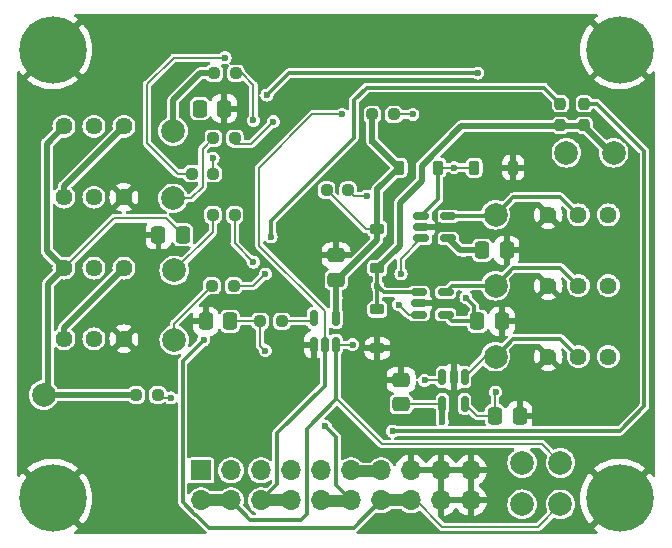
<source format=gbr>
%TF.GenerationSoftware,KiCad,Pcbnew,7.0.11-rc3*%
%TF.CreationDate,2025-03-16T23:21:53+08:00*%
%TF.ProjectId,BSPD,42535044-2e6b-4696-9361-645f70636258,rev?*%
%TF.SameCoordinates,PX731bc60PY731bc60*%
%TF.FileFunction,Copper,L2,Bot*%
%TF.FilePolarity,Positive*%
%FSLAX46Y46*%
G04 Gerber Fmt 4.6, Leading zero omitted, Abs format (unit mm)*
G04 Created by KiCad (PCBNEW 7.0.11-rc3) date 2025-03-16 23:21:53*
%MOMM*%
%LPD*%
G01*
G04 APERTURE LIST*
G04 Aperture macros list*
%AMRoundRect*
0 Rectangle with rounded corners*
0 $1 Rounding radius*
0 $2 $3 $4 $5 $6 $7 $8 $9 X,Y pos of 4 corners*
0 Add a 4 corners polygon primitive as box body*
4,1,4,$2,$3,$4,$5,$6,$7,$8,$9,$2,$3,0*
0 Add four circle primitives for the rounded corners*
1,1,$1+$1,$2,$3*
1,1,$1+$1,$4,$5*
1,1,$1+$1,$6,$7*
1,1,$1+$1,$8,$9*
0 Add four rect primitives between the rounded corners*
20,1,$1+$1,$2,$3,$4,$5,0*
20,1,$1+$1,$4,$5,$6,$7,0*
20,1,$1+$1,$6,$7,$8,$9,0*
20,1,$1+$1,$8,$9,$2,$3,0*%
G04 Aperture macros list end*
%TA.AperFunction,ComponentPad*%
%ADD10C,1.440000*%
%TD*%
%TA.AperFunction,ComponentPad*%
%ADD11C,2.000000*%
%TD*%
%TA.AperFunction,ComponentPad*%
%ADD12C,5.700000*%
%TD*%
%TA.AperFunction,SMDPad,CuDef*%
%ADD13RoundRect,0.250000X0.475000X-0.337500X0.475000X0.337500X-0.475000X0.337500X-0.475000X-0.337500X0*%
%TD*%
%TA.AperFunction,SMDPad,CuDef*%
%ADD14RoundRect,0.150000X-0.150000X0.512500X-0.150000X-0.512500X0.150000X-0.512500X0.150000X0.512500X0*%
%TD*%
%TA.AperFunction,ComponentPad*%
%ADD15R,1.700000X1.700000*%
%TD*%
%TA.AperFunction,ComponentPad*%
%ADD16O,1.700000X1.700000*%
%TD*%
%TA.AperFunction,SMDPad,CuDef*%
%ADD17RoundRect,0.237500X-0.250000X-0.237500X0.250000X-0.237500X0.250000X0.237500X-0.250000X0.237500X0*%
%TD*%
%TA.AperFunction,SMDPad,CuDef*%
%ADD18RoundRect,0.225000X-0.225000X-0.375000X0.225000X-0.375000X0.225000X0.375000X-0.225000X0.375000X0*%
%TD*%
%TA.AperFunction,SMDPad,CuDef*%
%ADD19RoundRect,0.250000X-0.337500X-0.475000X0.337500X-0.475000X0.337500X0.475000X-0.337500X0.475000X0*%
%TD*%
%TA.AperFunction,SMDPad,CuDef*%
%ADD20RoundRect,0.150000X-0.512500X-0.150000X0.512500X-0.150000X0.512500X0.150000X-0.512500X0.150000X0*%
%TD*%
%TA.AperFunction,SMDPad,CuDef*%
%ADD21RoundRect,0.250000X0.337500X0.475000X-0.337500X0.475000X-0.337500X-0.475000X0.337500X-0.475000X0*%
%TD*%
%TA.AperFunction,SMDPad,CuDef*%
%ADD22RoundRect,0.237500X0.250000X0.237500X-0.250000X0.237500X-0.250000X-0.237500X0.250000X-0.237500X0*%
%TD*%
%TA.AperFunction,SMDPad,CuDef*%
%ADD23RoundRect,0.225000X-0.375000X0.225000X-0.375000X-0.225000X0.375000X-0.225000X0.375000X0.225000X0*%
%TD*%
%TA.AperFunction,SMDPad,CuDef*%
%ADD24RoundRect,0.237500X0.237500X-0.250000X0.237500X0.250000X-0.237500X0.250000X-0.237500X-0.250000X0*%
%TD*%
%TA.AperFunction,SMDPad,CuDef*%
%ADD25RoundRect,0.237500X-0.237500X0.250000X-0.237500X-0.250000X0.237500X-0.250000X0.237500X0.250000X0*%
%TD*%
%TA.AperFunction,SMDPad,CuDef*%
%ADD26RoundRect,0.150000X0.150000X-0.512500X0.150000X0.512500X-0.150000X0.512500X-0.150000X-0.512500X0*%
%TD*%
%TA.AperFunction,ViaPad*%
%ADD27C,0.600000*%
%TD*%
%TA.AperFunction,Conductor*%
%ADD28C,0.500000*%
%TD*%
%TA.AperFunction,Conductor*%
%ADD29C,0.300000*%
%TD*%
%TA.AperFunction,Conductor*%
%ADD30C,0.200000*%
%TD*%
%TA.AperFunction,Conductor*%
%ADD31C,1.000000*%
%TD*%
G04 APERTURE END LIST*
D10*
%TO.P,RV5,1,1*%
%TO.N,+5V*%
X46840000Y-19300000D03*
%TO.P,RV5,2,2*%
%TO.N,Net-(U8--)*%
X44300000Y-19300000D03*
%TO.P,RV5,3,3*%
%TO.N,GND*%
X41760000Y-19300000D03*
%TD*%
D11*
%TO.P,TP14,1,1*%
%TO.N,brake*%
X47300000Y-14050000D03*
%TD*%
D12*
%TO.P,H1,1,1*%
%TO.N,GND*%
X47800000Y-5300000D03*
%TD*%
%TO.P,H3,1,1*%
%TO.N,GND*%
X-200000Y-43300000D03*
%TD*%
D11*
%TO.P,TP1,1,1*%
%TO.N,Net-(R1-Pad1)*%
X10000000Y-12200000D03*
%TD*%
%TO.P,TP9,1,1*%
%TO.N,Brake_Limit_Check_out*%
X42800000Y-40300000D03*
%TD*%
D10*
%TO.P,RV6,1,1*%
%TO.N,+5V*%
X46840000Y-25300000D03*
%TO.P,RV6,2,2*%
%TO.N,Net-(U9--)*%
X44300000Y-25300000D03*
%TO.P,RV6,3,3*%
%TO.N,GND*%
X41760000Y-25300000D03*
%TD*%
D12*
%TO.P,H2,1,1*%
%TO.N,GND*%
X47800000Y-43300000D03*
%TD*%
D11*
%TO.P,TP7,1,1*%
%TO.N,Net-(U10-+)*%
X37300000Y-31300000D03*
%TD*%
D10*
%TO.P,RV7,1,1*%
%TO.N,+5V*%
X46840000Y-31300000D03*
%TO.P,RV7,2,2*%
%TO.N,Net-(U10-+)*%
X44300000Y-31300000D03*
%TO.P,RV7,3,3*%
%TO.N,GND*%
X41760000Y-31300000D03*
%TD*%
%TO.P,RV2,1,1*%
%TO.N,Net-(RV1-Pad3)*%
X760000Y-17800000D03*
%TO.P,RV2,2,2*%
%TO.N,Net-(R3-Pad1)*%
X3300000Y-17800000D03*
%TO.P,RV2,3,3*%
%TO.N,GND*%
X5840000Y-17800000D03*
%TD*%
D12*
%TO.P,H4,1,1*%
%TO.N,GND*%
X-200000Y-5300000D03*
%TD*%
D11*
%TO.P,TP12,1,1*%
%TO.N,BSPD*%
X42800000Y-43800000D03*
%TD*%
D10*
%TO.P,RV4,1,1*%
%TO.N,Net-(RV3-Pad3)*%
X760000Y-29800000D03*
%TO.P,RV4,2,2*%
%TO.N,Net-(R6-Pad1)*%
X3300000Y-29800000D03*
%TO.P,RV4,3,3*%
%TO.N,GND*%
X5840000Y-29800000D03*
%TD*%
%TO.P,RV3,1,1*%
%TO.N,+5V*%
X760000Y-23800000D03*
%TO.P,RV3,2,2*%
%TO.N,Net-(R4-Pad1)*%
X3300000Y-23800000D03*
%TO.P,RV3,3,3*%
%TO.N,Net-(RV3-Pad3)*%
X5840000Y-23800000D03*
%TD*%
D11*
%TO.P,TP11,1,1*%
%TO.N,Simultaneous_brake&current*%
X39550000Y-43800000D03*
%TD*%
%TO.P,TP4,1,1*%
%TO.N,Net-(R6-Pad1)*%
X10100000Y-29900000D03*
%TD*%
%TO.P,TP6,1,1*%
%TO.N,Net-(U9--)*%
X37300000Y-25300000D03*
%TD*%
%TO.P,TP10,1,1*%
%TO.N,Current_Limit_Check_out*%
X39550000Y-40300000D03*
%TD*%
%TO.P,TP3,1,1*%
%TO.N,Net-(R4-Pad1)*%
X10100000Y-24000000D03*
%TD*%
%TO.P,TP16,1,1*%
%TO.N,+5V*%
X-950000Y-34550000D03*
%TD*%
%TO.P,TP5,1,1*%
%TO.N,Net-(U8--)*%
X37300000Y-19300000D03*
%TD*%
D10*
%TO.P,RV1,1,1*%
%TO.N,+5V*%
X760000Y-11800000D03*
%TO.P,RV1,2,2*%
%TO.N,Net-(R1-Pad1)*%
X3300000Y-11800000D03*
%TO.P,RV1,3,3*%
%TO.N,Net-(RV1-Pad3)*%
X5840000Y-11800000D03*
%TD*%
D11*
%TO.P,TP2,1,1*%
%TO.N,Net-(R3-Pad1)*%
X10000000Y-17900000D03*
%TD*%
%TO.P,TP13,1,1*%
%TO.N,current*%
X43300000Y-14050000D03*
%TD*%
D13*
%TO.P,C14,1*%
%TO.N,+5V*%
X29300000Y-35337500D03*
%TO.P,C14,2*%
%TO.N,GND*%
X29300000Y-33262500D03*
%TD*%
D14*
%TO.P,U10,1*%
%TO.N,Simultaneous_brake&current*%
X32800000Y-33025000D03*
%TO.P,U10,2,V-*%
%TO.N,GND*%
X33750000Y-33025000D03*
%TO.P,U10,3,+*%
%TO.N,Net-(U10-+)*%
X34700000Y-33025000D03*
%TO.P,U10,4,-*%
%TO.N,Net-(U10--)*%
X34700000Y-35300000D03*
%TO.P,U10,5,V+*%
%TO.N,+5V*%
X32800000Y-35300000D03*
%TD*%
D15*
%TO.P,J2,1,Pin_1*%
%TO.N,VDC*%
X12375000Y-40930000D03*
D16*
%TO.P,J2,2,Pin_2*%
%TO.N,Brake_Limit_Check_out*%
X12375000Y-43470000D03*
%TO.P,J2,3,Pin_3*%
%TO.N,VDC*%
X14915000Y-40930000D03*
%TO.P,J2,4,Pin_4*%
%TO.N,Brake_Limit_Check_out*%
X14915000Y-43470000D03*
%TO.P,J2,5,Pin_5*%
%TO.N,VDC*%
X17455000Y-40930000D03*
%TO.P,J2,6,Pin_6*%
%TO.N,Current_Limit_Check_out*%
X17455000Y-43470000D03*
%TO.P,J2,7,Pin_7*%
%TO.N,Brake_init*%
X19995000Y-40930000D03*
%TO.P,J2,8,Pin_8*%
%TO.N,Current_Limit_Check_out*%
X19995000Y-43470000D03*
%TO.P,J2,9,Pin_9*%
%TO.N,Brake_init*%
X22535000Y-40930000D03*
%TO.P,J2,10,Pin_10*%
%TO.N,Simultaneous_brake&current*%
X22535000Y-43470000D03*
%TO.P,J2,11,Pin_11*%
%TO.N,Current_init*%
X25075000Y-40930000D03*
%TO.P,J2,12,Pin_12*%
%TO.N,Simultaneous_brake&current*%
X25075000Y-43470000D03*
%TO.P,J2,13,Pin_13*%
%TO.N,Current_init*%
X27615000Y-40930000D03*
%TO.P,J2,14,Pin_14*%
%TO.N,BSPD*%
X27615000Y-43470000D03*
%TO.P,J2,15,Pin_15*%
%TO.N,GND*%
X30155000Y-40930000D03*
%TO.P,J2,16,Pin_16*%
%TO.N,BSPD*%
X30155000Y-43470000D03*
%TO.P,J2,17,Pin_17*%
%TO.N,GND*%
X32695000Y-40930000D03*
%TO.P,J2,18,Pin_18*%
X32695000Y-43470000D03*
%TO.P,J2,19,Pin_19*%
X35235000Y-40930000D03*
%TO.P,J2,20,Pin_20*%
X35235000Y-43470000D03*
%TD*%
D17*
%TO.P,R3,1*%
%TO.N,Net-(R3-Pad1)*%
X13400000Y-12800000D03*
%TO.P,R3,2*%
%TO.N,Net-(U2--)*%
X15225000Y-12800000D03*
%TD*%
D18*
%TO.P,D18,1,K*%
%TO.N,current*%
X35500000Y-15300000D03*
%TO.P,D18,2,A*%
%TO.N,GND*%
X38800000Y-15300000D03*
%TD*%
D19*
%TO.P,C19,1*%
%TO.N,+5V*%
X12262500Y-10300000D03*
%TO.P,C19,2*%
%TO.N,GND*%
X14337500Y-10300000D03*
%TD*%
D18*
%TO.P,D5,1,K*%
%TO.N,+5V*%
X29150000Y-15300000D03*
%TO.P,D5,2,A*%
%TO.N,current*%
X32450000Y-15300000D03*
%TD*%
D17*
%TO.P,R6,1*%
%TO.N,Net-(R6-Pad1)*%
X13300000Y-25300000D03*
%TO.P,R6,2*%
%TO.N,Net-(U4--)*%
X15125000Y-25300000D03*
%TD*%
%TO.P,R1,1*%
%TO.N,Net-(R1-Pad1)*%
X13475000Y-7300000D03*
%TO.P,R1,2*%
%TO.N,Net-(U1-+)*%
X15300000Y-7300000D03*
%TD*%
%TO.P,R4,1*%
%TO.N,Net-(R4-Pad1)*%
X13387500Y-19300000D03*
%TO.P,R4,2*%
%TO.N,Net-(U3-+)*%
X15212500Y-19300000D03*
%TD*%
D13*
%TO.P,C2,1*%
%TO.N,+5V*%
X23800000Y-24800000D03*
%TO.P,C2,2*%
%TO.N,GND*%
X23800000Y-22725000D03*
%TD*%
D17*
%TO.P,R37,1*%
%TO.N,+5V*%
X6887500Y-34550000D03*
%TO.P,R37,2*%
%TO.N,Net-(D16-A)*%
X8712500Y-34550000D03*
%TD*%
D20*
%TO.P,U8,1*%
%TO.N,Net-(U18-Pad1)*%
X31025000Y-21300000D03*
%TO.P,U8,2,V-*%
%TO.N,GND*%
X31025000Y-20350000D03*
%TO.P,U8,3,+*%
%TO.N,current*%
X31025000Y-19400000D03*
%TO.P,U8,4,-*%
%TO.N,Net-(U8--)*%
X33300000Y-19400000D03*
%TO.P,U8,5,V+*%
%TO.N,+5V*%
X33300000Y-21300000D03*
%TD*%
D21*
%TO.P,C16,1*%
%TO.N,+5V*%
X10837500Y-21000000D03*
%TO.P,C16,2*%
%TO.N,GND*%
X8762500Y-21000000D03*
%TD*%
D22*
%TO.P,R7,1*%
%TO.N,Net-(R7-Pad1)*%
X13412500Y-15800000D03*
%TO.P,R7,2*%
%TO.N,Net-(R7-Pad2)*%
X11587500Y-15800000D03*
%TD*%
D17*
%TO.P,R8,1*%
%TO.N,+5V*%
X26862500Y-10800000D03*
%TO.P,R8,2*%
%TO.N,Net-(D1-A)*%
X28687500Y-10800000D03*
%TD*%
D21*
%TO.P,C1,1*%
%TO.N,Net-(C1-Pad1)*%
X14837500Y-28300000D03*
%TO.P,C1,2*%
%TO.N,GND*%
X12762500Y-28300000D03*
%TD*%
D19*
%TO.P,C15,1*%
%TO.N,+5V*%
X36162500Y-22300000D03*
%TO.P,C15,2*%
%TO.N,GND*%
X38237500Y-22300000D03*
%TD*%
D23*
%TO.P,D6,1,K*%
%TO.N,+5V*%
X27300000Y-20500000D03*
%TO.P,D6,2,A*%
%TO.N,brake*%
X27300000Y-23800000D03*
%TD*%
D22*
%TO.P,R12,1*%
%TO.N,Net-(R12-Pad1)*%
X19212500Y-28300000D03*
%TO.P,R12,2*%
%TO.N,Net-(C1-Pad1)*%
X17387500Y-28300000D03*
%TD*%
D24*
%TO.P,R5,1*%
%TO.N,brake*%
X42800000Y-11712500D03*
%TO.P,R5,2*%
%TO.N,Net-(U3--)*%
X42800000Y-9887500D03*
%TD*%
D19*
%TO.P,C5,1*%
%TO.N,Net-(U10--)*%
X37262500Y-36300000D03*
%TO.P,C5,2*%
%TO.N,GND*%
X39337500Y-36300000D03*
%TD*%
D17*
%TO.P,R10,1*%
%TO.N,+5V*%
X23000000Y-17200000D03*
%TO.P,R10,2*%
%TO.N,Net-(D2-A)*%
X24825000Y-17200000D03*
%TD*%
D20*
%TO.P,U9,1*%
%TO.N,Net-(U18-Pad2)*%
X30800000Y-27750000D03*
%TO.P,U9,2,V-*%
%TO.N,GND*%
X30800000Y-26800000D03*
%TO.P,U9,3,+*%
%TO.N,brake*%
X30800000Y-25850000D03*
%TO.P,U9,4,-*%
%TO.N,Net-(U9--)*%
X33075000Y-25850000D03*
%TO.P,U9,5,V+*%
%TO.N,+5V*%
X33075000Y-27750000D03*
%TD*%
D25*
%TO.P,R39,1*%
%TO.N,Brake_init*%
X44800000Y-9887500D03*
%TO.P,R39,2*%
%TO.N,brake*%
X44800000Y-11712500D03*
%TD*%
D26*
%TO.P,U13,1*%
%TO.N,Brake_Limit_Check_out*%
X23800000Y-30300000D03*
%TO.P,U13,2*%
%TO.N,Current_Limit_Check_out*%
X22850000Y-30300000D03*
%TO.P,U13,3,GND*%
%TO.N,GND*%
X21900000Y-30300000D03*
%TO.P,U13,4*%
%TO.N,Net-(R12-Pad1)*%
X21900000Y-28025000D03*
%TO.P,U13,5,VCC*%
%TO.N,+5V*%
X23800000Y-28025000D03*
%TD*%
D19*
%TO.P,C13,1*%
%TO.N,+5V*%
X35762500Y-28300000D03*
%TO.P,C13,2*%
%TO.N,GND*%
X37837500Y-28300000D03*
%TD*%
D23*
%TO.P,D7,1,K*%
%TO.N,brake*%
X27300000Y-27300000D03*
%TO.P,D7,2,A*%
%TO.N,GND*%
X27300000Y-30600000D03*
%TD*%
D27*
%TO.N,+5V*%
X32800000Y-36800000D03*
X26862500Y-13012500D03*
X34800000Y-26300000D03*
X34600000Y-22300000D03*
X23800000Y-26300000D03*
X27300000Y-17200000D03*
X12212500Y-10300000D03*
%TO.N,GND*%
X18100000Y-25900000D03*
X21400000Y-18100000D03*
X20800000Y-19700000D03*
X19200000Y-6700000D03*
%TO.N,current*%
X33800000Y-15300000D03*
%TO.N,brake*%
X27300000Y-25300000D03*
%TO.N,Net-(U10--)*%
X37300000Y-34300000D03*
%TO.N,Current_Limit_Check_out*%
X24300000Y-10800000D03*
%TO.N,Net-(D1-A)*%
X30300000Y-10800000D03*
%TO.N,Brake_Limit_Check_out*%
X25200000Y-30300000D03*
%TO.N,Net-(D2-A)*%
X26412500Y-17700000D03*
%TO.N,Net-(D16-A)*%
X9800000Y-34800000D03*
%TO.N,Simultaneous_brake&current*%
X31300000Y-33300000D03*
X22900000Y-37200000D03*
%TO.N,Brake_init*%
X28600000Y-37600000D03*
%TO.N,BSPD*%
X12600000Y-29900000D03*
%TO.N,Net-(U1-+)*%
X16800000Y-11300000D03*
%TO.N,Net-(U1--)*%
X35800000Y-7300000D03*
X17937500Y-9162500D03*
%TO.N,Net-(U2--)*%
X18500000Y-11400000D03*
%TO.N,Net-(U3-+)*%
X16800000Y-23300000D03*
%TO.N,Net-(U3--)*%
X18300000Y-21162500D03*
%TO.N,Net-(U4--)*%
X17800000Y-24300000D03*
%TO.N,Net-(U18-Pad1)*%
X29300000Y-24300000D03*
%TO.N,Net-(U18-Pad2)*%
X29100000Y-26900000D03*
%TO.N,Net-(C1-Pad1)*%
X17800000Y-30800000D03*
%TO.N,Net-(R7-Pad1)*%
X13387500Y-14500000D03*
%TO.N,Net-(R7-Pad2)*%
X14400000Y-6000000D03*
%TD*%
D28*
%TO.N,+5V*%
X36162500Y-22300000D02*
X34600000Y-22300000D01*
D29*
X33625000Y-28300000D02*
X33075000Y-27750000D01*
X34800000Y-26300000D02*
X35500000Y-27000000D01*
D28*
X760000Y-23800000D02*
X-700000Y-22340000D01*
X-950000Y-34550000D02*
X-600000Y-34200000D01*
X-600000Y-34200000D02*
X-600000Y-25160000D01*
D30*
X27300000Y-17200000D02*
X27300000Y-17150000D01*
D28*
X23862500Y-24837500D02*
X27300000Y-21400000D01*
X26862500Y-13012500D02*
X29150000Y-15300000D01*
X27300000Y-21400000D02*
X27300000Y-20500000D01*
D29*
X-450000Y-34550000D02*
X-700000Y-34800000D01*
D30*
X10837500Y-21000000D02*
X9437500Y-19600000D01*
X35500000Y-28037500D02*
X35762500Y-28300000D01*
D28*
X23800000Y-26300000D02*
X23800000Y-24837500D01*
D29*
X6887500Y-34800000D02*
X6637500Y-34550000D01*
D28*
X34600000Y-22300000D02*
X34300000Y-22300000D01*
X23800000Y-26300000D02*
X23800000Y-28025000D01*
D29*
X35762500Y-28300000D02*
X33625000Y-28300000D01*
D28*
X32800000Y-36800000D02*
X32800000Y-35300000D01*
D30*
X26300000Y-20500000D02*
X27300000Y-20500000D01*
D28*
X-600000Y-25160000D02*
X760000Y-23800000D01*
X-700000Y-22340000D02*
X-700000Y-13260000D01*
D29*
X35500000Y-27000000D02*
X35500000Y-28037500D01*
D30*
X23800000Y-24837500D02*
X23862500Y-24837500D01*
D28*
X-700000Y-13260000D02*
X760000Y-11800000D01*
D30*
X4960000Y-19600000D02*
X760000Y-23800000D01*
D28*
X27300000Y-20500000D02*
X27300000Y-17200000D01*
D30*
X9437500Y-19600000D02*
X4960000Y-19600000D01*
X23000000Y-17200000D02*
X26300000Y-20500000D01*
X-700000Y-34800000D02*
X-950000Y-34550000D01*
D28*
X26862500Y-10800000D02*
X26862500Y-13012500D01*
X27300000Y-17150000D02*
X29150000Y-15300000D01*
D30*
X29300000Y-35337500D02*
X32762500Y-35337500D01*
D28*
X6637500Y-34550000D02*
X-450000Y-34550000D01*
D30*
X32762500Y-35337500D02*
X32800000Y-35300000D01*
D28*
X34300000Y-22300000D02*
X33300000Y-21300000D01*
D29*
%TO.N,current*%
X32450000Y-17975000D02*
X32450000Y-15300000D01*
X31025000Y-19400000D02*
X32450000Y-17975000D01*
D30*
X32450000Y-15300000D02*
X35500000Y-15300000D01*
D29*
%TO.N,brake*%
X27300000Y-23800000D02*
X27300000Y-25300000D01*
X27850000Y-25850000D02*
X27300000Y-25300000D01*
D28*
X29200000Y-18300000D02*
X31050000Y-16450000D01*
X31050000Y-15139172D02*
X34389172Y-11800000D01*
X29200000Y-21900000D02*
X29200000Y-18300000D01*
X27300000Y-23800000D02*
X29200000Y-21900000D01*
D29*
X30800000Y-25850000D02*
X27850000Y-25850000D01*
X27300000Y-25300000D02*
X27300000Y-27300000D01*
D28*
X44800000Y-11800000D02*
X47300000Y-14300000D01*
X34389172Y-11800000D02*
X44800000Y-11800000D01*
X31050000Y-16450000D02*
X31050000Y-15139172D01*
D30*
%TO.N,Net-(U10--)*%
X34700000Y-35300000D02*
X35700000Y-36300000D01*
X37300000Y-34300000D02*
X37262500Y-34337500D01*
X37262500Y-34337500D02*
X37262500Y-36300000D01*
X35700000Y-36300000D02*
X37262500Y-36300000D01*
D29*
%TO.N,Current_Limit_Check_out*%
X18795000Y-37800000D02*
X18800000Y-37800000D01*
D30*
X21800000Y-10800000D02*
X17300000Y-15300000D01*
X17300000Y-15300000D02*
X17300000Y-21900000D01*
D29*
X17455000Y-43445000D02*
X18795000Y-42105000D01*
D30*
X17455000Y-43470000D02*
X17455000Y-43445000D01*
D29*
X18795000Y-42105000D02*
X18795000Y-37800000D01*
X18800000Y-37800000D02*
X22850000Y-33750000D01*
D30*
X22850000Y-27450000D02*
X22850000Y-30300000D01*
D31*
X17455000Y-43470000D02*
X19995000Y-43470000D01*
D30*
X17300000Y-21900000D02*
X22850000Y-27450000D01*
D29*
X22850000Y-33750000D02*
X22850000Y-30300000D01*
D30*
X24300000Y-10800000D02*
X21800000Y-10800000D01*
%TO.N,Net-(D1-A)*%
X28687500Y-10800000D02*
X30300000Y-10800000D01*
D29*
%TO.N,Brake_Limit_Check_out*%
X23800000Y-30300000D02*
X23800000Y-34800000D01*
X21300000Y-44600000D02*
X20800000Y-45100000D01*
D30*
X23800000Y-34800000D02*
X27700000Y-38700000D01*
D29*
X20800000Y-45100000D02*
X16545000Y-45100000D01*
X23800000Y-34900000D02*
X21300000Y-37400000D01*
X23800000Y-34800000D02*
X23800000Y-34900000D01*
D30*
X25200000Y-30300000D02*
X23800000Y-30300000D01*
X41200000Y-38700000D02*
X42800000Y-40300000D01*
X27700000Y-38700000D02*
X41200000Y-38700000D01*
D29*
X16545000Y-45100000D02*
X14915000Y-43470000D01*
X21300000Y-37400000D02*
X21300000Y-44600000D01*
D31*
X12375000Y-43470000D02*
X14915000Y-43470000D01*
D30*
%TO.N,Net-(D2-A)*%
X25325000Y-17700000D02*
X24825000Y-17200000D01*
X26412500Y-17700000D02*
X25325000Y-17700000D01*
%TO.N,Net-(D16-A)*%
X9800000Y-34800000D02*
X8712500Y-34800000D01*
X9712500Y-34887500D02*
X9800000Y-34800000D01*
D29*
%TO.N,Simultaneous_brake&current*%
X23800000Y-38100000D02*
X22900000Y-37200000D01*
X25075000Y-43470000D02*
X23800000Y-42195000D01*
X23800000Y-42195000D02*
X23800000Y-38100000D01*
D30*
X32525000Y-33300000D02*
X32800000Y-33025000D01*
D31*
X23035000Y-43565000D02*
X24980000Y-43565000D01*
D30*
X31300000Y-33300000D02*
X32525000Y-33300000D01*
D31*
X24980000Y-43565000D02*
X25075000Y-43470000D01*
D29*
%TO.N,Brake_init*%
X49900000Y-13900000D02*
X45887500Y-9887500D01*
X45887500Y-9887500D02*
X44800000Y-9887500D01*
X47800000Y-37600000D02*
X49900000Y-35500000D01*
X28600000Y-37600000D02*
X47800000Y-37600000D01*
X49900000Y-35500000D02*
X49900000Y-13900000D01*
D31*
%TO.N,Current_init*%
X27520000Y-41025000D02*
X27615000Y-40930000D01*
X25575000Y-41025000D02*
X27520000Y-41025000D01*
D29*
%TO.N,BSPD*%
X11948654Y-44670000D02*
X11877943Y-44670000D01*
X10800000Y-31700000D02*
X12600000Y-29900000D01*
X25285000Y-45800000D02*
X13078654Y-45800000D01*
D30*
X30155000Y-43470000D02*
X30560000Y-43470000D01*
X32790000Y-45700000D02*
X40900000Y-45700000D01*
D29*
X10800000Y-43592057D02*
X10800000Y-31700000D01*
D30*
X40900000Y-45700000D02*
X42800000Y-43800000D01*
D29*
X11877943Y-44670000D02*
X10800000Y-43592057D01*
D30*
X30560000Y-43470000D02*
X32790000Y-45700000D01*
D31*
X27615000Y-43470000D02*
X30155000Y-43470000D01*
D29*
X13078654Y-45800000D02*
X11948654Y-44670000D01*
X27615000Y-43470000D02*
X25285000Y-45800000D01*
D28*
%TO.N,Net-(R1-Pad1)*%
X10000000Y-9600000D02*
X12300000Y-7300000D01*
X12300000Y-7300000D02*
X13475000Y-7300000D01*
X10000000Y-12200000D02*
X10000000Y-9600000D01*
D30*
%TO.N,Net-(U1-+)*%
X16800000Y-8300000D02*
X15800000Y-7300000D01*
X16800000Y-11300000D02*
X16800000Y-8300000D01*
X15800000Y-7300000D02*
X15300000Y-7300000D01*
D29*
%TO.N,Net-(U1--)*%
X17937500Y-9162500D02*
X19800000Y-7300000D01*
X19800000Y-7300000D02*
X35800000Y-7300000D01*
D30*
%TO.N,Net-(R3-Pad1)*%
X12500000Y-13700000D02*
X12500000Y-16900000D01*
X12500000Y-16900000D02*
X11500000Y-17900000D01*
X13400000Y-12800000D02*
X12500000Y-13700000D01*
X11500000Y-17900000D02*
X10000000Y-17900000D01*
%TO.N,Net-(U2--)*%
X18500000Y-11400000D02*
X16600000Y-13300000D01*
X16600000Y-13300000D02*
X15212500Y-13300000D01*
%TO.N,Net-(R4-Pad1)*%
X13387500Y-20712500D02*
X10100000Y-24000000D01*
X13387500Y-19300000D02*
X13387500Y-20712500D01*
%TO.N,Net-(U3-+)*%
X15212500Y-21712500D02*
X15212500Y-19300000D01*
X16800000Y-23300000D02*
X15212500Y-21712500D01*
D29*
%TO.N,Net-(U3--)*%
X25300000Y-12800000D02*
X25300000Y-9608278D01*
X26383278Y-8525000D02*
X41437500Y-8525000D01*
X18300000Y-21162500D02*
X18300000Y-19800000D01*
X25300000Y-9608278D02*
X26383278Y-8525000D01*
X18300000Y-19800000D02*
X25300000Y-12800000D01*
X41437500Y-8525000D02*
X42800000Y-9887500D01*
D30*
%TO.N,Net-(R6-Pad1)*%
X13300000Y-25300000D02*
X10100000Y-28500000D01*
X10100000Y-28500000D02*
X10100000Y-29900000D01*
%TO.N,Net-(U4--)*%
X16800000Y-25300000D02*
X17800000Y-24300000D01*
X15125000Y-25300000D02*
X16800000Y-25300000D01*
%TO.N,Net-(R12-Pad1)*%
X19212500Y-28300000D02*
X21625000Y-28300000D01*
X21625000Y-28300000D02*
X21900000Y-28025000D01*
D28*
%TO.N,Net-(RV1-Pad3)*%
X5840000Y-11800000D02*
X760000Y-16880000D01*
X760000Y-16880000D02*
X760000Y-17800000D01*
%TO.N,Net-(RV3-Pad3)*%
X760000Y-28880000D02*
X760000Y-29800000D01*
X5840000Y-23800000D02*
X760000Y-28880000D01*
D29*
%TO.N,Net-(U8--)*%
X33300000Y-19400000D02*
X37200000Y-19400000D01*
X38800000Y-17800000D02*
X37300000Y-19300000D01*
X44300000Y-19300000D02*
X42800000Y-17800000D01*
X42800000Y-17800000D02*
X38800000Y-17800000D01*
D30*
X37200000Y-19400000D02*
X37300000Y-19300000D01*
D29*
%TO.N,Net-(U9--)*%
X33625000Y-25300000D02*
X33075000Y-25850000D01*
X44300000Y-25300000D02*
X42800000Y-23800000D01*
X42800000Y-23800000D02*
X38800000Y-23800000D01*
X38800000Y-23800000D02*
X37300000Y-25300000D01*
X37300000Y-25300000D02*
X33625000Y-25300000D01*
%TO.N,Net-(U10-+)*%
X38800000Y-29800000D02*
X37300000Y-31300000D01*
X42800000Y-29800000D02*
X38800000Y-29800000D01*
D30*
X34700000Y-33025000D02*
X36425000Y-31300000D01*
X36425000Y-31300000D02*
X37300000Y-31300000D01*
D29*
X44300000Y-31300000D02*
X42800000Y-29800000D01*
D30*
%TO.N,Net-(U18-Pad1)*%
X31025000Y-21300000D02*
X29300000Y-23025000D01*
X29300000Y-23025000D02*
X29300000Y-24300000D01*
%TO.N,Net-(U18-Pad2)*%
X30800000Y-27750000D02*
X29950000Y-27750000D01*
X29950000Y-27750000D02*
X29100000Y-26900000D01*
%TO.N,Net-(C1-Pad1)*%
X14837500Y-28300000D02*
X17387500Y-28300000D01*
X17387500Y-30387500D02*
X17387500Y-28300000D01*
X17800000Y-30800000D02*
X17387500Y-30387500D01*
%TO.N,Net-(R7-Pad1)*%
X13387500Y-15625000D02*
X13312500Y-15700000D01*
X13387500Y-14500000D02*
X13387500Y-15625000D01*
%TO.N,Net-(R7-Pad2)*%
X14400000Y-6000000D02*
X10050000Y-6000000D01*
X10400000Y-15800000D02*
X11587500Y-15800000D01*
X10050000Y-6000000D02*
X7800000Y-8250000D01*
X7800000Y-13200000D02*
X10400000Y-15800000D01*
X7800000Y-8250000D02*
X7800000Y-13200000D01*
%TD*%
%TA.AperFunction,Conductor*%
%TO.N,GND*%
G36*
X45909200Y-2320185D02*
G01*
X45954955Y-2372989D01*
X45964899Y-2442147D01*
X45935874Y-2505703D01*
X45917202Y-2523216D01*
X45628075Y-2743002D01*
X45611888Y-2758335D01*
X45611887Y-2758335D01*
X46855819Y-4002266D01*
X46665130Y-4165130D01*
X46502266Y-4355818D01*
X45260970Y-3114522D01*
X45260969Y-3114523D01*
X45129177Y-3269680D01*
X45129170Y-3269690D01*
X44925318Y-3570348D01*
X44925316Y-3570352D01*
X44755161Y-3891297D01*
X44755152Y-3891315D01*
X44620697Y-4228772D01*
X44620695Y-4228779D01*
X44523519Y-4578777D01*
X44523517Y-4578785D01*
X44464746Y-4937271D01*
X44445080Y-5299997D01*
X44445080Y-5300002D01*
X44464746Y-5662728D01*
X44523517Y-6021214D01*
X44523519Y-6021222D01*
X44620695Y-6371220D01*
X44620697Y-6371227D01*
X44755152Y-6708684D01*
X44755160Y-6708701D01*
X44925316Y-7029647D01*
X44925318Y-7029651D01*
X45129170Y-7330309D01*
X45129177Y-7330319D01*
X45260969Y-7485475D01*
X45260970Y-7485475D01*
X46502266Y-6244180D01*
X46665130Y-6434870D01*
X46855818Y-6597732D01*
X45611888Y-7841662D01*
X45611888Y-7841664D01*
X45628070Y-7856992D01*
X45628071Y-7856993D01*
X45917266Y-8076832D01*
X45917282Y-8076843D01*
X46228522Y-8264109D01*
X46228535Y-8264116D01*
X46558205Y-8416639D01*
X46558210Y-8416640D01*
X46902461Y-8532632D01*
X47257235Y-8610724D01*
X47618366Y-8649999D01*
X47618374Y-8650000D01*
X47981626Y-8650000D01*
X47981633Y-8649999D01*
X48342764Y-8610724D01*
X48697538Y-8532632D01*
X49041789Y-8416640D01*
X49041794Y-8416639D01*
X49371464Y-8264116D01*
X49371477Y-8264109D01*
X49682717Y-8076843D01*
X49682733Y-8076832D01*
X49971929Y-7856992D01*
X49988110Y-7841664D01*
X49988110Y-7841663D01*
X48744180Y-6597733D01*
X48934870Y-6434870D01*
X49097733Y-6244180D01*
X50339028Y-7485475D01*
X50339029Y-7485475D01*
X50470827Y-7330311D01*
X50470829Y-7330309D01*
X50572866Y-7179816D01*
X50626781Y-7135375D01*
X50696163Y-7127137D01*
X50758985Y-7157717D01*
X50795301Y-7217407D01*
X50799500Y-7249403D01*
X50799500Y-41350596D01*
X50779815Y-41417635D01*
X50727011Y-41463390D01*
X50657853Y-41473334D01*
X50594297Y-41444309D01*
X50572867Y-41420183D01*
X50470830Y-41269690D01*
X50470822Y-41269680D01*
X50339029Y-41114523D01*
X50339028Y-41114523D01*
X49097733Y-42355818D01*
X48934870Y-42165130D01*
X48744180Y-42002266D01*
X49988110Y-40758336D01*
X49988110Y-40758334D01*
X49971929Y-40743007D01*
X49971928Y-40743006D01*
X49682733Y-40523167D01*
X49682717Y-40523156D01*
X49371477Y-40335890D01*
X49371464Y-40335883D01*
X49041794Y-40183360D01*
X49041789Y-40183359D01*
X48697538Y-40067367D01*
X48342764Y-39989275D01*
X47981633Y-39950000D01*
X47618366Y-39950000D01*
X47257235Y-39989275D01*
X46902461Y-40067367D01*
X46558210Y-40183359D01*
X46558205Y-40183360D01*
X46228535Y-40335883D01*
X46228522Y-40335890D01*
X45917282Y-40523156D01*
X45917266Y-40523167D01*
X45628075Y-40743002D01*
X45611888Y-40758335D01*
X45611887Y-40758335D01*
X46855819Y-42002266D01*
X46665130Y-42165130D01*
X46502266Y-42355818D01*
X45260970Y-41114522D01*
X45260969Y-41114523D01*
X45129177Y-41269680D01*
X45129170Y-41269690D01*
X44925318Y-41570348D01*
X44925316Y-41570352D01*
X44755161Y-41891297D01*
X44755152Y-41891315D01*
X44620697Y-42228772D01*
X44620695Y-42228779D01*
X44523519Y-42578777D01*
X44523517Y-42578785D01*
X44464746Y-42937271D01*
X44445080Y-43299997D01*
X44445080Y-43300002D01*
X44464746Y-43662728D01*
X44523517Y-44021214D01*
X44523519Y-44021222D01*
X44620695Y-44371220D01*
X44620697Y-44371227D01*
X44755152Y-44708684D01*
X44755161Y-44708702D01*
X44925316Y-45029647D01*
X44925318Y-45029651D01*
X45129170Y-45330309D01*
X45129177Y-45330319D01*
X45260969Y-45485475D01*
X45260970Y-45485475D01*
X46502266Y-44244180D01*
X46665130Y-44434870D01*
X46855818Y-44597732D01*
X45611888Y-45841662D01*
X45611888Y-45841664D01*
X45628067Y-45856988D01*
X45917203Y-46076784D01*
X45958660Y-46133026D01*
X45963129Y-46202752D01*
X45929192Y-46263826D01*
X45867624Y-46296858D01*
X45842161Y-46299500D01*
X40921439Y-46299500D01*
X40889161Y-46290022D01*
X40865332Y-46299114D01*
X40855558Y-46299500D01*
X32775618Y-46299500D01*
X32757226Y-46294099D01*
X32749334Y-46297885D01*
X32729385Y-46299500D01*
X25651255Y-46299500D01*
X25584216Y-46279815D01*
X25538461Y-46227011D01*
X25528517Y-46157853D01*
X25557542Y-46094297D01*
X25563574Y-46087819D01*
X25924747Y-45726646D01*
X27115455Y-44535936D01*
X27176776Y-44502453D01*
X27246467Y-44507437D01*
X27247927Y-44507992D01*
X27312538Y-44533022D01*
X27312539Y-44533022D01*
X27312544Y-44533024D01*
X27513024Y-44570500D01*
X27513026Y-44570500D01*
X27716974Y-44570500D01*
X27716976Y-44570500D01*
X27917456Y-44533024D01*
X28107637Y-44459348D01*
X28281041Y-44351981D01*
X28352486Y-44286850D01*
X28389769Y-44252863D01*
X28452573Y-44222246D01*
X28473307Y-44220500D01*
X29296693Y-44220500D01*
X29363732Y-44240185D01*
X29380231Y-44252863D01*
X29488958Y-44351980D01*
X29488960Y-44351982D01*
X29571776Y-44403259D01*
X29662363Y-44459348D01*
X29852544Y-44533024D01*
X30053024Y-44570500D01*
X30053026Y-44570500D01*
X30256974Y-44570500D01*
X30256976Y-44570500D01*
X30457456Y-44533024D01*
X30647637Y-44459348D01*
X30814895Y-44355785D01*
X30882253Y-44337231D01*
X30948952Y-44358039D01*
X30967851Y-44373533D01*
X32507362Y-45913044D01*
X32523489Y-45932902D01*
X32528563Y-45940669D01*
X32551469Y-45958497D01*
X32561750Y-45967577D01*
X32562684Y-45968368D01*
X32562690Y-45968372D01*
X32562693Y-45968375D01*
X32578388Y-45979580D01*
X32582422Y-45982588D01*
X32620874Y-46012517D01*
X32620877Y-46012519D01*
X32627308Y-46015999D01*
X32633931Y-46019237D01*
X32633934Y-46019239D01*
X32680626Y-46033139D01*
X32685438Y-46034681D01*
X32731512Y-46050500D01*
X32731515Y-46050500D01*
X32738751Y-46051707D01*
X32744724Y-46052452D01*
X32747261Y-46053553D01*
X32751997Y-46054656D01*
X32770493Y-46051606D01*
X32794668Y-46050606D01*
X32799793Y-46050500D01*
X40850789Y-46050500D01*
X40876232Y-46053138D01*
X40881007Y-46054139D01*
X40886024Y-46056830D01*
X40886504Y-46056523D01*
X40906100Y-46052452D01*
X40914122Y-46051452D01*
X40927765Y-46050605D01*
X40929026Y-46050500D01*
X40929040Y-46050500D01*
X40937071Y-46049159D01*
X40948014Y-46047334D01*
X40953063Y-46046597D01*
X41001393Y-46040573D01*
X41001399Y-46040569D01*
X41008456Y-46038468D01*
X41015377Y-46036092D01*
X41015381Y-46036092D01*
X41058216Y-46012909D01*
X41062729Y-46010586D01*
X41106484Y-45989198D01*
X41106486Y-45989195D01*
X41112461Y-45984929D01*
X41118256Y-45980419D01*
X41118255Y-45980419D01*
X41118258Y-45980418D01*
X41151254Y-45944572D01*
X41154756Y-45940924D01*
X42135667Y-44960013D01*
X42196988Y-44926530D01*
X42266680Y-44931514D01*
X42275750Y-44935314D01*
X42370663Y-44979572D01*
X42370665Y-44979572D01*
X42370670Y-44979575D01*
X42370675Y-44979576D01*
X42370677Y-44979577D01*
X42371603Y-44979825D01*
X42582023Y-45036207D01*
X42764926Y-45052208D01*
X42799998Y-45055277D01*
X42800000Y-45055277D01*
X42800002Y-45055277D01*
X42828254Y-45052805D01*
X43017977Y-45036207D01*
X43229330Y-44979575D01*
X43427639Y-44887102D01*
X43606877Y-44761598D01*
X43761598Y-44606877D01*
X43887102Y-44427639D01*
X43979575Y-44229330D01*
X44036207Y-44017977D01*
X44055277Y-43800000D01*
X44054758Y-43794071D01*
X44046132Y-43695475D01*
X44036207Y-43582023D01*
X43979575Y-43370670D01*
X43887102Y-43172362D01*
X43887100Y-43172359D01*
X43887099Y-43172357D01*
X43761599Y-42993124D01*
X43703034Y-42934559D01*
X43606877Y-42838402D01*
X43445524Y-42725421D01*
X43427638Y-42712897D01*
X43323081Y-42664142D01*
X43229330Y-42620425D01*
X43229326Y-42620424D01*
X43229322Y-42620422D01*
X43017977Y-42563793D01*
X42800002Y-42544723D01*
X42799998Y-42544723D01*
X42654682Y-42557436D01*
X42582023Y-42563793D01*
X42582020Y-42563793D01*
X42370677Y-42620422D01*
X42370668Y-42620426D01*
X42172361Y-42712898D01*
X42172357Y-42712900D01*
X41993121Y-42838402D01*
X41838402Y-42993121D01*
X41712900Y-43172357D01*
X41712898Y-43172361D01*
X41620426Y-43370668D01*
X41620422Y-43370677D01*
X41563793Y-43582020D01*
X41563793Y-43582024D01*
X41545242Y-43794071D01*
X41544723Y-43800000D01*
X41558255Y-43954680D01*
X41563793Y-44017973D01*
X41563793Y-44017979D01*
X41620422Y-44229322D01*
X41620427Y-44229336D01*
X41664685Y-44324247D01*
X41675177Y-44393324D01*
X41646657Y-44457108D01*
X41639984Y-44464332D01*
X40791137Y-45313181D01*
X40729814Y-45346666D01*
X40703456Y-45349500D01*
X32986544Y-45349500D01*
X32919505Y-45329815D01*
X32898863Y-45313181D01*
X32481319Y-44895637D01*
X32447834Y-44834314D01*
X32445000Y-44807956D01*
X32445000Y-43905501D01*
X32552685Y-43954680D01*
X32659237Y-43970000D01*
X32730763Y-43970000D01*
X32837315Y-43954680D01*
X32945000Y-43905501D01*
X32945000Y-44800633D01*
X33158483Y-44743433D01*
X33158492Y-44743429D01*
X33372578Y-44643600D01*
X33566082Y-44508105D01*
X33733105Y-44341082D01*
X33863425Y-44154968D01*
X33918002Y-44111344D01*
X33987501Y-44104151D01*
X34049855Y-44135673D01*
X34066575Y-44154968D01*
X34196894Y-44341082D01*
X34363917Y-44508105D01*
X34557421Y-44643600D01*
X34771507Y-44743429D01*
X34771516Y-44743433D01*
X34985000Y-44800634D01*
X34985000Y-43905501D01*
X35092685Y-43954680D01*
X35199237Y-43970000D01*
X35270763Y-43970000D01*
X35377315Y-43954680D01*
X35485000Y-43905501D01*
X35485000Y-44800633D01*
X35698483Y-44743433D01*
X35698492Y-44743429D01*
X35912578Y-44643600D01*
X36106082Y-44508105D01*
X36273105Y-44341082D01*
X36408600Y-44147578D01*
X36508429Y-43933492D01*
X36508432Y-43933486D01*
X36544200Y-43800000D01*
X38294723Y-43800000D01*
X38308255Y-43954680D01*
X38313793Y-44017973D01*
X38313793Y-44017979D01*
X38370422Y-44229322D01*
X38370424Y-44229326D01*
X38370425Y-44229330D01*
X38370428Y-44229336D01*
X38462897Y-44427638D01*
X38462898Y-44427639D01*
X38588402Y-44606877D01*
X38743123Y-44761598D01*
X38922361Y-44887102D01*
X39120670Y-44979575D01*
X39120676Y-44979576D01*
X39120677Y-44979577D01*
X39121603Y-44979825D01*
X39332023Y-45036207D01*
X39514926Y-45052208D01*
X39549998Y-45055277D01*
X39550000Y-45055277D01*
X39550002Y-45055277D01*
X39578254Y-45052805D01*
X39767977Y-45036207D01*
X39979330Y-44979575D01*
X40177639Y-44887102D01*
X40356877Y-44761598D01*
X40511598Y-44606877D01*
X40637102Y-44427639D01*
X40729575Y-44229330D01*
X40786207Y-44017977D01*
X40805277Y-43800000D01*
X40804758Y-43794071D01*
X40796132Y-43695475D01*
X40786207Y-43582023D01*
X40729575Y-43370670D01*
X40637102Y-43172362D01*
X40637100Y-43172359D01*
X40637099Y-43172357D01*
X40511599Y-42993124D01*
X40453034Y-42934559D01*
X40356877Y-42838402D01*
X40195524Y-42725421D01*
X40177638Y-42712897D01*
X40073081Y-42664142D01*
X39979330Y-42620425D01*
X39979326Y-42620424D01*
X39979322Y-42620422D01*
X39767977Y-42563793D01*
X39550002Y-42544723D01*
X39549998Y-42544723D01*
X39404682Y-42557436D01*
X39332023Y-42563793D01*
X39332020Y-42563793D01*
X39120677Y-42620422D01*
X39120668Y-42620426D01*
X38922361Y-42712898D01*
X38922357Y-42712900D01*
X38743121Y-42838402D01*
X38588402Y-42993121D01*
X38462900Y-43172357D01*
X38462898Y-43172361D01*
X38370426Y-43370668D01*
X38370422Y-43370677D01*
X38313793Y-43582020D01*
X38313793Y-43582024D01*
X38295242Y-43794071D01*
X38294723Y-43800000D01*
X36544200Y-43800000D01*
X36565636Y-43720000D01*
X35668686Y-43720000D01*
X35694493Y-43679844D01*
X35735000Y-43541889D01*
X35735000Y-43398111D01*
X35694493Y-43260156D01*
X35668686Y-43220000D01*
X36565636Y-43220000D01*
X36565635Y-43219999D01*
X36508432Y-43006513D01*
X36508429Y-43006507D01*
X36408600Y-42792422D01*
X36408599Y-42792420D01*
X36273113Y-42598926D01*
X36273108Y-42598920D01*
X36106082Y-42431894D01*
X35919968Y-42301575D01*
X35876344Y-42246998D01*
X35869151Y-42177499D01*
X35900673Y-42115145D01*
X35919968Y-42098425D01*
X36106082Y-41968105D01*
X36273105Y-41801082D01*
X36408600Y-41607578D01*
X36508429Y-41393492D01*
X36508432Y-41393486D01*
X36565636Y-41180000D01*
X35668686Y-41180000D01*
X35694493Y-41139844D01*
X35735000Y-41001889D01*
X35735000Y-40858111D01*
X35694493Y-40720156D01*
X35668686Y-40680000D01*
X36565636Y-40680000D01*
X36565635Y-40679999D01*
X36508432Y-40466513D01*
X36508429Y-40466507D01*
X36408600Y-40252422D01*
X36408599Y-40252420D01*
X36273113Y-40058926D01*
X36273108Y-40058920D01*
X36106082Y-39891894D01*
X35912578Y-39756399D01*
X35698492Y-39656570D01*
X35698486Y-39656567D01*
X35485000Y-39599364D01*
X35485000Y-40494498D01*
X35377315Y-40445320D01*
X35270763Y-40430000D01*
X35199237Y-40430000D01*
X35092685Y-40445320D01*
X34985000Y-40494498D01*
X34985000Y-39599364D01*
X34984999Y-39599364D01*
X34771513Y-39656567D01*
X34771507Y-39656570D01*
X34557422Y-39756399D01*
X34557420Y-39756400D01*
X34363926Y-39891886D01*
X34363920Y-39891891D01*
X34196891Y-40058920D01*
X34196890Y-40058922D01*
X34066575Y-40245031D01*
X34011998Y-40288655D01*
X33942499Y-40295848D01*
X33880145Y-40264326D01*
X33863425Y-40245031D01*
X33733109Y-40058922D01*
X33733108Y-40058920D01*
X33566082Y-39891894D01*
X33372578Y-39756399D01*
X33158492Y-39656570D01*
X33158486Y-39656567D01*
X32945000Y-39599364D01*
X32945000Y-40494498D01*
X32837315Y-40445320D01*
X32730763Y-40430000D01*
X32659237Y-40430000D01*
X32552685Y-40445320D01*
X32445000Y-40494498D01*
X32445000Y-39599364D01*
X32444999Y-39599364D01*
X32231513Y-39656567D01*
X32231507Y-39656570D01*
X32017422Y-39756399D01*
X32017420Y-39756400D01*
X31823926Y-39891886D01*
X31823920Y-39891891D01*
X31656891Y-40058920D01*
X31656890Y-40058922D01*
X31526575Y-40245031D01*
X31471998Y-40288655D01*
X31402499Y-40295848D01*
X31340145Y-40264326D01*
X31323425Y-40245031D01*
X31193109Y-40058922D01*
X31193108Y-40058920D01*
X31026082Y-39891894D01*
X30832578Y-39756399D01*
X30618492Y-39656570D01*
X30618486Y-39656567D01*
X30405000Y-39599364D01*
X30405000Y-40494498D01*
X30297315Y-40445320D01*
X30190763Y-40430000D01*
X30119237Y-40430000D01*
X30012685Y-40445320D01*
X29905000Y-40494498D01*
X29905000Y-39599364D01*
X29904999Y-39599364D01*
X29691513Y-39656567D01*
X29691507Y-39656570D01*
X29477422Y-39756399D01*
X29477420Y-39756400D01*
X29283926Y-39891886D01*
X29283920Y-39891891D01*
X29116891Y-40058920D01*
X29116886Y-40058926D01*
X28981400Y-40252420D01*
X28981399Y-40252422D01*
X28881570Y-40466507D01*
X28881568Y-40466511D01*
X28872592Y-40500011D01*
X28836226Y-40559671D01*
X28773379Y-40590199D01*
X28704003Y-40581904D01*
X28650126Y-40537418D01*
X28641817Y-40523188D01*
X28595415Y-40430000D01*
X28554673Y-40348179D01*
X28482359Y-40252420D01*
X28431762Y-40185418D01*
X28281041Y-40048019D01*
X28281039Y-40048017D01*
X28107642Y-39940655D01*
X28107635Y-39940651D01*
X27981769Y-39891891D01*
X27917456Y-39866976D01*
X27716976Y-39829500D01*
X27513024Y-39829500D01*
X27312544Y-39866976D01*
X27312541Y-39866976D01*
X27312541Y-39866977D01*
X27122364Y-39940651D01*
X27122357Y-39940655D01*
X26948960Y-40048017D01*
X26948958Y-40048019D01*
X26798241Y-40185415D01*
X26798234Y-40185423D01*
X26768177Y-40225226D01*
X26712069Y-40266863D01*
X26669223Y-40274500D01*
X26020777Y-40274500D01*
X25953738Y-40254815D01*
X25921823Y-40225226D01*
X25891764Y-40185421D01*
X25891760Y-40185417D01*
X25891758Y-40185415D01*
X25741041Y-40048019D01*
X25741039Y-40048017D01*
X25567642Y-39940655D01*
X25567635Y-39940651D01*
X25441769Y-39891891D01*
X25377456Y-39866976D01*
X25176976Y-39829500D01*
X24973024Y-39829500D01*
X24772544Y-39866976D01*
X24772541Y-39866976D01*
X24772541Y-39866977D01*
X24582364Y-39940651D01*
X24582357Y-39940655D01*
X24408960Y-40048017D01*
X24408958Y-40048019D01*
X24408036Y-40048860D01*
X24407497Y-40049122D01*
X24404385Y-40051473D01*
X24403925Y-40050863D01*
X24345231Y-40079476D01*
X24275844Y-40071276D01*
X24221905Y-40026865D01*
X24200539Y-39960342D01*
X24200500Y-39957221D01*
X24200500Y-38064080D01*
X24200499Y-38064065D01*
X24200499Y-38036568D01*
X24200499Y-38036567D01*
X24193653Y-38015501D01*
X24189111Y-37996580D01*
X24188648Y-37993655D01*
X24185646Y-37974696D01*
X24178818Y-37961295D01*
X24175586Y-37954952D01*
X24168140Y-37936974D01*
X24161297Y-37915913D01*
X24161296Y-37915912D01*
X24161296Y-37915910D01*
X24148269Y-37897981D01*
X24138104Y-37881392D01*
X24136183Y-37877622D01*
X24128050Y-37861658D01*
X24038342Y-37771950D01*
X23483323Y-37216930D01*
X23449838Y-37155607D01*
X23448067Y-37145448D01*
X23436330Y-37056291D01*
X23389697Y-36943708D01*
X23380862Y-36922377D01*
X23380861Y-36922376D01*
X23380861Y-36922375D01*
X23292621Y-36807379D01*
X23177625Y-36719139D01*
X23177624Y-36719138D01*
X23177622Y-36719137D01*
X23043712Y-36663671D01*
X23043710Y-36663670D01*
X23043709Y-36663670D01*
X22959755Y-36652617D01*
X22903320Y-36645187D01*
X22839424Y-36616920D01*
X22800953Y-36558596D01*
X22800122Y-36488731D01*
X22831825Y-36434567D01*
X23797674Y-35468718D01*
X23858997Y-35435233D01*
X23928689Y-35440217D01*
X23973036Y-35468718D01*
X27417360Y-38913041D01*
X27433484Y-38932896D01*
X27438563Y-38940669D01*
X27461478Y-38958504D01*
X27471728Y-38967558D01*
X27472690Y-38968372D01*
X27488347Y-38979551D01*
X27492459Y-38982617D01*
X27530874Y-39012517D01*
X27537346Y-39016019D01*
X27543934Y-39019240D01*
X27590593Y-39033131D01*
X27595437Y-39034682D01*
X27641512Y-39050500D01*
X27641515Y-39050501D01*
X27648730Y-39051704D01*
X27656044Y-39052616D01*
X27656046Y-39052617D01*
X27656047Y-39052616D01*
X27656048Y-39052617D01*
X27704668Y-39050606D01*
X27709793Y-39050500D01*
X38761012Y-39050500D01*
X38828051Y-39070185D01*
X38873806Y-39122989D01*
X38883750Y-39192147D01*
X38854725Y-39255703D01*
X38832135Y-39276075D01*
X38743121Y-39338402D01*
X38588402Y-39493121D01*
X38462900Y-39672357D01*
X38462898Y-39672361D01*
X38370426Y-39870668D01*
X38370422Y-39870677D01*
X38313793Y-40082020D01*
X38313793Y-40082023D01*
X38311329Y-40110189D01*
X38295716Y-40288655D01*
X38294723Y-40300000D01*
X38309290Y-40466511D01*
X38313793Y-40517975D01*
X38313793Y-40517979D01*
X38370422Y-40729322D01*
X38370424Y-40729326D01*
X38370425Y-40729330D01*
X38383951Y-40758336D01*
X38462897Y-40927638D01*
X38462898Y-40927639D01*
X38588402Y-41106877D01*
X38743123Y-41261598D01*
X38922361Y-41387102D01*
X39120670Y-41479575D01*
X39332023Y-41536207D01*
X39514926Y-41552208D01*
X39549998Y-41555277D01*
X39550000Y-41555277D01*
X39550002Y-41555277D01*
X39578254Y-41552805D01*
X39767977Y-41536207D01*
X39979330Y-41479575D01*
X40177639Y-41387102D01*
X40356877Y-41261598D01*
X40511598Y-41106877D01*
X40637102Y-40927639D01*
X40729575Y-40729330D01*
X40786207Y-40517977D01*
X40805277Y-40300000D01*
X40804284Y-40288655D01*
X40798735Y-40225226D01*
X40786207Y-40082023D01*
X40729575Y-39870670D01*
X40637102Y-39672362D01*
X40637100Y-39672359D01*
X40637099Y-39672357D01*
X40511599Y-39493124D01*
X40511596Y-39493121D01*
X40356877Y-39338402D01*
X40267864Y-39276074D01*
X40224239Y-39221497D01*
X40217047Y-39151999D01*
X40248569Y-39089644D01*
X40308799Y-39054231D01*
X40338988Y-39050500D01*
X41003456Y-39050500D01*
X41070495Y-39070185D01*
X41091137Y-39086819D01*
X41639984Y-39635666D01*
X41673469Y-39696989D01*
X41668485Y-39766681D01*
X41664686Y-39775751D01*
X41620424Y-39870672D01*
X41620422Y-39870677D01*
X41563793Y-40082020D01*
X41563793Y-40082023D01*
X41561329Y-40110189D01*
X41545716Y-40288655D01*
X41544723Y-40300000D01*
X41559290Y-40466511D01*
X41563793Y-40517975D01*
X41563793Y-40517979D01*
X41620422Y-40729322D01*
X41620424Y-40729326D01*
X41620425Y-40729330D01*
X41633951Y-40758336D01*
X41712897Y-40927638D01*
X41712898Y-40927639D01*
X41838402Y-41106877D01*
X41993123Y-41261598D01*
X42172361Y-41387102D01*
X42370670Y-41479575D01*
X42582023Y-41536207D01*
X42764926Y-41552208D01*
X42799998Y-41555277D01*
X42800000Y-41555277D01*
X42800002Y-41555277D01*
X42828254Y-41552805D01*
X43017977Y-41536207D01*
X43229330Y-41479575D01*
X43427639Y-41387102D01*
X43606877Y-41261598D01*
X43761598Y-41106877D01*
X43887102Y-40927639D01*
X43979575Y-40729330D01*
X44036207Y-40517977D01*
X44055277Y-40300000D01*
X44054284Y-40288655D01*
X44048735Y-40225226D01*
X44036207Y-40082023D01*
X43979575Y-39870670D01*
X43887102Y-39672362D01*
X43887100Y-39672359D01*
X43887099Y-39672357D01*
X43761599Y-39493124D01*
X43761596Y-39493121D01*
X43606877Y-39338402D01*
X43427639Y-39212898D01*
X43427640Y-39212898D01*
X43427638Y-39212897D01*
X43324248Y-39164686D01*
X43229330Y-39120425D01*
X43229326Y-39120424D01*
X43229322Y-39120422D01*
X43017977Y-39063793D01*
X42800002Y-39044723D01*
X42799998Y-39044723D01*
X42691320Y-39054231D01*
X42582023Y-39063793D01*
X42582020Y-39063793D01*
X42370677Y-39120422D01*
X42370672Y-39120424D01*
X42275751Y-39164686D01*
X42206673Y-39175177D01*
X42142889Y-39146656D01*
X42135666Y-39139984D01*
X41482637Y-38486955D01*
X41466511Y-38467098D01*
X41461437Y-38459331D01*
X41438524Y-38441497D01*
X41428248Y-38432422D01*
X41427309Y-38431627D01*
X41427307Y-38431625D01*
X41411651Y-38420447D01*
X41407544Y-38417385D01*
X41401838Y-38412943D01*
X41369126Y-38387483D01*
X41369124Y-38387482D01*
X41362640Y-38383973D01*
X41356067Y-38380759D01*
X41309409Y-38366868D01*
X41304532Y-38365306D01*
X41258484Y-38349498D01*
X41251287Y-38348297D01*
X41243951Y-38347382D01*
X41195332Y-38349394D01*
X41190207Y-38349500D01*
X28852462Y-38349500D01*
X28785423Y-38329815D01*
X28739668Y-38277011D01*
X28729724Y-38207853D01*
X28758749Y-38144297D01*
X28805010Y-38110939D01*
X28877623Y-38080862D01*
X28877623Y-38080861D01*
X28877625Y-38080861D01*
X28924280Y-38045060D01*
X28948960Y-38026124D01*
X29014129Y-38000930D01*
X29024446Y-38000500D01*
X47863431Y-38000500D01*
X47863433Y-38000500D01*
X47884501Y-37993654D01*
X47903417Y-37989112D01*
X47925304Y-37985646D01*
X47945044Y-37975586D01*
X47963011Y-37968144D01*
X47984090Y-37961296D01*
X48002026Y-37948263D01*
X48018588Y-37938114D01*
X48038342Y-37928050D01*
X48053834Y-37912557D01*
X48053841Y-37912552D01*
X50205483Y-35760909D01*
X50228050Y-35738342D01*
X50238109Y-35718597D01*
X50248271Y-35702014D01*
X50261296Y-35684090D01*
X50261297Y-35684087D01*
X50268141Y-35663022D01*
X50275586Y-35645045D01*
X50285646Y-35625304D01*
X50289112Y-35603415D01*
X50293652Y-35584501D01*
X50300499Y-35563433D01*
X50300499Y-35536654D01*
X50300500Y-35536629D01*
X50300500Y-13836568D01*
X50300500Y-13836567D01*
X50293652Y-13815491D01*
X50289111Y-13796578D01*
X50285646Y-13774696D01*
X50275588Y-13754958D01*
X50268140Y-13736976D01*
X50267687Y-13735581D01*
X50261296Y-13715910D01*
X50248271Y-13697982D01*
X50238106Y-13681394D01*
X50228049Y-13661656D01*
X50209825Y-13643433D01*
X50209807Y-13643413D01*
X46145313Y-9578919D01*
X46145282Y-9578890D01*
X46125842Y-9559450D01*
X46125840Y-9559449D01*
X46106100Y-9549390D01*
X46089514Y-9539226D01*
X46071590Y-9526204D01*
X46071591Y-9526204D01*
X46050518Y-9519357D01*
X46032545Y-9511912D01*
X46012807Y-9501855D01*
X46012804Y-9501854D01*
X45990918Y-9498387D01*
X45972007Y-9493846D01*
X45950939Y-9487001D01*
X45950934Y-9487000D01*
X45950933Y-9487000D01*
X45950929Y-9487000D01*
X45588301Y-9487000D01*
X45521262Y-9467315D01*
X45475507Y-9414511D01*
X45472120Y-9406335D01*
X45470214Y-9401227D01*
X45470212Y-9401222D01*
X45470210Y-9401219D01*
X45386116Y-9288884D01*
X45303470Y-9227015D01*
X45273780Y-9204789D01*
X45273778Y-9204788D01*
X45247144Y-9194854D01*
X45142299Y-9155748D01*
X45084190Y-9149500D01*
X45084174Y-9149500D01*
X44515826Y-9149500D01*
X44515809Y-9149500D01*
X44457700Y-9155748D01*
X44326219Y-9204789D01*
X44213884Y-9288884D01*
X44129789Y-9401219D01*
X44080748Y-9532700D01*
X44074500Y-9590809D01*
X44074500Y-10184190D01*
X44080748Y-10242299D01*
X44112052Y-10326226D01*
X44129788Y-10373778D01*
X44213884Y-10486116D01*
X44258592Y-10519584D01*
X44311355Y-10559083D01*
X44326222Y-10570212D01*
X44418594Y-10604665D01*
X44457700Y-10619251D01*
X44515809Y-10625499D01*
X44515826Y-10625500D01*
X45084174Y-10625500D01*
X45084190Y-10625499D01*
X45142299Y-10619251D01*
X45273778Y-10570212D01*
X45386116Y-10486116D01*
X45470212Y-10373778D01*
X45470585Y-10372776D01*
X45472120Y-10368665D01*
X45513992Y-10312732D01*
X45579457Y-10288316D01*
X45588301Y-10288000D01*
X45670245Y-10288000D01*
X45737284Y-10307685D01*
X45757926Y-10324319D01*
X49463181Y-14029574D01*
X49496666Y-14090897D01*
X49499500Y-14117255D01*
X49499500Y-35282745D01*
X49479815Y-35349784D01*
X49463181Y-35370426D01*
X47670426Y-37163181D01*
X47609103Y-37196666D01*
X47582745Y-37199500D01*
X40496159Y-37199500D01*
X40429120Y-37179815D01*
X40383365Y-37127011D01*
X40373421Y-37057853D01*
X40378453Y-37036496D01*
X40414505Y-36927697D01*
X40414506Y-36927690D01*
X40424999Y-36824986D01*
X40425000Y-36824973D01*
X40425000Y-36550000D01*
X39211500Y-36550000D01*
X39144461Y-36530315D01*
X39098706Y-36477511D01*
X39087500Y-36426000D01*
X39087500Y-35075000D01*
X39587500Y-35075000D01*
X39587500Y-36050000D01*
X40424999Y-36050000D01*
X40424999Y-35775028D01*
X40424998Y-35775013D01*
X40414505Y-35672302D01*
X40359358Y-35505880D01*
X40359356Y-35505875D01*
X40267315Y-35356654D01*
X40143345Y-35232684D01*
X39994124Y-35140643D01*
X39994119Y-35140641D01*
X39827697Y-35085494D01*
X39827690Y-35085493D01*
X39724986Y-35075000D01*
X39587500Y-35075000D01*
X39087500Y-35075000D01*
X38950027Y-35075000D01*
X38950012Y-35075001D01*
X38847302Y-35085494D01*
X38680880Y-35140641D01*
X38680875Y-35140643D01*
X38531654Y-35232684D01*
X38407684Y-35356654D01*
X38315643Y-35505875D01*
X38315642Y-35505878D01*
X38285069Y-35598141D01*
X38245296Y-35655585D01*
X38180780Y-35682408D01*
X38112004Y-35670093D01*
X38060804Y-35622549D01*
X38051181Y-35602468D01*
X38043798Y-35582673D01*
X38043793Y-35582664D01*
X37957547Y-35467455D01*
X37957544Y-35467452D01*
X37842335Y-35381206D01*
X37842328Y-35381202D01*
X37700215Y-35328198D01*
X37700756Y-35326747D01*
X37647759Y-35296562D01*
X37615380Y-35234647D01*
X37613000Y-35210468D01*
X37613000Y-34814865D01*
X37632685Y-34747826D01*
X37661510Y-34716492D01*
X37692621Y-34692621D01*
X37780861Y-34577625D01*
X37836330Y-34443709D01*
X37855250Y-34300000D01*
X37836330Y-34156291D01*
X37794451Y-34055185D01*
X37780862Y-34022377D01*
X37780861Y-34022376D01*
X37780861Y-34022375D01*
X37692621Y-33907379D01*
X37577625Y-33819139D01*
X37577624Y-33819138D01*
X37577622Y-33819137D01*
X37443712Y-33763671D01*
X37443710Y-33763670D01*
X37443709Y-33763670D01*
X37360309Y-33752690D01*
X37300001Y-33744750D01*
X37299999Y-33744750D01*
X37156291Y-33763670D01*
X37156287Y-33763671D01*
X37022377Y-33819137D01*
X36907379Y-33907379D01*
X36819137Y-34022377D01*
X36763671Y-34156287D01*
X36763670Y-34156291D01*
X36746810Y-34284356D01*
X36744750Y-34300000D01*
X36759538Y-34412327D01*
X36763670Y-34443708D01*
X36763671Y-34443712D01*
X36819138Y-34577623D01*
X36819139Y-34577626D01*
X36868883Y-34642452D01*
X36884034Y-34662198D01*
X36886375Y-34665248D01*
X36911570Y-34730417D01*
X36912000Y-34740735D01*
X36912000Y-35210468D01*
X36892315Y-35277507D01*
X36839511Y-35323262D01*
X36821032Y-35329597D01*
X36682671Y-35381202D01*
X36682664Y-35381206D01*
X36567455Y-35467452D01*
X36567452Y-35467455D01*
X36481206Y-35582664D01*
X36481202Y-35582671D01*
X36430908Y-35717517D01*
X36424501Y-35777116D01*
X36424500Y-35777135D01*
X36424500Y-35825500D01*
X36404815Y-35892539D01*
X36352011Y-35938294D01*
X36300500Y-35949500D01*
X35896543Y-35949500D01*
X35829504Y-35929815D01*
X35808862Y-35913181D01*
X35286818Y-35391136D01*
X35253333Y-35329813D01*
X35250499Y-35303455D01*
X35250499Y-34755982D01*
X35248084Y-34740735D01*
X35235646Y-34662196D01*
X35178050Y-34549158D01*
X35178046Y-34549154D01*
X35178045Y-34549152D01*
X35088347Y-34459454D01*
X35088344Y-34459452D01*
X35088342Y-34459450D01*
X35009383Y-34419218D01*
X34975301Y-34401852D01*
X34881524Y-34387000D01*
X34518482Y-34387000D01*
X34437519Y-34399823D01*
X34424696Y-34401854D01*
X34311658Y-34459450D01*
X34311657Y-34459451D01*
X34311652Y-34459454D01*
X34221954Y-34549152D01*
X34221951Y-34549157D01*
X34221950Y-34549158D01*
X34218360Y-34556204D01*
X34164352Y-34662198D01*
X34149500Y-34755975D01*
X34149500Y-35844017D01*
X34157185Y-35892539D01*
X34164354Y-35937804D01*
X34221950Y-36050842D01*
X34221952Y-36050844D01*
X34221954Y-36050847D01*
X34311652Y-36140545D01*
X34311654Y-36140546D01*
X34311658Y-36140550D01*
X34420734Y-36196127D01*
X34424698Y-36198147D01*
X34518475Y-36212999D01*
X34518481Y-36213000D01*
X34881518Y-36212999D01*
X34975304Y-36198146D01*
X34979267Y-36196126D01*
X35047932Y-36183227D01*
X35112674Y-36209500D01*
X35123246Y-36218928D01*
X35417362Y-36513044D01*
X35433489Y-36532902D01*
X35438563Y-36540669D01*
X35438565Y-36540671D01*
X35461466Y-36558495D01*
X35471726Y-36567557D01*
X35472686Y-36568370D01*
X35488356Y-36579558D01*
X35492447Y-36582608D01*
X35530874Y-36612517D01*
X35530877Y-36612518D01*
X35537330Y-36616011D01*
X35543933Y-36619240D01*
X35574478Y-36628333D01*
X35590584Y-36633128D01*
X35595441Y-36634683D01*
X35641512Y-36650500D01*
X35641516Y-36650500D01*
X35648732Y-36651705D01*
X35656045Y-36652616D01*
X35656047Y-36652617D01*
X35656048Y-36652616D01*
X35656049Y-36652617D01*
X35693133Y-36651083D01*
X35704679Y-36650605D01*
X35709802Y-36650500D01*
X36300501Y-36650500D01*
X36367540Y-36670185D01*
X36413295Y-36722989D01*
X36424501Y-36774500D01*
X36424501Y-36822876D01*
X36430908Y-36882483D01*
X36484303Y-37025641D01*
X36482724Y-37026229D01*
X36495370Y-37084338D01*
X36470957Y-37149804D01*
X36415026Y-37191679D01*
X36371685Y-37199500D01*
X33415957Y-37199500D01*
X33348918Y-37179815D01*
X33303163Y-37127011D01*
X33293219Y-37057853D01*
X33301396Y-37028048D01*
X33336330Y-36943709D01*
X33355250Y-36800000D01*
X33336330Y-36656291D01*
X33309937Y-36592572D01*
X33300500Y-36545124D01*
X33300500Y-36036551D01*
X33314015Y-35980256D01*
X33335646Y-35937804D01*
X33335646Y-35937802D01*
X33335647Y-35937801D01*
X33350499Y-35844024D01*
X33350500Y-35844019D01*
X33350499Y-34755982D01*
X33335646Y-34662196D01*
X33278050Y-34549158D01*
X33278046Y-34549154D01*
X33278045Y-34549152D01*
X33188347Y-34459454D01*
X33188344Y-34459452D01*
X33188342Y-34459450D01*
X33109383Y-34419218D01*
X33075301Y-34401852D01*
X32981524Y-34387000D01*
X32618482Y-34387000D01*
X32537519Y-34399823D01*
X32524696Y-34401854D01*
X32411658Y-34459450D01*
X32411657Y-34459451D01*
X32411652Y-34459454D01*
X32321954Y-34549152D01*
X32321951Y-34549157D01*
X32321950Y-34549158D01*
X32318360Y-34556204D01*
X32264352Y-34662198D01*
X32249500Y-34755975D01*
X32249500Y-34863000D01*
X32229815Y-34930039D01*
X32177011Y-34975794D01*
X32125500Y-34987000D01*
X30389531Y-34987000D01*
X30322492Y-34967315D01*
X30276737Y-34914511D01*
X30270408Y-34896048D01*
X30218797Y-34757671D01*
X30218793Y-34757664D01*
X30132547Y-34642455D01*
X30132544Y-34642452D01*
X30017335Y-34556206D01*
X30017329Y-34556203D01*
X29997529Y-34548818D01*
X29941596Y-34506946D01*
X29917179Y-34441482D01*
X29932031Y-34373209D01*
X29981437Y-34323804D01*
X30001860Y-34314930D01*
X30094117Y-34284359D01*
X30094124Y-34284356D01*
X30243345Y-34192315D01*
X30367315Y-34068345D01*
X30459356Y-33919124D01*
X30459358Y-33919119D01*
X30514505Y-33752697D01*
X30514506Y-33752690D01*
X30524999Y-33649986D01*
X30524999Y-33490898D01*
X30544683Y-33423858D01*
X30597487Y-33378103D01*
X30666645Y-33368159D01*
X30730201Y-33397184D01*
X30763560Y-33443445D01*
X30800549Y-33532744D01*
X30819139Y-33577625D01*
X30907379Y-33692621D01*
X31022375Y-33780861D01*
X31156291Y-33836330D01*
X31283280Y-33853048D01*
X31299999Y-33855250D01*
X31300000Y-33855250D01*
X31300001Y-33855250D01*
X31314977Y-33853278D01*
X31443709Y-33836330D01*
X31577625Y-33780861D01*
X31692621Y-33692621D01*
X31692623Y-33692617D01*
X31692627Y-33692615D01*
X31698372Y-33686871D01*
X31700888Y-33689387D01*
X31744183Y-33657797D01*
X31786092Y-33650500D01*
X32182098Y-33650500D01*
X32249137Y-33670185D01*
X32292581Y-33718203D01*
X32321950Y-33775842D01*
X32321952Y-33775844D01*
X32321954Y-33775847D01*
X32411652Y-33865545D01*
X32411654Y-33865546D01*
X32411658Y-33865550D01*
X32523148Y-33922357D01*
X32524698Y-33923147D01*
X32618475Y-33937999D01*
X32618481Y-33938000D01*
X32981518Y-33937999D01*
X33005218Y-33934245D01*
X33074509Y-33943198D01*
X33112299Y-33969037D01*
X33198442Y-34055181D01*
X33198447Y-34055185D01*
X33339801Y-34138781D01*
X33497514Y-34184600D01*
X33497511Y-34184600D01*
X33499998Y-34184795D01*
X33500000Y-34184795D01*
X34000000Y-34184795D01*
X34000001Y-34184795D01*
X34002486Y-34184600D01*
X34160198Y-34138781D01*
X34301552Y-34055185D01*
X34301557Y-34055181D01*
X34387700Y-33969038D01*
X34449023Y-33935553D01*
X34494779Y-33934246D01*
X34518481Y-33938000D01*
X34881518Y-33937999D01*
X34975304Y-33923146D01*
X35088342Y-33865550D01*
X35178050Y-33775842D01*
X35235646Y-33662804D01*
X35235646Y-33662802D01*
X35235647Y-33662801D01*
X35249137Y-33577625D01*
X35250500Y-33569019D01*
X35250499Y-33021542D01*
X35270183Y-32954504D01*
X35286813Y-32933867D01*
X36141411Y-32079269D01*
X36202732Y-32045786D01*
X36272424Y-32050770D01*
X36328357Y-32092642D01*
X36330662Y-32095824D01*
X36338345Y-32106796D01*
X36338402Y-32106877D01*
X36493123Y-32261598D01*
X36672361Y-32387102D01*
X36870670Y-32479575D01*
X36870676Y-32479576D01*
X36870677Y-32479577D01*
X36875917Y-32480981D01*
X37082023Y-32536207D01*
X37264926Y-32552208D01*
X37299998Y-32555277D01*
X37300000Y-32555277D01*
X37300002Y-32555277D01*
X37328254Y-32552805D01*
X37517977Y-32536207D01*
X37729330Y-32479575D01*
X37927639Y-32387102D01*
X38106877Y-32261598D01*
X38261598Y-32106877D01*
X38387102Y-31927639D01*
X38479575Y-31729330D01*
X38536207Y-31517977D01*
X38555277Y-31300000D01*
X38554223Y-31287956D01*
X38551293Y-31254456D01*
X38536207Y-31082023D01*
X38479575Y-30870670D01*
X38457800Y-30823975D01*
X38447308Y-30754899D01*
X38475826Y-30691115D01*
X38482487Y-30683903D01*
X38929573Y-30236819D01*
X38990896Y-30203334D01*
X39017254Y-30200500D01*
X40963463Y-30200500D01*
X41030502Y-30220185D01*
X41048107Y-30240503D01*
X41051082Y-30237529D01*
X41715599Y-30902046D01*
X41634852Y-30914835D01*
X41521955Y-30972359D01*
X41432359Y-31061955D01*
X41374835Y-31174852D01*
X41362046Y-31255599D01*
X40738415Y-30631968D01*
X40738415Y-30631969D01*
X40699413Y-30687669D01*
X40699412Y-30687671D01*
X40609197Y-30881140D01*
X40609194Y-30881146D01*
X40553945Y-31087337D01*
X40553944Y-31087345D01*
X40535340Y-31299997D01*
X40535340Y-31300002D01*
X40553944Y-31512649D01*
X40553945Y-31512662D01*
X40609194Y-31718853D01*
X40609197Y-31718859D01*
X40699413Y-31912329D01*
X40738415Y-31968030D01*
X41362046Y-31344399D01*
X41374835Y-31425148D01*
X41432359Y-31538045D01*
X41521955Y-31627641D01*
X41634852Y-31685165D01*
X41715599Y-31697953D01*
X41091968Y-32321584D01*
X41147663Y-32360582D01*
X41147669Y-32360586D01*
X41341140Y-32450802D01*
X41341146Y-32450805D01*
X41547337Y-32506054D01*
X41547345Y-32506055D01*
X41759998Y-32524660D01*
X41760002Y-32524660D01*
X41972654Y-32506055D01*
X41972662Y-32506054D01*
X42178853Y-32450805D01*
X42178864Y-32450801D01*
X42372325Y-32360589D01*
X42428030Y-32321583D01*
X41804401Y-31697953D01*
X41885148Y-31685165D01*
X41998045Y-31627641D01*
X42087641Y-31538045D01*
X42145165Y-31425148D01*
X42157953Y-31344400D01*
X42781583Y-31968029D01*
X42820589Y-31912325D01*
X42910801Y-31718864D01*
X42910805Y-31718853D01*
X42966054Y-31512662D01*
X42966056Y-31512649D01*
X42984660Y-31300002D01*
X42984660Y-31299997D01*
X42966055Y-31087345D01*
X42966054Y-31087337D01*
X42910805Y-30881146D01*
X42910802Y-30881140D01*
X42855062Y-30761604D01*
X42844570Y-30692527D01*
X42873090Y-30628742D01*
X42931566Y-30590503D01*
X43001434Y-30589948D01*
X43055125Y-30621518D01*
X43337493Y-30903885D01*
X43370978Y-30965208D01*
X43368473Y-31027560D01*
X43343541Y-31109749D01*
X43324804Y-31300000D01*
X43343541Y-31490249D01*
X43399037Y-31673195D01*
X43489150Y-31841784D01*
X43489155Y-31841791D01*
X43610431Y-31989568D01*
X43678934Y-32045786D01*
X43758210Y-32110846D01*
X43758213Y-32110847D01*
X43758215Y-32110849D01*
X43926804Y-32200962D01*
X43926806Y-32200962D01*
X43926809Y-32200964D01*
X44109749Y-32256458D01*
X44300000Y-32275196D01*
X44490251Y-32256458D01*
X44673191Y-32200964D01*
X44841790Y-32110846D01*
X44989568Y-31989568D01*
X45110846Y-31841790D01*
X45200964Y-31673191D01*
X45256458Y-31490251D01*
X45275196Y-31300000D01*
X45864804Y-31300000D01*
X45883541Y-31490249D01*
X45939037Y-31673195D01*
X46029150Y-31841784D01*
X46029155Y-31841791D01*
X46150431Y-31989568D01*
X46218934Y-32045786D01*
X46298210Y-32110846D01*
X46298213Y-32110847D01*
X46298215Y-32110849D01*
X46466804Y-32200962D01*
X46466806Y-32200962D01*
X46466809Y-32200964D01*
X46649749Y-32256458D01*
X46840000Y-32275196D01*
X47030251Y-32256458D01*
X47213191Y-32200964D01*
X47381790Y-32110846D01*
X47529568Y-31989568D01*
X47650846Y-31841790D01*
X47740964Y-31673191D01*
X47796458Y-31490251D01*
X47815196Y-31300000D01*
X47796458Y-31109749D01*
X47740964Y-30926809D01*
X47740962Y-30926806D01*
X47740962Y-30926804D01*
X47650849Y-30758215D01*
X47650847Y-30758213D01*
X47650846Y-30758210D01*
X47613962Y-30713267D01*
X47529568Y-30610431D01*
X47382294Y-30489568D01*
X47381790Y-30489154D01*
X47381788Y-30489153D01*
X47381784Y-30489150D01*
X47213195Y-30399037D01*
X47030249Y-30343541D01*
X46840000Y-30324804D01*
X46649750Y-30343541D01*
X46466804Y-30399037D01*
X46298215Y-30489150D01*
X46298208Y-30489155D01*
X46150431Y-30610431D01*
X46029155Y-30758208D01*
X46029150Y-30758215D01*
X45939037Y-30926804D01*
X45883541Y-31109750D01*
X45864804Y-31300000D01*
X45275196Y-31300000D01*
X45256458Y-31109749D01*
X45200964Y-30926809D01*
X45200962Y-30926806D01*
X45200962Y-30926804D01*
X45110849Y-30758215D01*
X45110847Y-30758213D01*
X45110846Y-30758210D01*
X45073962Y-30713267D01*
X44989568Y-30610431D01*
X44842294Y-30489568D01*
X44841790Y-30489154D01*
X44841788Y-30489153D01*
X44841784Y-30489150D01*
X44673195Y-30399037D01*
X44490249Y-30343541D01*
X44300000Y-30324804D01*
X44109749Y-30343541D01*
X44027560Y-30368473D01*
X43957693Y-30369096D01*
X43903885Y-30337493D01*
X43057813Y-29491419D01*
X43057782Y-29491390D01*
X43038342Y-29471950D01*
X43038340Y-29471949D01*
X43018600Y-29461890D01*
X43002014Y-29451726D01*
X42984090Y-29438704D01*
X42984091Y-29438704D01*
X42963018Y-29431857D01*
X42945045Y-29424412D01*
X42925307Y-29414355D01*
X42925304Y-29414354D01*
X42903418Y-29410887D01*
X42884507Y-29406346D01*
X42863439Y-29399501D01*
X42863434Y-29399500D01*
X42863433Y-29399500D01*
X42831519Y-29399500D01*
X38893174Y-29399500D01*
X38826135Y-29379815D01*
X38780380Y-29327011D01*
X38770436Y-29257853D01*
X38787635Y-29210403D01*
X38859356Y-29094124D01*
X38859358Y-29094119D01*
X38914505Y-28927697D01*
X38914506Y-28927690D01*
X38924999Y-28824986D01*
X38925000Y-28824973D01*
X38925000Y-28550000D01*
X38087500Y-28550000D01*
X38087500Y-29524999D01*
X38209246Y-29524999D01*
X38276285Y-29544684D01*
X38322040Y-29597488D01*
X38331984Y-29666646D01*
X38302959Y-29730202D01*
X38296927Y-29736680D01*
X37916108Y-30117497D01*
X37854785Y-30150982D01*
X37785093Y-30145998D01*
X37776029Y-30142201D01*
X37729330Y-30120425D01*
X37729326Y-30120424D01*
X37729322Y-30120422D01*
X37517977Y-30063793D01*
X37300002Y-30044723D01*
X37299998Y-30044723D01*
X37154682Y-30057436D01*
X37082023Y-30063793D01*
X37082020Y-30063793D01*
X36870677Y-30120422D01*
X36870668Y-30120426D01*
X36672361Y-30212898D01*
X36672357Y-30212900D01*
X36493121Y-30338402D01*
X36338402Y-30493121D01*
X36212900Y-30672357D01*
X36212898Y-30672361D01*
X36153379Y-30800000D01*
X36127616Y-30855250D01*
X36120426Y-30870668D01*
X36120422Y-30870677D01*
X36063794Y-31082017D01*
X36063792Y-31082027D01*
X36059720Y-31128571D01*
X36034266Y-31193640D01*
X36023873Y-31205443D01*
X35123245Y-32106071D01*
X35061922Y-32139556D01*
X34992230Y-32134572D01*
X34979270Y-32128875D01*
X34975301Y-32126852D01*
X34881524Y-32112000D01*
X34518476Y-32112000D01*
X34494774Y-32115754D01*
X34425481Y-32106796D01*
X34387701Y-32080961D01*
X34301561Y-31994821D01*
X34301552Y-31994814D01*
X34160196Y-31911217D01*
X34160193Y-31911216D01*
X34002494Y-31865400D01*
X34002497Y-31865400D01*
X34000000Y-31865203D01*
X34000000Y-34184795D01*
X33500000Y-34184795D01*
X33500000Y-31865203D01*
X33497503Y-31865400D01*
X33339806Y-31911216D01*
X33339803Y-31911217D01*
X33198447Y-31994814D01*
X33198442Y-31994818D01*
X33112299Y-32080961D01*
X33050975Y-32114445D01*
X33005225Y-32115753D01*
X32981523Y-32112000D01*
X32618482Y-32112000D01*
X32537519Y-32124823D01*
X32524696Y-32126854D01*
X32411658Y-32184450D01*
X32411657Y-32184451D01*
X32411652Y-32184454D01*
X32321954Y-32274152D01*
X32321951Y-32274157D01*
X32321950Y-32274158D01*
X32302751Y-32311837D01*
X32264352Y-32387198D01*
X32249500Y-32480975D01*
X32249500Y-32825500D01*
X32229815Y-32892539D01*
X32177011Y-32938294D01*
X32125500Y-32949500D01*
X31786092Y-32949500D01*
X31719053Y-32929815D01*
X31699587Y-32911913D01*
X31698372Y-32913129D01*
X31692627Y-32907384D01*
X31692621Y-32907379D01*
X31577625Y-32819139D01*
X31577624Y-32819138D01*
X31577622Y-32819137D01*
X31443712Y-32763671D01*
X31443710Y-32763670D01*
X31443709Y-32763670D01*
X31371854Y-32754210D01*
X31300001Y-32744750D01*
X31299999Y-32744750D01*
X31156291Y-32763670D01*
X31156287Y-32763671D01*
X31022377Y-32819137D01*
X31014085Y-32825500D01*
X30907379Y-32907379D01*
X30819778Y-33021543D01*
X30819137Y-33022378D01*
X30763560Y-33156555D01*
X30719719Y-33210959D01*
X30653425Y-33233024D01*
X30585726Y-33215745D01*
X30538115Y-33164608D01*
X30524999Y-33109103D01*
X30524999Y-32875028D01*
X30524998Y-32875012D01*
X30514505Y-32772302D01*
X30459358Y-32605880D01*
X30459356Y-32605875D01*
X30367315Y-32456654D01*
X30243345Y-32332684D01*
X30094124Y-32240643D01*
X30094119Y-32240641D01*
X29927697Y-32185494D01*
X29927690Y-32185493D01*
X29824986Y-32175000D01*
X29550000Y-32175000D01*
X29550000Y-33388500D01*
X29530315Y-33455539D01*
X29477511Y-33501294D01*
X29426000Y-33512500D01*
X28075001Y-33512500D01*
X28075001Y-33649986D01*
X28085494Y-33752697D01*
X28140641Y-33919119D01*
X28140643Y-33919124D01*
X28232684Y-34068345D01*
X28356654Y-34192315D01*
X28505875Y-34284356D01*
X28505880Y-34284358D01*
X28598140Y-34314930D01*
X28655585Y-34354702D01*
X28682408Y-34419218D01*
X28670093Y-34487994D01*
X28622550Y-34539194D01*
X28602471Y-34548817D01*
X28582674Y-34556201D01*
X28582664Y-34556206D01*
X28467455Y-34642452D01*
X28467452Y-34642455D01*
X28381206Y-34757664D01*
X28381202Y-34757671D01*
X28330990Y-34892299D01*
X28330909Y-34892517D01*
X28324500Y-34952127D01*
X28324500Y-34952134D01*
X28324500Y-34952135D01*
X28324500Y-35722870D01*
X28324501Y-35722876D01*
X28330908Y-35782483D01*
X28381202Y-35917328D01*
X28381206Y-35917335D01*
X28467452Y-36032544D01*
X28467455Y-36032547D01*
X28582664Y-36118793D01*
X28582671Y-36118797D01*
X28717517Y-36169091D01*
X28717516Y-36169091D01*
X28724444Y-36169835D01*
X28777127Y-36175500D01*
X29822872Y-36175499D01*
X29882483Y-36169091D01*
X30017331Y-36118796D01*
X30132546Y-36032546D01*
X30218796Y-35917331D01*
X30258082Y-35812000D01*
X30271802Y-35775215D01*
X30273255Y-35775757D01*
X30303424Y-35722772D01*
X30365334Y-35690384D01*
X30389531Y-35688000D01*
X32125501Y-35688000D01*
X32192540Y-35707685D01*
X32238295Y-35760489D01*
X32249501Y-35812000D01*
X32249501Y-35844018D01*
X32264354Y-35937804D01*
X32270313Y-35949500D01*
X32285985Y-35980256D01*
X32299500Y-36036551D01*
X32299500Y-36545124D01*
X32290062Y-36592572D01*
X32281801Y-36612518D01*
X32263669Y-36656293D01*
X32248107Y-36774500D01*
X32244750Y-36800000D01*
X32263670Y-36943709D01*
X32297850Y-37026229D01*
X32298604Y-37028048D01*
X32306073Y-37097517D01*
X32274798Y-37159996D01*
X32214709Y-37195648D01*
X32184043Y-37199500D01*
X29024446Y-37199500D01*
X28957407Y-37179815D01*
X28948960Y-37173876D01*
X28877625Y-37119139D01*
X28877623Y-37119138D01*
X28743712Y-37063671D01*
X28743710Y-37063670D01*
X28743709Y-37063670D01*
X28671854Y-37054210D01*
X28600001Y-37044750D01*
X28599999Y-37044750D01*
X28456291Y-37063670D01*
X28456287Y-37063671D01*
X28322377Y-37119137D01*
X28207379Y-37207379D01*
X28119137Y-37322377D01*
X28063671Y-37456287D01*
X28063670Y-37456291D01*
X28045722Y-37592620D01*
X28044750Y-37600000D01*
X28062686Y-37736238D01*
X28063670Y-37743708D01*
X28063671Y-37743712D01*
X28119137Y-37877622D01*
X28119138Y-37877624D01*
X28119139Y-37877625D01*
X28207379Y-37992621D01*
X28322375Y-38080861D01*
X28322376Y-38080861D01*
X28322377Y-38080862D01*
X28394990Y-38110939D01*
X28449394Y-38154780D01*
X28471459Y-38221074D01*
X28454180Y-38288773D01*
X28403043Y-38336384D01*
X28347538Y-38349500D01*
X27896544Y-38349500D01*
X27829505Y-38329815D01*
X27808863Y-38313181D01*
X24236819Y-34741137D01*
X24203334Y-34679814D01*
X24200500Y-34653456D01*
X24200500Y-33012500D01*
X28075000Y-33012500D01*
X29050000Y-33012500D01*
X29050000Y-32175000D01*
X28775029Y-32175000D01*
X28775012Y-32175001D01*
X28672302Y-32185494D01*
X28505880Y-32240641D01*
X28505875Y-32240643D01*
X28356654Y-32332684D01*
X28232684Y-32456654D01*
X28140643Y-32605875D01*
X28140641Y-32605880D01*
X28085494Y-32772302D01*
X28085493Y-32772309D01*
X28075000Y-32875013D01*
X28075000Y-33012500D01*
X24200500Y-33012500D01*
X24200500Y-31179754D01*
X24220185Y-31112715D01*
X24236820Y-31092072D01*
X24278046Y-31050846D01*
X24278050Y-31050842D01*
X24335646Y-30937804D01*
X24335646Y-30937802D01*
X24335647Y-30937801D01*
X24350500Y-30844024D01*
X24350500Y-30774500D01*
X24370185Y-30707461D01*
X24422989Y-30661706D01*
X24474500Y-30650500D01*
X24713908Y-30650500D01*
X24780947Y-30670185D01*
X24800412Y-30688086D01*
X24801628Y-30686871D01*
X24807372Y-30692615D01*
X24807377Y-30692619D01*
X24807379Y-30692621D01*
X24922375Y-30780861D01*
X25056291Y-30836330D01*
X25183280Y-30853048D01*
X25199999Y-30855250D01*
X25200000Y-30855250D01*
X25200001Y-30855250D01*
X25214977Y-30853278D01*
X25239876Y-30850000D01*
X26200001Y-30850000D01*
X26200001Y-30873322D01*
X26210144Y-30972607D01*
X26263452Y-31133481D01*
X26263457Y-31133492D01*
X26352424Y-31277728D01*
X26352427Y-31277732D01*
X26472267Y-31397572D01*
X26472271Y-31397575D01*
X26616507Y-31486542D01*
X26616518Y-31486547D01*
X26777393Y-31539855D01*
X26876683Y-31549999D01*
X27049999Y-31549999D01*
X27050000Y-31549998D01*
X27050000Y-30850000D01*
X27550000Y-30850000D01*
X27550000Y-31549999D01*
X27723308Y-31549999D01*
X27723322Y-31549998D01*
X27822607Y-31539855D01*
X27983481Y-31486547D01*
X27983492Y-31486542D01*
X28127728Y-31397575D01*
X28127732Y-31397572D01*
X28247572Y-31277732D01*
X28247575Y-31277728D01*
X28336542Y-31133492D01*
X28336547Y-31133481D01*
X28389855Y-30972606D01*
X28399999Y-30873322D01*
X28400000Y-30873309D01*
X28400000Y-30850000D01*
X27550000Y-30850000D01*
X27050000Y-30850000D01*
X26200001Y-30850000D01*
X25239876Y-30850000D01*
X25343709Y-30836330D01*
X25477625Y-30780861D01*
X25592621Y-30692621D01*
X25680861Y-30577625D01*
X25736330Y-30443709D01*
X25748667Y-30350000D01*
X26200000Y-30350000D01*
X27050000Y-30350000D01*
X27050000Y-29650000D01*
X27550000Y-29650000D01*
X27550000Y-30350000D01*
X28399999Y-30350000D01*
X28399999Y-30326692D01*
X28399998Y-30326677D01*
X28389855Y-30227392D01*
X28336547Y-30066518D01*
X28336542Y-30066507D01*
X28247575Y-29922271D01*
X28247572Y-29922267D01*
X28127732Y-29802427D01*
X28127728Y-29802424D01*
X27983492Y-29713457D01*
X27983481Y-29713452D01*
X27822606Y-29660144D01*
X27723322Y-29650000D01*
X27550000Y-29650000D01*
X27050000Y-29650000D01*
X26876693Y-29650000D01*
X26876676Y-29650001D01*
X26777392Y-29660144D01*
X26616518Y-29713452D01*
X26616507Y-29713457D01*
X26472271Y-29802424D01*
X26472267Y-29802427D01*
X26352427Y-29922267D01*
X26352424Y-29922271D01*
X26263457Y-30066507D01*
X26263452Y-30066518D01*
X26210144Y-30227393D01*
X26200000Y-30326677D01*
X26200000Y-30350000D01*
X25748667Y-30350000D01*
X25755250Y-30300000D01*
X25736330Y-30156291D01*
X25698017Y-30063793D01*
X25680862Y-30022377D01*
X25680861Y-30022376D01*
X25680861Y-30022375D01*
X25592621Y-29907379D01*
X25477625Y-29819139D01*
X25477624Y-29819138D01*
X25477622Y-29819137D01*
X25343712Y-29763671D01*
X25343710Y-29763670D01*
X25343709Y-29763670D01*
X25271854Y-29754210D01*
X25200001Y-29744750D01*
X25199999Y-29744750D01*
X25056291Y-29763670D01*
X25056287Y-29763671D01*
X24922377Y-29819137D01*
X24807372Y-29907384D01*
X24801628Y-29913129D01*
X24799111Y-29910612D01*
X24755817Y-29942203D01*
X24713908Y-29949500D01*
X24474499Y-29949500D01*
X24407460Y-29929815D01*
X24361705Y-29877011D01*
X24350499Y-29825500D01*
X24350499Y-29755982D01*
X24339987Y-29689609D01*
X24335646Y-29662196D01*
X24278050Y-29549158D01*
X24278046Y-29549154D01*
X24278045Y-29549152D01*
X24188347Y-29459454D01*
X24188344Y-29459452D01*
X24188342Y-29459450D01*
X24100781Y-29414835D01*
X24075301Y-29401852D01*
X23981524Y-29387000D01*
X23618482Y-29387000D01*
X23537519Y-29399823D01*
X23524696Y-29401854D01*
X23411658Y-29459450D01*
X23411657Y-29459451D01*
X23403759Y-29465189D01*
X23402775Y-29463834D01*
X23351358Y-29491911D01*
X23281666Y-29486927D01*
X23237319Y-29458426D01*
X23236819Y-29457926D01*
X23203334Y-29396603D01*
X23200500Y-29370245D01*
X23200500Y-28953755D01*
X23220185Y-28886716D01*
X23272989Y-28840961D01*
X23342147Y-28831017D01*
X23405703Y-28860042D01*
X23411474Y-28865416D01*
X23411653Y-28865545D01*
X23411658Y-28865550D01*
X23510815Y-28916073D01*
X23524698Y-28923147D01*
X23618475Y-28937999D01*
X23618481Y-28938000D01*
X23981518Y-28937999D01*
X24075304Y-28923146D01*
X24188342Y-28865550D01*
X24278050Y-28775842D01*
X24335646Y-28662804D01*
X24335646Y-28662802D01*
X24335647Y-28662801D01*
X24350499Y-28569024D01*
X24350500Y-28569019D01*
X24350499Y-27570481D01*
X26449500Y-27570481D01*
X26449501Y-27570490D01*
X26455587Y-27627114D01*
X26489307Y-27717517D01*
X26503372Y-27755226D01*
X26585313Y-27864687D01*
X26694774Y-27946628D01*
X26822886Y-27994412D01*
X26879515Y-28000500D01*
X27720484Y-28000499D01*
X27777114Y-27994412D01*
X27905226Y-27946628D01*
X28014687Y-27864687D01*
X28096628Y-27755226D01*
X28144412Y-27627114D01*
X28149190Y-27582671D01*
X28150499Y-27570501D01*
X28150499Y-27570490D01*
X28150500Y-27570485D01*
X28150499Y-27029516D01*
X28144412Y-26972886D01*
X28142766Y-26968474D01*
X28123010Y-26915506D01*
X28096628Y-26844774D01*
X28014687Y-26735313D01*
X27932782Y-26674000D01*
X27905228Y-26653373D01*
X27905226Y-26653372D01*
X27781164Y-26607098D01*
X27725232Y-26565228D01*
X27700816Y-26499763D01*
X27700500Y-26490918D01*
X27700500Y-26374500D01*
X27720185Y-26307461D01*
X27772989Y-26261706D01*
X27824500Y-26250500D01*
X28676858Y-26250500D01*
X28743897Y-26270185D01*
X28789652Y-26322989D01*
X28799596Y-26392147D01*
X28770571Y-26455703D01*
X28752345Y-26472875D01*
X28707381Y-26507377D01*
X28707380Y-26507378D01*
X28707379Y-26507379D01*
X28676583Y-26547513D01*
X28619137Y-26622377D01*
X28563671Y-26756287D01*
X28563670Y-26756291D01*
X28546946Y-26883323D01*
X28544750Y-26900000D01*
X28561801Y-27029516D01*
X28563670Y-27043708D01*
X28563671Y-27043712D01*
X28619137Y-27177622D01*
X28619138Y-27177624D01*
X28619139Y-27177625D01*
X28707379Y-27292621D01*
X28822375Y-27380861D01*
X28822376Y-27380861D01*
X28822377Y-27380862D01*
X28837669Y-27387196D01*
X28956291Y-27436330D01*
X29100000Y-27455250D01*
X29108129Y-27455250D01*
X29108129Y-27458828D01*
X29160970Y-27467031D01*
X29195878Y-27491560D01*
X29667362Y-27963044D01*
X29683489Y-27982902D01*
X29688563Y-27990669D01*
X29688565Y-27990671D01*
X29711466Y-28008495D01*
X29721726Y-28017557D01*
X29722686Y-28018370D01*
X29722692Y-28018374D01*
X29722694Y-28018376D01*
X29732397Y-28025304D01*
X29738356Y-28029558D01*
X29742447Y-28032608D01*
X29780874Y-28062517D01*
X29780877Y-28062518D01*
X29787322Y-28066007D01*
X29793931Y-28069238D01*
X29793934Y-28069240D01*
X29831414Y-28080398D01*
X29840593Y-28083131D01*
X29845467Y-28084692D01*
X29891512Y-28100500D01*
X29891513Y-28100500D01*
X29901230Y-28103836D01*
X29900541Y-28105842D01*
X29951339Y-28130440D01*
X29955724Y-28134617D01*
X30049152Y-28228045D01*
X30049154Y-28228046D01*
X30049158Y-28228050D01*
X30162194Y-28285645D01*
X30162198Y-28285647D01*
X30255975Y-28300499D01*
X30255981Y-28300500D01*
X31344018Y-28300499D01*
X31437804Y-28285646D01*
X31550842Y-28228050D01*
X31640550Y-28138342D01*
X31698146Y-28025304D01*
X31698146Y-28025302D01*
X31698147Y-28025301D01*
X31712999Y-27931524D01*
X31713000Y-27931519D01*
X31713000Y-27931517D01*
X32162000Y-27931517D01*
X32168434Y-27972138D01*
X32176854Y-28025304D01*
X32234450Y-28138342D01*
X32234452Y-28138344D01*
X32234454Y-28138347D01*
X32324152Y-28228045D01*
X32324154Y-28228046D01*
X32324158Y-28228050D01*
X32437194Y-28285645D01*
X32437198Y-28285647D01*
X32530975Y-28300499D01*
X32530981Y-28300500D01*
X33007745Y-28300499D01*
X33074784Y-28320183D01*
X33095426Y-28336818D01*
X33296950Y-28538342D01*
X33386658Y-28628050D01*
X33406395Y-28638106D01*
X33422981Y-28648269D01*
X33440910Y-28661296D01*
X33440912Y-28661296D01*
X33440913Y-28661297D01*
X33461974Y-28668140D01*
X33479953Y-28675586D01*
X33499696Y-28685646D01*
X33521585Y-28689112D01*
X33540501Y-28693653D01*
X33561567Y-28700499D01*
X33588346Y-28700499D01*
X33588370Y-28700500D01*
X33593481Y-28700500D01*
X34800501Y-28700500D01*
X34867540Y-28720185D01*
X34913295Y-28772989D01*
X34923437Y-28819611D01*
X34924099Y-28819576D01*
X34924146Y-28819571D01*
X34924146Y-28819573D01*
X34924324Y-28819564D01*
X34924501Y-28822876D01*
X34930908Y-28882483D01*
X34981202Y-29017328D01*
X34981206Y-29017335D01*
X35067452Y-29132544D01*
X35067455Y-29132547D01*
X35182664Y-29218793D01*
X35182671Y-29218797D01*
X35227618Y-29235561D01*
X35317517Y-29269091D01*
X35377127Y-29275500D01*
X36147872Y-29275499D01*
X36207483Y-29269091D01*
X36342331Y-29218796D01*
X36457546Y-29132546D01*
X36543796Y-29017331D01*
X36551180Y-28997532D01*
X36593050Y-28941598D01*
X36658514Y-28917179D01*
X36726787Y-28932029D01*
X36776194Y-28981433D01*
X36785069Y-29001859D01*
X36815641Y-29094119D01*
X36815643Y-29094124D01*
X36907684Y-29243345D01*
X37031654Y-29367315D01*
X37180875Y-29459356D01*
X37180880Y-29459358D01*
X37347302Y-29514505D01*
X37347309Y-29514506D01*
X37450019Y-29524999D01*
X37587499Y-29524999D01*
X37587500Y-29524998D01*
X37587500Y-27075000D01*
X38087500Y-27075000D01*
X38087500Y-28050000D01*
X38924999Y-28050000D01*
X38924999Y-27775028D01*
X38924998Y-27775013D01*
X38914505Y-27672302D01*
X38859358Y-27505880D01*
X38859356Y-27505875D01*
X38767315Y-27356654D01*
X38643345Y-27232684D01*
X38494124Y-27140643D01*
X38494119Y-27140641D01*
X38327697Y-27085494D01*
X38327690Y-27085493D01*
X38224986Y-27075000D01*
X38087500Y-27075000D01*
X37587500Y-27075000D01*
X37450027Y-27075000D01*
X37450012Y-27075001D01*
X37347302Y-27085494D01*
X37180880Y-27140641D01*
X37180875Y-27140643D01*
X37031654Y-27232684D01*
X36907684Y-27356654D01*
X36815643Y-27505875D01*
X36815642Y-27505878D01*
X36785069Y-27598141D01*
X36745296Y-27655585D01*
X36680780Y-27682408D01*
X36612004Y-27670093D01*
X36560804Y-27622549D01*
X36551181Y-27602468D01*
X36543798Y-27582673D01*
X36543793Y-27582664D01*
X36457547Y-27467455D01*
X36457544Y-27467452D01*
X36342335Y-27381206D01*
X36342328Y-27381202D01*
X36207482Y-27330908D01*
X36207483Y-27330908D01*
X36147883Y-27324501D01*
X36147881Y-27324500D01*
X36147873Y-27324500D01*
X36147865Y-27324500D01*
X36024500Y-27324500D01*
X35957461Y-27304815D01*
X35911706Y-27252011D01*
X35900500Y-27200500D01*
X35900500Y-26964080D01*
X35900499Y-26964065D01*
X35900499Y-26936568D01*
X35900499Y-26936567D01*
X35893653Y-26915501D01*
X35889111Y-26896580D01*
X35885646Y-26874696D01*
X35875586Y-26854952D01*
X35868140Y-26836974D01*
X35861297Y-26815913D01*
X35861296Y-26815912D01*
X35861296Y-26815910D01*
X35848269Y-26797981D01*
X35838104Y-26781392D01*
X35837833Y-26780861D01*
X35828050Y-26761658D01*
X35738342Y-26671950D01*
X35566155Y-26499763D01*
X35383323Y-26316930D01*
X35349838Y-26255607D01*
X35348067Y-26245448D01*
X35336330Y-26156291D01*
X35283329Y-26028334D01*
X35280862Y-26022377D01*
X35280861Y-26022376D01*
X35280861Y-26022375D01*
X35192621Y-25907379D01*
X35192618Y-25907377D01*
X35187673Y-25900932D01*
X35190215Y-25898981D01*
X35163938Y-25850858D01*
X35168922Y-25781166D01*
X35210794Y-25725233D01*
X35276258Y-25700816D01*
X35285104Y-25700500D01*
X36027985Y-25700500D01*
X36095024Y-25720185D01*
X36140366Y-25772094D01*
X36144597Y-25781166D01*
X36212897Y-25927638D01*
X36212898Y-25927639D01*
X36338402Y-26106877D01*
X36493123Y-26261598D01*
X36672361Y-26387102D01*
X36870670Y-26479575D01*
X37082023Y-26536207D01*
X37264926Y-26552208D01*
X37299998Y-26555277D01*
X37300000Y-26555277D01*
X37300002Y-26555277D01*
X37328254Y-26552805D01*
X37517977Y-26536207D01*
X37729330Y-26479575D01*
X37927639Y-26387102D01*
X38106877Y-26261598D01*
X38261598Y-26106877D01*
X38387102Y-25927639D01*
X38479575Y-25729330D01*
X38536207Y-25517977D01*
X38555277Y-25300000D01*
X38555233Y-25299501D01*
X38548903Y-25227143D01*
X38536207Y-25082023D01*
X38479575Y-24870670D01*
X38457800Y-24823975D01*
X38447308Y-24754899D01*
X38475826Y-24691115D01*
X38482487Y-24683903D01*
X38929573Y-24236819D01*
X38990896Y-24203334D01*
X39017254Y-24200500D01*
X40963463Y-24200500D01*
X41030502Y-24220185D01*
X41048107Y-24240503D01*
X41051082Y-24237529D01*
X41715599Y-24902046D01*
X41634852Y-24914835D01*
X41521955Y-24972359D01*
X41432359Y-25061955D01*
X41374835Y-25174852D01*
X41362046Y-25255599D01*
X40738415Y-24631968D01*
X40738415Y-24631969D01*
X40699413Y-24687669D01*
X40699412Y-24687671D01*
X40609197Y-24881140D01*
X40609194Y-24881146D01*
X40553945Y-25087337D01*
X40553944Y-25087345D01*
X40535340Y-25299997D01*
X40535340Y-25300002D01*
X40553944Y-25512649D01*
X40553945Y-25512662D01*
X40609194Y-25718853D01*
X40609197Y-25718859D01*
X40699413Y-25912329D01*
X40738415Y-25968030D01*
X41362046Y-25344399D01*
X41374835Y-25425148D01*
X41432359Y-25538045D01*
X41521955Y-25627641D01*
X41634852Y-25685165D01*
X41715599Y-25697953D01*
X41091968Y-26321584D01*
X41147663Y-26360582D01*
X41147669Y-26360586D01*
X41341140Y-26450802D01*
X41341146Y-26450805D01*
X41547337Y-26506054D01*
X41547345Y-26506055D01*
X41759998Y-26524660D01*
X41760002Y-26524660D01*
X41972654Y-26506055D01*
X41972662Y-26506054D01*
X42178853Y-26450805D01*
X42178864Y-26450801D01*
X42372325Y-26360589D01*
X42428030Y-26321583D01*
X41804401Y-25697953D01*
X41885148Y-25685165D01*
X41998045Y-25627641D01*
X42087641Y-25538045D01*
X42145165Y-25425148D01*
X42157953Y-25344400D01*
X42781583Y-25968029D01*
X42820589Y-25912325D01*
X42910801Y-25718864D01*
X42910805Y-25718853D01*
X42966054Y-25512662D01*
X42966056Y-25512649D01*
X42984660Y-25300002D01*
X42984660Y-25299997D01*
X42966055Y-25087345D01*
X42966054Y-25087337D01*
X42910805Y-24881146D01*
X42910802Y-24881140D01*
X42855062Y-24761604D01*
X42844570Y-24692527D01*
X42873090Y-24628742D01*
X42931566Y-24590503D01*
X43001434Y-24589948D01*
X43055125Y-24621518D01*
X43337493Y-24903885D01*
X43370978Y-24965208D01*
X43368473Y-25027560D01*
X43343541Y-25109749D01*
X43324804Y-25300000D01*
X43343541Y-25490249D01*
X43399037Y-25673195D01*
X43489150Y-25841784D01*
X43489155Y-25841791D01*
X43610431Y-25989568D01*
X43678127Y-26045124D01*
X43758210Y-26110846D01*
X43758213Y-26110847D01*
X43758215Y-26110849D01*
X43926804Y-26200962D01*
X43926806Y-26200962D01*
X43926809Y-26200964D01*
X44109749Y-26256458D01*
X44300000Y-26275196D01*
X44490251Y-26256458D01*
X44673191Y-26200964D01*
X44841790Y-26110846D01*
X44989568Y-25989568D01*
X45110846Y-25841790D01*
X45200964Y-25673191D01*
X45256458Y-25490251D01*
X45275196Y-25300000D01*
X45864804Y-25300000D01*
X45883541Y-25490249D01*
X45939037Y-25673195D01*
X46029150Y-25841784D01*
X46029155Y-25841791D01*
X46150431Y-25989568D01*
X46218127Y-26045124D01*
X46298210Y-26110846D01*
X46298213Y-26110847D01*
X46298215Y-26110849D01*
X46466804Y-26200962D01*
X46466806Y-26200962D01*
X46466809Y-26200964D01*
X46649749Y-26256458D01*
X46840000Y-26275196D01*
X47030251Y-26256458D01*
X47213191Y-26200964D01*
X47381790Y-26110846D01*
X47529568Y-25989568D01*
X47650846Y-25841790D01*
X47740964Y-25673191D01*
X47796458Y-25490251D01*
X47815196Y-25300000D01*
X47796458Y-25109749D01*
X47740964Y-24926809D01*
X47740962Y-24926806D01*
X47740962Y-24926804D01*
X47650849Y-24758215D01*
X47650847Y-24758213D01*
X47650846Y-24758210D01*
X47597018Y-24692620D01*
X47529568Y-24610431D01*
X47386624Y-24493121D01*
X47381790Y-24489154D01*
X47381788Y-24489153D01*
X47381784Y-24489150D01*
X47213195Y-24399037D01*
X47030249Y-24343541D01*
X46840000Y-24324804D01*
X46649750Y-24343541D01*
X46466804Y-24399037D01*
X46298215Y-24489150D01*
X46298208Y-24489155D01*
X46150431Y-24610431D01*
X46029155Y-24758208D01*
X46029150Y-24758215D01*
X45939037Y-24926804D01*
X45883541Y-25109750D01*
X45864804Y-25300000D01*
X45275196Y-25300000D01*
X45256458Y-25109749D01*
X45200964Y-24926809D01*
X45200962Y-24926806D01*
X45200962Y-24926804D01*
X45110849Y-24758215D01*
X45110847Y-24758213D01*
X45110846Y-24758210D01*
X45057018Y-24692620D01*
X44989568Y-24610431D01*
X44846624Y-24493121D01*
X44841790Y-24489154D01*
X44841788Y-24489153D01*
X44841784Y-24489150D01*
X44673195Y-24399037D01*
X44490249Y-24343541D01*
X44300000Y-24324804D01*
X44109749Y-24343541D01*
X44027560Y-24368473D01*
X43957693Y-24369096D01*
X43903885Y-24337493D01*
X43057813Y-23491419D01*
X43057782Y-23491390D01*
X43038342Y-23471950D01*
X43038340Y-23471949D01*
X43018600Y-23461890D01*
X43002014Y-23451726D01*
X42984090Y-23438704D01*
X42984091Y-23438704D01*
X42963018Y-23431857D01*
X42945045Y-23424412D01*
X42925307Y-23414355D01*
X42925304Y-23414354D01*
X42903418Y-23410887D01*
X42884507Y-23406346D01*
X42863439Y-23399501D01*
X42863434Y-23399500D01*
X42863433Y-23399500D01*
X42831519Y-23399500D01*
X39293174Y-23399500D01*
X39226135Y-23379815D01*
X39180380Y-23327011D01*
X39170436Y-23257853D01*
X39187635Y-23210403D01*
X39259356Y-23094124D01*
X39259358Y-23094119D01*
X39314505Y-22927697D01*
X39314506Y-22927690D01*
X39324999Y-22824986D01*
X39325000Y-22824973D01*
X39325000Y-22550000D01*
X38487500Y-22550000D01*
X38487500Y-23494744D01*
X38467815Y-23561783D01*
X38451181Y-23582425D01*
X37916108Y-24117497D01*
X37854785Y-24150982D01*
X37785093Y-24145998D01*
X37776029Y-24142201D01*
X37729330Y-24120425D01*
X37729326Y-24120424D01*
X37729322Y-24120422D01*
X37517977Y-24063793D01*
X37300002Y-24044723D01*
X37299998Y-24044723D01*
X37154682Y-24057436D01*
X37082023Y-24063793D01*
X37082020Y-24063793D01*
X36870677Y-24120422D01*
X36870670Y-24120424D01*
X36870670Y-24120425D01*
X36845631Y-24132100D01*
X36672361Y-24212898D01*
X36672357Y-24212900D01*
X36493121Y-24338402D01*
X36338402Y-24493121D01*
X36212900Y-24672357D01*
X36212898Y-24672361D01*
X36193536Y-24713884D01*
X36142199Y-24823977D01*
X36140367Y-24827905D01*
X36094195Y-24880344D01*
X36027985Y-24899500D01*
X33588370Y-24899500D01*
X33588346Y-24899501D01*
X33561564Y-24899501D01*
X33540499Y-24906346D01*
X33521582Y-24910887D01*
X33499700Y-24914352D01*
X33499695Y-24914354D01*
X33479950Y-24924414D01*
X33461986Y-24931855D01*
X33440907Y-24938705D01*
X33422984Y-24951727D01*
X33406399Y-24961890D01*
X33386659Y-24971948D01*
X33375376Y-24983231D01*
X33364092Y-24994515D01*
X33364090Y-24994516D01*
X33364091Y-24994517D01*
X33095424Y-25263182D01*
X33034101Y-25296666D01*
X33007743Y-25299500D01*
X32530982Y-25299500D01*
X32450019Y-25312323D01*
X32437196Y-25314354D01*
X32324158Y-25371950D01*
X32324157Y-25371951D01*
X32324152Y-25371954D01*
X32234454Y-25461652D01*
X32234451Y-25461657D01*
X32176852Y-25574698D01*
X32162000Y-25668475D01*
X32162000Y-26031517D01*
X32171671Y-26092575D01*
X32176854Y-26125304D01*
X32234450Y-26238342D01*
X32234452Y-26238344D01*
X32234454Y-26238347D01*
X32324152Y-26328045D01*
X32324154Y-26328046D01*
X32324158Y-26328050D01*
X32415321Y-26374500D01*
X32437198Y-26385647D01*
X32530975Y-26400499D01*
X32530981Y-26400500D01*
X33619018Y-26400499D01*
X33712804Y-26385646D01*
X33825842Y-26328050D01*
X33915550Y-26238342D01*
X33973146Y-26125304D01*
X33973146Y-26125302D01*
X33973147Y-26125301D01*
X33987999Y-26031524D01*
X33988000Y-26031519D01*
X33987999Y-25824499D01*
X34007683Y-25757461D01*
X34060487Y-25711706D01*
X34111999Y-25700500D01*
X34314896Y-25700500D01*
X34381935Y-25720185D01*
X34427690Y-25772989D01*
X34437634Y-25842147D01*
X34411187Y-25900057D01*
X34412327Y-25900932D01*
X34407381Y-25907377D01*
X34407379Y-25907379D01*
X34360840Y-25968030D01*
X34319137Y-26022377D01*
X34263671Y-26156287D01*
X34263670Y-26156291D01*
X34246440Y-26287167D01*
X34244750Y-26300000D01*
X34253132Y-26363670D01*
X34263670Y-26443708D01*
X34263671Y-26443712D01*
X34319137Y-26577622D01*
X34319138Y-26577624D01*
X34319139Y-26577625D01*
X34407379Y-26692621D01*
X34522375Y-26780861D01*
X34656291Y-26836330D01*
X34745435Y-26848065D01*
X34809330Y-26876331D01*
X34816930Y-26883323D01*
X35063181Y-27129573D01*
X35096666Y-27190896D01*
X35099500Y-27217254D01*
X35099500Y-27384045D01*
X35079815Y-27451084D01*
X35072504Y-27460157D01*
X35072768Y-27460355D01*
X34981206Y-27582664D01*
X34981202Y-27582671D01*
X34930908Y-27717517D01*
X34924675Y-27775501D01*
X34924501Y-27777123D01*
X34924322Y-27780452D01*
X34923065Y-27780384D01*
X34904815Y-27842539D01*
X34852011Y-27888294D01*
X34800500Y-27899500D01*
X34112000Y-27899500D01*
X34044961Y-27879815D01*
X33999206Y-27827011D01*
X33988000Y-27775501D01*
X33987999Y-27568482D01*
X33984467Y-27546181D01*
X33973146Y-27474696D01*
X33915550Y-27361658D01*
X33915546Y-27361654D01*
X33915545Y-27361652D01*
X33825847Y-27271954D01*
X33825844Y-27271952D01*
X33825842Y-27271950D01*
X33718488Y-27217250D01*
X33712801Y-27214352D01*
X33619024Y-27199500D01*
X32530982Y-27199500D01*
X32450019Y-27212323D01*
X32437196Y-27214354D01*
X32324158Y-27271950D01*
X32324157Y-27271951D01*
X32324152Y-27271954D01*
X32234454Y-27361652D01*
X32234451Y-27361657D01*
X32176852Y-27474698D01*
X32162000Y-27568475D01*
X32162000Y-27931517D01*
X31713000Y-27931517D01*
X31712999Y-27568482D01*
X31709245Y-27544780D01*
X31718198Y-27475490D01*
X31744038Y-27437700D01*
X31830178Y-27351561D01*
X31830185Y-27351552D01*
X31913781Y-27210198D01*
X31959600Y-27052486D01*
X31959795Y-27050001D01*
X31959795Y-27050000D01*
X30674000Y-27050000D01*
X30606961Y-27030315D01*
X30561206Y-26977511D01*
X30550000Y-26926000D01*
X30550000Y-26674000D01*
X30569685Y-26606961D01*
X30622489Y-26561206D01*
X30674000Y-26550000D01*
X31959795Y-26550000D01*
X31959795Y-26549998D01*
X31959600Y-26547513D01*
X31913781Y-26389801D01*
X31830185Y-26248447D01*
X31830178Y-26248438D01*
X31744038Y-26162298D01*
X31710553Y-26100975D01*
X31709246Y-26055219D01*
X31713000Y-26031519D01*
X31712999Y-25668482D01*
X31698146Y-25574696D01*
X31640550Y-25461658D01*
X31640546Y-25461654D01*
X31640545Y-25461652D01*
X31550847Y-25371954D01*
X31550844Y-25371952D01*
X31550842Y-25371950D01*
X31442862Y-25316931D01*
X31437801Y-25314352D01*
X31344024Y-25299500D01*
X30255982Y-25299500D01*
X30175019Y-25312323D01*
X30162196Y-25314354D01*
X30049158Y-25371950D01*
X30049157Y-25371951D01*
X30049153Y-25371953D01*
X30007928Y-25413180D01*
X29946605Y-25446666D01*
X29920246Y-25449500D01*
X28067254Y-25449500D01*
X28000215Y-25429815D01*
X27979573Y-25413181D01*
X27883323Y-25316931D01*
X27849838Y-25255608D01*
X27848067Y-25245450D01*
X27836330Y-25156291D01*
X27780861Y-25022375D01*
X27759484Y-24994516D01*
X27726124Y-24951039D01*
X27700930Y-24885869D01*
X27700500Y-24875553D01*
X27700500Y-24609082D01*
X27720185Y-24542043D01*
X27772989Y-24496288D01*
X27781150Y-24492906D01*
X27905226Y-24446628D01*
X28014687Y-24364687D01*
X28096628Y-24255226D01*
X28144412Y-24127114D01*
X28148953Y-24084877D01*
X28150499Y-24070501D01*
X28150499Y-24070490D01*
X28150500Y-24070485D01*
X28150499Y-23708674D01*
X28170183Y-23641636D01*
X28186813Y-23620999D01*
X28737819Y-23069994D01*
X28799142Y-23036509D01*
X28868834Y-23041493D01*
X28924767Y-23083365D01*
X28949184Y-23148829D01*
X28949500Y-23157675D01*
X28949500Y-23813908D01*
X28929815Y-23880947D01*
X28911913Y-23900412D01*
X28913129Y-23901628D01*
X28907384Y-23907372D01*
X28819137Y-24022377D01*
X28763671Y-24156287D01*
X28763670Y-24156291D01*
X28744750Y-24299999D01*
X28744750Y-24300000D01*
X28763670Y-24443708D01*
X28763671Y-24443712D01*
X28819137Y-24577622D01*
X28819138Y-24577624D01*
X28819139Y-24577625D01*
X28907379Y-24692621D01*
X29022375Y-24780861D01*
X29156291Y-24836330D01*
X29283280Y-24853048D01*
X29299999Y-24855250D01*
X29300000Y-24855250D01*
X29300001Y-24855250D01*
X29314977Y-24853278D01*
X29443709Y-24836330D01*
X29577625Y-24780861D01*
X29692621Y-24692621D01*
X29780861Y-24577625D01*
X29836330Y-24443709D01*
X29855250Y-24300000D01*
X29836330Y-24156291D01*
X29780861Y-24022375D01*
X29692621Y-23907379D01*
X29692619Y-23907377D01*
X29692615Y-23907372D01*
X29686871Y-23901628D01*
X29689387Y-23899111D01*
X29657797Y-23855817D01*
X29650500Y-23813908D01*
X29650500Y-23221543D01*
X29670185Y-23154504D01*
X29686814Y-23133867D01*
X30933863Y-21886817D01*
X30995186Y-21853333D01*
X31021544Y-21850499D01*
X31569017Y-21850499D01*
X31569018Y-21850499D01*
X31662804Y-21835646D01*
X31775842Y-21778050D01*
X31865550Y-21688342D01*
X31923146Y-21575304D01*
X31923146Y-21575302D01*
X31923147Y-21575301D01*
X31937999Y-21481524D01*
X31938000Y-21481519D01*
X31938000Y-21481517D01*
X32387000Y-21481517D01*
X32396501Y-21541504D01*
X32401854Y-21575304D01*
X32459450Y-21688342D01*
X32459452Y-21688344D01*
X32459454Y-21688347D01*
X32549152Y-21778045D01*
X32549154Y-21778046D01*
X32549158Y-21778050D01*
X32650046Y-21829455D01*
X32662198Y-21835647D01*
X32755975Y-21850499D01*
X32755981Y-21850500D01*
X33091323Y-21850499D01*
X33158362Y-21870183D01*
X33179004Y-21886818D01*
X33898614Y-22606428D01*
X33915246Y-22627066D01*
X33917854Y-22631125D01*
X33917857Y-22631128D01*
X33955400Y-22663658D01*
X33961863Y-22669677D01*
X33971407Y-22679221D01*
X33971413Y-22679226D01*
X33971416Y-22679228D01*
X33982207Y-22687306D01*
X33989100Y-22692860D01*
X34026627Y-22725377D01*
X34031010Y-22727379D01*
X34053807Y-22740905D01*
X34057669Y-22743796D01*
X34104212Y-22761155D01*
X34112360Y-22764530D01*
X34139673Y-22777004D01*
X34157540Y-22785164D01*
X34157541Y-22785164D01*
X34157543Y-22785165D01*
X34162312Y-22785850D01*
X34188002Y-22792407D01*
X34192517Y-22794091D01*
X34242049Y-22797633D01*
X34250843Y-22798579D01*
X34264201Y-22800500D01*
X34277692Y-22800500D01*
X34286539Y-22800816D01*
X34336071Y-22804359D01*
X34336071Y-22804358D01*
X34336073Y-22804359D01*
X34336073Y-22804358D01*
X34343532Y-22803825D01*
X34399837Y-22812946D01*
X34456291Y-22836330D01*
X34583280Y-22853048D01*
X34599999Y-22855250D01*
X34600000Y-22855250D01*
X34600001Y-22855250D01*
X34635927Y-22850520D01*
X34743709Y-22836330D01*
X34807427Y-22809937D01*
X34854876Y-22800500D01*
X35214236Y-22800500D01*
X35281275Y-22820185D01*
X35327030Y-22872989D01*
X35330418Y-22881167D01*
X35381202Y-23017328D01*
X35381206Y-23017335D01*
X35467452Y-23132544D01*
X35467455Y-23132547D01*
X35582664Y-23218793D01*
X35582671Y-23218797D01*
X35590034Y-23221543D01*
X35717517Y-23269091D01*
X35777127Y-23275500D01*
X36547872Y-23275499D01*
X36607483Y-23269091D01*
X36742331Y-23218796D01*
X36857546Y-23132546D01*
X36943796Y-23017331D01*
X36951180Y-22997532D01*
X36993050Y-22941598D01*
X37058514Y-22917179D01*
X37126787Y-22932029D01*
X37176194Y-22981433D01*
X37185069Y-23001859D01*
X37215641Y-23094119D01*
X37215643Y-23094124D01*
X37307684Y-23243345D01*
X37431654Y-23367315D01*
X37580875Y-23459356D01*
X37580880Y-23459358D01*
X37747302Y-23514505D01*
X37747309Y-23514506D01*
X37850019Y-23524999D01*
X37987499Y-23524999D01*
X37987500Y-23524998D01*
X37987500Y-21075000D01*
X38487500Y-21075000D01*
X38487500Y-22050000D01*
X39324999Y-22050000D01*
X39324999Y-21775028D01*
X39324998Y-21775013D01*
X39314505Y-21672302D01*
X39259358Y-21505880D01*
X39259356Y-21505875D01*
X39167315Y-21356654D01*
X39043345Y-21232684D01*
X38894124Y-21140643D01*
X38894119Y-21140641D01*
X38727697Y-21085494D01*
X38727690Y-21085493D01*
X38624986Y-21075000D01*
X38487500Y-21075000D01*
X37987500Y-21075000D01*
X37850027Y-21075000D01*
X37850012Y-21075001D01*
X37747302Y-21085494D01*
X37580880Y-21140641D01*
X37580875Y-21140643D01*
X37431654Y-21232684D01*
X37307684Y-21356654D01*
X37215643Y-21505875D01*
X37215642Y-21505878D01*
X37185069Y-21598141D01*
X37145296Y-21655585D01*
X37080780Y-21682408D01*
X37012004Y-21670093D01*
X36960804Y-21622549D01*
X36951181Y-21602468D01*
X36943798Y-21582673D01*
X36943793Y-21582664D01*
X36857547Y-21467455D01*
X36857544Y-21467452D01*
X36742335Y-21381206D01*
X36742328Y-21381202D01*
X36607486Y-21330910D01*
X36607485Y-21330909D01*
X36607483Y-21330909D01*
X36547873Y-21324500D01*
X36547863Y-21324500D01*
X35777129Y-21324500D01*
X35777123Y-21324501D01*
X35717516Y-21330908D01*
X35582671Y-21381202D01*
X35582664Y-21381206D01*
X35467455Y-21467452D01*
X35467452Y-21467455D01*
X35381206Y-21582664D01*
X35381202Y-21582671D01*
X35330418Y-21718833D01*
X35288547Y-21774767D01*
X35223083Y-21799184D01*
X35214236Y-21799500D01*
X34854876Y-21799500D01*
X34807427Y-21790062D01*
X34743709Y-21763670D01*
X34743708Y-21763669D01*
X34743706Y-21763669D01*
X34600001Y-21744750D01*
X34599998Y-21744750D01*
X34530341Y-21753920D01*
X34461306Y-21743154D01*
X34426476Y-21718662D01*
X34249318Y-21541504D01*
X34215833Y-21480181D01*
X34212999Y-21453831D01*
X34212999Y-21118482D01*
X34198146Y-21024696D01*
X34140550Y-20911658D01*
X34140546Y-20911654D01*
X34140545Y-20911652D01*
X34050847Y-20821954D01*
X34050844Y-20821952D01*
X34050842Y-20821950D01*
X33950824Y-20770988D01*
X33937801Y-20764352D01*
X33844024Y-20749500D01*
X32755982Y-20749500D01*
X32675019Y-20762323D01*
X32662196Y-20764354D01*
X32549158Y-20821950D01*
X32549157Y-20821951D01*
X32549152Y-20821954D01*
X32459454Y-20911652D01*
X32459451Y-20911657D01*
X32459450Y-20911658D01*
X32449510Y-20931166D01*
X32401852Y-21024698D01*
X32387000Y-21118475D01*
X32387000Y-21481517D01*
X31938000Y-21481517D01*
X31937999Y-21118482D01*
X31934245Y-21094780D01*
X31943198Y-21025490D01*
X31969038Y-20987700D01*
X32055178Y-20901561D01*
X32055185Y-20901552D01*
X32138781Y-20760198D01*
X32184600Y-20602486D01*
X32184795Y-20600001D01*
X32184795Y-20600000D01*
X30899000Y-20600000D01*
X30831961Y-20580315D01*
X30786206Y-20527511D01*
X30775000Y-20476000D01*
X30775000Y-20224000D01*
X30794685Y-20156961D01*
X30847489Y-20111206D01*
X30899000Y-20100000D01*
X32184795Y-20100000D01*
X32184795Y-20099998D01*
X32184600Y-20097513D01*
X32138781Y-19939801D01*
X32055185Y-19798447D01*
X32055178Y-19798438D01*
X31969038Y-19712298D01*
X31935553Y-19650975D01*
X31934246Y-19605219D01*
X31938000Y-19581519D01*
X31938000Y-19581517D01*
X32387000Y-19581517D01*
X32395786Y-19636988D01*
X32401854Y-19675304D01*
X32459450Y-19788342D01*
X32459452Y-19788344D01*
X32459454Y-19788347D01*
X32549152Y-19878045D01*
X32549154Y-19878046D01*
X32549158Y-19878050D01*
X32661544Y-19935314D01*
X32662198Y-19935647D01*
X32755975Y-19950499D01*
X32755981Y-19950500D01*
X33844018Y-19950499D01*
X33937804Y-19935646D01*
X34050842Y-19878050D01*
X34092072Y-19836820D01*
X34153395Y-19803334D01*
X34179754Y-19800500D01*
X36074616Y-19800500D01*
X36141655Y-19820185D01*
X36186997Y-19872095D01*
X36212898Y-19927639D01*
X36338402Y-20106877D01*
X36493123Y-20261598D01*
X36672361Y-20387102D01*
X36870670Y-20479575D01*
X37082023Y-20536207D01*
X37264926Y-20552208D01*
X37299998Y-20555277D01*
X37300000Y-20555277D01*
X37300002Y-20555277D01*
X37328254Y-20552805D01*
X37517977Y-20536207D01*
X37729330Y-20479575D01*
X37927639Y-20387102D01*
X38106877Y-20261598D01*
X38261598Y-20106877D01*
X38387102Y-19927639D01*
X38479575Y-19729330D01*
X38536207Y-19517977D01*
X38555277Y-19300000D01*
X38536207Y-19082023D01*
X38479575Y-18870670D01*
X38457800Y-18823975D01*
X38447308Y-18754899D01*
X38475826Y-18691115D01*
X38482487Y-18683903D01*
X38929573Y-18236819D01*
X38990896Y-18203334D01*
X39017254Y-18200500D01*
X40963463Y-18200500D01*
X41030502Y-18220185D01*
X41048107Y-18240503D01*
X41051082Y-18237529D01*
X41715599Y-18902046D01*
X41634852Y-18914835D01*
X41521955Y-18972359D01*
X41432359Y-19061955D01*
X41374835Y-19174852D01*
X41362046Y-19255599D01*
X40738415Y-18631968D01*
X40738415Y-18631969D01*
X40699413Y-18687669D01*
X40699412Y-18687671D01*
X40609197Y-18881140D01*
X40609194Y-18881146D01*
X40553945Y-19087337D01*
X40553944Y-19087345D01*
X40535340Y-19299997D01*
X40535340Y-19300002D01*
X40553944Y-19512649D01*
X40553945Y-19512662D01*
X40609194Y-19718853D01*
X40609197Y-19718859D01*
X40699413Y-19912329D01*
X40738415Y-19968030D01*
X41362046Y-19344399D01*
X41374835Y-19425148D01*
X41432359Y-19538045D01*
X41521955Y-19627641D01*
X41634852Y-19685165D01*
X41715599Y-19697953D01*
X41091968Y-20321584D01*
X41147663Y-20360582D01*
X41147669Y-20360586D01*
X41341140Y-20450802D01*
X41341146Y-20450805D01*
X41547337Y-20506054D01*
X41547345Y-20506055D01*
X41759998Y-20524660D01*
X41760002Y-20524660D01*
X41972654Y-20506055D01*
X41972662Y-20506054D01*
X42178853Y-20450805D01*
X42178864Y-20450801D01*
X42372325Y-20360589D01*
X42428030Y-20321583D01*
X41804401Y-19697953D01*
X41885148Y-19685165D01*
X41998045Y-19627641D01*
X42087641Y-19538045D01*
X42145165Y-19425148D01*
X42157953Y-19344400D01*
X42781583Y-19968029D01*
X42820589Y-19912325D01*
X42910801Y-19718864D01*
X42910805Y-19718853D01*
X42966054Y-19512662D01*
X42966056Y-19512649D01*
X42984660Y-19300002D01*
X42984660Y-19299997D01*
X42966055Y-19087345D01*
X42966054Y-19087337D01*
X42910805Y-18881146D01*
X42910802Y-18881140D01*
X42855062Y-18761604D01*
X42844570Y-18692527D01*
X42873090Y-18628742D01*
X42931566Y-18590503D01*
X43001434Y-18589948D01*
X43055125Y-18621518D01*
X43337493Y-18903885D01*
X43370978Y-18965208D01*
X43368473Y-19027560D01*
X43343541Y-19109749D01*
X43324804Y-19300000D01*
X43343541Y-19490249D01*
X43399037Y-19673195D01*
X43489150Y-19841784D01*
X43489153Y-19841788D01*
X43489154Y-19841790D01*
X43498659Y-19853372D01*
X43610431Y-19989568D01*
X43677701Y-20044774D01*
X43758210Y-20110846D01*
X43758213Y-20110847D01*
X43758215Y-20110849D01*
X43926804Y-20200962D01*
X43926806Y-20200962D01*
X43926809Y-20200964D01*
X44109749Y-20256458D01*
X44300000Y-20275196D01*
X44490251Y-20256458D01*
X44673191Y-20200964D01*
X44841790Y-20110846D01*
X44989568Y-19989568D01*
X45110846Y-19841790D01*
X45200964Y-19673191D01*
X45256458Y-19490251D01*
X45275196Y-19300000D01*
X45864804Y-19300000D01*
X45883541Y-19490249D01*
X45939037Y-19673195D01*
X46029150Y-19841784D01*
X46029153Y-19841788D01*
X46029154Y-19841790D01*
X46038659Y-19853372D01*
X46150431Y-19989568D01*
X46217701Y-20044774D01*
X46298210Y-20110846D01*
X46298213Y-20110847D01*
X46298215Y-20110849D01*
X46466804Y-20200962D01*
X46466806Y-20200962D01*
X46466809Y-20200964D01*
X46649749Y-20256458D01*
X46840000Y-20275196D01*
X47030251Y-20256458D01*
X47213191Y-20200964D01*
X47381790Y-20110846D01*
X47529568Y-19989568D01*
X47650846Y-19841790D01*
X47740964Y-19673191D01*
X47796458Y-19490251D01*
X47815196Y-19300000D01*
X47796458Y-19109749D01*
X47740964Y-18926809D01*
X47740962Y-18926806D01*
X47740962Y-18926804D01*
X47650849Y-18758215D01*
X47650847Y-18758213D01*
X47650846Y-18758210D01*
X47613962Y-18713267D01*
X47529568Y-18610431D01*
X47381791Y-18489155D01*
X47381784Y-18489150D01*
X47213195Y-18399037D01*
X47030249Y-18343541D01*
X46840000Y-18324804D01*
X46649750Y-18343541D01*
X46466804Y-18399037D01*
X46298215Y-18489150D01*
X46298208Y-18489155D01*
X46150431Y-18610431D01*
X46029155Y-18758208D01*
X46029150Y-18758215D01*
X45939037Y-18926804D01*
X45883541Y-19109750D01*
X45864804Y-19300000D01*
X45275196Y-19300000D01*
X45256458Y-19109749D01*
X45200964Y-18926809D01*
X45200962Y-18926806D01*
X45200962Y-18926804D01*
X45110849Y-18758215D01*
X45110847Y-18758213D01*
X45110846Y-18758210D01*
X45073962Y-18713267D01*
X44989568Y-18610431D01*
X44841791Y-18489155D01*
X44841784Y-18489150D01*
X44673195Y-18399037D01*
X44490249Y-18343541D01*
X44300000Y-18324804D01*
X44109749Y-18343541D01*
X44027560Y-18368473D01*
X43957693Y-18369096D01*
X43903885Y-18337493D01*
X43057813Y-17491419D01*
X43057782Y-17491390D01*
X43038342Y-17471950D01*
X43038340Y-17471949D01*
X43018600Y-17461890D01*
X43002014Y-17451726D01*
X42984090Y-17438704D01*
X42984091Y-17438704D01*
X42963018Y-17431857D01*
X42945045Y-17424412D01*
X42925307Y-17414355D01*
X42925304Y-17414354D01*
X42903418Y-17410887D01*
X42884507Y-17406346D01*
X42863439Y-17399501D01*
X42863434Y-17399500D01*
X42863433Y-17399500D01*
X42831519Y-17399500D01*
X38768481Y-17399500D01*
X38763370Y-17399500D01*
X38763346Y-17399501D01*
X38736564Y-17399501D01*
X38715499Y-17406346D01*
X38696582Y-17410887D01*
X38674700Y-17414352D01*
X38674695Y-17414354D01*
X38654950Y-17424414D01*
X38636986Y-17431855D01*
X38615907Y-17438705D01*
X38597984Y-17451727D01*
X38581399Y-17461890D01*
X38561659Y-17471948D01*
X38554971Y-17478637D01*
X38539092Y-17494516D01*
X38539091Y-17494517D01*
X37916108Y-18117497D01*
X37854785Y-18150982D01*
X37785093Y-18145998D01*
X37776029Y-18142201D01*
X37729330Y-18120425D01*
X37729326Y-18120424D01*
X37729322Y-18120422D01*
X37517977Y-18063793D01*
X37300002Y-18044723D01*
X37299998Y-18044723D01*
X37154682Y-18057436D01*
X37082023Y-18063793D01*
X37082020Y-18063793D01*
X36870677Y-18120422D01*
X36870668Y-18120426D01*
X36672361Y-18212898D01*
X36672357Y-18212900D01*
X36493121Y-18338402D01*
X36338402Y-18493121D01*
X36212900Y-18672357D01*
X36212898Y-18672361D01*
X36120426Y-18870668D01*
X36120423Y-18870675D01*
X36110531Y-18907594D01*
X36074166Y-18967254D01*
X36011319Y-18997783D01*
X35990756Y-18999500D01*
X34179754Y-18999500D01*
X34112715Y-18979815D01*
X34092072Y-18963180D01*
X34050846Y-18921953D01*
X34050844Y-18921952D01*
X34050842Y-18921950D01*
X33950196Y-18870668D01*
X33937801Y-18864352D01*
X33844024Y-18849500D01*
X32755982Y-18849500D01*
X32679598Y-18861598D01*
X32662196Y-18864354D01*
X32549158Y-18921950D01*
X32549157Y-18921951D01*
X32549152Y-18921954D01*
X32459454Y-19011652D01*
X32459451Y-19011657D01*
X32459450Y-19011658D01*
X32443944Y-19042090D01*
X32401852Y-19124698D01*
X32387000Y-19218475D01*
X32387000Y-19581517D01*
X31938000Y-19581517D01*
X31937999Y-19218482D01*
X31937999Y-19218481D01*
X31937999Y-19218476D01*
X31925311Y-19138365D01*
X31934266Y-19069072D01*
X31960100Y-19031290D01*
X32755483Y-18235909D01*
X32778050Y-18213342D01*
X32788109Y-18193597D01*
X32798271Y-18177014D01*
X32811296Y-18159090D01*
X32818141Y-18138022D01*
X32825586Y-18120045D01*
X32835646Y-18100304D01*
X32839112Y-18078415D01*
X32843652Y-18059501D01*
X32850499Y-18038433D01*
X32850499Y-18011654D01*
X32850500Y-18011629D01*
X32850500Y-16199665D01*
X32870185Y-16132626D01*
X32900190Y-16100398D01*
X32956163Y-16058497D01*
X33014687Y-16014687D01*
X33096628Y-15905226D01*
X33144412Y-15777114D01*
X33146118Y-15761243D01*
X33172855Y-15696695D01*
X33230247Y-15656846D01*
X33269407Y-15650500D01*
X33313908Y-15650500D01*
X33380947Y-15670185D01*
X33400412Y-15688086D01*
X33401628Y-15686871D01*
X33407372Y-15692615D01*
X33407377Y-15692619D01*
X33407379Y-15692621D01*
X33522375Y-15780861D01*
X33656291Y-15836330D01*
X33783280Y-15853048D01*
X33799999Y-15855250D01*
X33800000Y-15855250D01*
X33800001Y-15855250D01*
X33814977Y-15853278D01*
X33943709Y-15836330D01*
X34077625Y-15780861D01*
X34192621Y-15692621D01*
X34192623Y-15692617D01*
X34192627Y-15692615D01*
X34198372Y-15686871D01*
X34200888Y-15689387D01*
X34244183Y-15657797D01*
X34286092Y-15650500D01*
X34680592Y-15650500D01*
X34747631Y-15670185D01*
X34793386Y-15722989D01*
X34803882Y-15761246D01*
X34805588Y-15777115D01*
X34840681Y-15871201D01*
X34853372Y-15905226D01*
X34935313Y-16014687D01*
X35044774Y-16096628D01*
X35172886Y-16144412D01*
X35229515Y-16150500D01*
X35770484Y-16150499D01*
X35827114Y-16144412D01*
X35955226Y-16096628D01*
X36064687Y-16014687D01*
X36146628Y-15905226D01*
X36194412Y-15777114D01*
X36196687Y-15755944D01*
X36200499Y-15720501D01*
X36200499Y-15720494D01*
X36200500Y-15720485D01*
X36200500Y-15550000D01*
X37850001Y-15550000D01*
X37850001Y-15723322D01*
X37860144Y-15822607D01*
X37913452Y-15983481D01*
X37913457Y-15983492D01*
X38002424Y-16127728D01*
X38002427Y-16127732D01*
X38122267Y-16247572D01*
X38122271Y-16247575D01*
X38266507Y-16336542D01*
X38266518Y-16336547D01*
X38427393Y-16389855D01*
X38526683Y-16399999D01*
X38550000Y-16399998D01*
X38550000Y-15550000D01*
X39050000Y-15550000D01*
X39050000Y-16399999D01*
X39073308Y-16399999D01*
X39073322Y-16399998D01*
X39172607Y-16389855D01*
X39333481Y-16336547D01*
X39333492Y-16336542D01*
X39477728Y-16247575D01*
X39477732Y-16247572D01*
X39597572Y-16127732D01*
X39597575Y-16127728D01*
X39686542Y-15983492D01*
X39686547Y-15983481D01*
X39739855Y-15822606D01*
X39749999Y-15723322D01*
X39750000Y-15723309D01*
X39750000Y-15550000D01*
X39050000Y-15550000D01*
X38550000Y-15550000D01*
X37850001Y-15550000D01*
X36200500Y-15550000D01*
X36200499Y-15050000D01*
X37850000Y-15050000D01*
X38550000Y-15050000D01*
X38550000Y-14200000D01*
X39050000Y-14200000D01*
X39050000Y-15050000D01*
X39749999Y-15050000D01*
X39749999Y-14876692D01*
X39749998Y-14876677D01*
X39739855Y-14777392D01*
X39686547Y-14616518D01*
X39686542Y-14616507D01*
X39597575Y-14472271D01*
X39597572Y-14472267D01*
X39477732Y-14352427D01*
X39477728Y-14352424D01*
X39333492Y-14263457D01*
X39333481Y-14263452D01*
X39172606Y-14210144D01*
X39073322Y-14200000D01*
X39050000Y-14200000D01*
X38550000Y-14200000D01*
X38550000Y-14199999D01*
X38526693Y-14200000D01*
X38526674Y-14200001D01*
X38427392Y-14210144D01*
X38266518Y-14263452D01*
X38266507Y-14263457D01*
X38122271Y-14352424D01*
X38122267Y-14352427D01*
X38002427Y-14472267D01*
X38002424Y-14472271D01*
X37913457Y-14616507D01*
X37913452Y-14616518D01*
X37860144Y-14777393D01*
X37850000Y-14876677D01*
X37850000Y-15050000D01*
X36200499Y-15050000D01*
X36200499Y-14879516D01*
X36194412Y-14822886D01*
X36194411Y-14822884D01*
X36165268Y-14744750D01*
X36146628Y-14694774D01*
X36064687Y-14585313D01*
X35998911Y-14536074D01*
X35955228Y-14503373D01*
X35955226Y-14503372D01*
X35827114Y-14455588D01*
X35827112Y-14455587D01*
X35827110Y-14455587D01*
X35770493Y-14449500D01*
X35229518Y-14449500D01*
X35229509Y-14449501D01*
X35172885Y-14455587D01*
X35044773Y-14503372D01*
X34935313Y-14585313D01*
X34853373Y-14694771D01*
X34853372Y-14694774D01*
X34805588Y-14822886D01*
X34803881Y-14838756D01*
X34777145Y-14903305D01*
X34719753Y-14943154D01*
X34680593Y-14949500D01*
X34286092Y-14949500D01*
X34219053Y-14929815D01*
X34199587Y-14911913D01*
X34198372Y-14913129D01*
X34192627Y-14907384D01*
X34192621Y-14907379D01*
X34077625Y-14819139D01*
X34077624Y-14819138D01*
X34077622Y-14819137D01*
X33943712Y-14763671D01*
X33943710Y-14763670D01*
X33943709Y-14763670D01*
X33818716Y-14747214D01*
X33800001Y-14744750D01*
X33799999Y-14744750D01*
X33656291Y-14763670D01*
X33656287Y-14763671D01*
X33522377Y-14819137D01*
X33407372Y-14907384D01*
X33401628Y-14913129D01*
X33399111Y-14910612D01*
X33355817Y-14942203D01*
X33313908Y-14949500D01*
X33269408Y-14949500D01*
X33202369Y-14929815D01*
X33156614Y-14877011D01*
X33146118Y-14838754D01*
X33145548Y-14833458D01*
X33144412Y-14822886D01*
X33096628Y-14694774D01*
X33014687Y-14585313D01*
X32948911Y-14536074D01*
X32905228Y-14503373D01*
X32905226Y-14503372D01*
X32777114Y-14455588D01*
X32777112Y-14455587D01*
X32777110Y-14455587D01*
X32731676Y-14450702D01*
X32667125Y-14423963D01*
X32627278Y-14366570D01*
X32624785Y-14296745D01*
X32657250Y-14239734D01*
X32846982Y-14050002D01*
X42044723Y-14050002D01*
X42048301Y-14090897D01*
X42059803Y-14222375D01*
X42063793Y-14267975D01*
X42063793Y-14267979D01*
X42120422Y-14479322D01*
X42120424Y-14479326D01*
X42120425Y-14479330D01*
X42166661Y-14578484D01*
X42212897Y-14677638D01*
X42212898Y-14677639D01*
X42338402Y-14856877D01*
X42493123Y-15011598D01*
X42672361Y-15137102D01*
X42870670Y-15229575D01*
X43082023Y-15286207D01*
X43264926Y-15302208D01*
X43299998Y-15305277D01*
X43300000Y-15305277D01*
X43300002Y-15305277D01*
X43328254Y-15302805D01*
X43517977Y-15286207D01*
X43729330Y-15229575D01*
X43927639Y-15137102D01*
X44106877Y-15011598D01*
X44261598Y-14856877D01*
X44387102Y-14677639D01*
X44479575Y-14479330D01*
X44536207Y-14267977D01*
X44555277Y-14050000D01*
X44536207Y-13832023D01*
X44484344Y-13638468D01*
X44479577Y-13620677D01*
X44479576Y-13620676D01*
X44479575Y-13620670D01*
X44387102Y-13422362D01*
X44387100Y-13422359D01*
X44387099Y-13422357D01*
X44261599Y-13243124D01*
X44194707Y-13176232D01*
X44106877Y-13088402D01*
X43961540Y-12986636D01*
X43927638Y-12962897D01*
X43825745Y-12915384D01*
X43729330Y-12870425D01*
X43729326Y-12870424D01*
X43729322Y-12870422D01*
X43517977Y-12813793D01*
X43300002Y-12794723D01*
X43299998Y-12794723D01*
X43181673Y-12805075D01*
X43082023Y-12813793D01*
X43082020Y-12813793D01*
X42870677Y-12870422D01*
X42870668Y-12870426D01*
X42672361Y-12962898D01*
X42672357Y-12962900D01*
X42493121Y-13088402D01*
X42338402Y-13243121D01*
X42212900Y-13422357D01*
X42212898Y-13422361D01*
X42120426Y-13620668D01*
X42120422Y-13620677D01*
X42063793Y-13832020D01*
X42063793Y-13832023D01*
X42063395Y-13836568D01*
X42044723Y-14049997D01*
X42044723Y-14050002D01*
X32846982Y-14050002D01*
X34560166Y-12336819D01*
X34621489Y-12303334D01*
X34647847Y-12300500D01*
X42158431Y-12300500D01*
X42225470Y-12320185D01*
X42232740Y-12325232D01*
X42326222Y-12395212D01*
X42418594Y-12429665D01*
X42457700Y-12444251D01*
X42515809Y-12450499D01*
X42515826Y-12450500D01*
X43084174Y-12450500D01*
X43084190Y-12450499D01*
X43142299Y-12444251D01*
X43273778Y-12395212D01*
X43367258Y-12325232D01*
X43432722Y-12300816D01*
X43441569Y-12300500D01*
X44158431Y-12300500D01*
X44225470Y-12320185D01*
X44232740Y-12325232D01*
X44326222Y-12395212D01*
X44418594Y-12429665D01*
X44457700Y-12444251D01*
X44515809Y-12450499D01*
X44515826Y-12450500D01*
X44691324Y-12450500D01*
X44758363Y-12470185D01*
X44779005Y-12486819D01*
X46027767Y-13735581D01*
X46061252Y-13796904D01*
X46063614Y-13834069D01*
X46044723Y-14049997D01*
X46044723Y-14050002D01*
X46048301Y-14090897D01*
X46059803Y-14222375D01*
X46063793Y-14267975D01*
X46063793Y-14267979D01*
X46120422Y-14479322D01*
X46120424Y-14479326D01*
X46120425Y-14479330D01*
X46166661Y-14578484D01*
X46212897Y-14677638D01*
X46212898Y-14677639D01*
X46338402Y-14856877D01*
X46493123Y-15011598D01*
X46672361Y-15137102D01*
X46870670Y-15229575D01*
X47082023Y-15286207D01*
X47264926Y-15302208D01*
X47299998Y-15305277D01*
X47300000Y-15305277D01*
X47300002Y-15305277D01*
X47328254Y-15302805D01*
X47517977Y-15286207D01*
X47729330Y-15229575D01*
X47927639Y-15137102D01*
X48106877Y-15011598D01*
X48261598Y-14856877D01*
X48387102Y-14677639D01*
X48479575Y-14479330D01*
X48536207Y-14267977D01*
X48555277Y-14050000D01*
X48536207Y-13832023D01*
X48484344Y-13638468D01*
X48479577Y-13620677D01*
X48479576Y-13620676D01*
X48479575Y-13620670D01*
X48387102Y-13422362D01*
X48387100Y-13422359D01*
X48387099Y-13422357D01*
X48261599Y-13243124D01*
X48194707Y-13176232D01*
X48106877Y-13088402D01*
X47961540Y-12986636D01*
X47927638Y-12962897D01*
X47825745Y-12915384D01*
X47729330Y-12870425D01*
X47729326Y-12870424D01*
X47729322Y-12870422D01*
X47517977Y-12813793D01*
X47300002Y-12794723D01*
X47299998Y-12794723D01*
X47181673Y-12805075D01*
X47082023Y-12813793D01*
X47082020Y-12813793D01*
X46870677Y-12870422D01*
X46870663Y-12870427D01*
X46749926Y-12926728D01*
X46680849Y-12937220D01*
X46617065Y-12908700D01*
X46609841Y-12902027D01*
X45561819Y-11854005D01*
X45528334Y-11792682D01*
X45525500Y-11766324D01*
X45525500Y-11415826D01*
X45525499Y-11415809D01*
X45519251Y-11357700D01*
X45502299Y-11312251D01*
X45470212Y-11226222D01*
X45386116Y-11113884D01*
X45289629Y-11041654D01*
X45273780Y-11029789D01*
X45273778Y-11029788D01*
X45240390Y-11017335D01*
X45142299Y-10980748D01*
X45084190Y-10974500D01*
X45084174Y-10974500D01*
X44515826Y-10974500D01*
X44515809Y-10974500D01*
X44457700Y-10980748D01*
X44326219Y-11029789D01*
X44213884Y-11113884D01*
X44129787Y-11226222D01*
X44125537Y-11234007D01*
X44122454Y-11232323D01*
X44090626Y-11274801D01*
X44025150Y-11299188D01*
X44016361Y-11299500D01*
X43583639Y-11299500D01*
X43516600Y-11279815D01*
X43476122Y-11233101D01*
X43474463Y-11234007D01*
X43470212Y-11226222D01*
X43464651Y-11218793D01*
X43386116Y-11113884D01*
X43289629Y-11041654D01*
X43273780Y-11029789D01*
X43273778Y-11029788D01*
X43240390Y-11017335D01*
X43142299Y-10980748D01*
X43084190Y-10974500D01*
X43084174Y-10974500D01*
X42515826Y-10974500D01*
X42515809Y-10974500D01*
X42457700Y-10980748D01*
X42326219Y-11029789D01*
X42213884Y-11113884D01*
X42129787Y-11226222D01*
X42125537Y-11234007D01*
X42122454Y-11232323D01*
X42090626Y-11274801D01*
X42025150Y-11299188D01*
X42016361Y-11299500D01*
X34456315Y-11299500D01*
X34429957Y-11296666D01*
X34425246Y-11295641D01*
X34425242Y-11295641D01*
X34375711Y-11299184D01*
X34366864Y-11299500D01*
X34353372Y-11299500D01*
X34347235Y-11300382D01*
X34340012Y-11301420D01*
X34331226Y-11302365D01*
X34281688Y-11305909D01*
X34281685Y-11305910D01*
X34277158Y-11307598D01*
X34251499Y-11314146D01*
X34246722Y-11314833D01*
X34246715Y-11314835D01*
X34201537Y-11335466D01*
X34193363Y-11338851D01*
X34146847Y-11356200D01*
X34146840Y-11356204D01*
X34142972Y-11359100D01*
X34120191Y-11372616D01*
X34115799Y-11374623D01*
X34079905Y-11405724D01*
X34078270Y-11407141D01*
X34071391Y-11412684D01*
X34060581Y-11420777D01*
X34051032Y-11430325D01*
X34044567Y-11436343D01*
X34007031Y-11468870D01*
X34007028Y-11468873D01*
X34004417Y-11472936D01*
X33987787Y-11493570D01*
X30743568Y-14737788D01*
X30722938Y-14754415D01*
X30718876Y-14757026D01*
X30718867Y-14757033D01*
X30686353Y-14794556D01*
X30680329Y-14801026D01*
X30670780Y-14810575D01*
X30662678Y-14821398D01*
X30657132Y-14828280D01*
X30624624Y-14865797D01*
X30624617Y-14865808D01*
X30622615Y-14870192D01*
X30609100Y-14892971D01*
X30606206Y-14896836D01*
X30606200Y-14896847D01*
X30588851Y-14943363D01*
X30585466Y-14951537D01*
X30564835Y-14996715D01*
X30564833Y-14996722D01*
X30564146Y-15001499D01*
X30557598Y-15027158D01*
X30555910Y-15031685D01*
X30555909Y-15031688D01*
X30552365Y-15081226D01*
X30551420Y-15090017D01*
X30549500Y-15103372D01*
X30549500Y-15116862D01*
X30549184Y-15125709D01*
X30545641Y-15175241D01*
X30545641Y-15175245D01*
X30546666Y-15179957D01*
X30549500Y-15206315D01*
X30549500Y-16191323D01*
X30529815Y-16258362D01*
X30513181Y-16279004D01*
X28893568Y-17898616D01*
X28872938Y-17915243D01*
X28868876Y-17917854D01*
X28868867Y-17917861D01*
X28836353Y-17955384D01*
X28830329Y-17961854D01*
X28820780Y-17971403D01*
X28812678Y-17982226D01*
X28807132Y-17989108D01*
X28774624Y-18026625D01*
X28774617Y-18026636D01*
X28772615Y-18031020D01*
X28759100Y-18053799D01*
X28756206Y-18057664D01*
X28756200Y-18057675D01*
X28738851Y-18104191D01*
X28735466Y-18112365D01*
X28714835Y-18157543D01*
X28714833Y-18157550D01*
X28714146Y-18162327D01*
X28707598Y-18187986D01*
X28705910Y-18192513D01*
X28705909Y-18192516D01*
X28702365Y-18242054D01*
X28701420Y-18250845D01*
X28699500Y-18264200D01*
X28699500Y-18277690D01*
X28699184Y-18286537D01*
X28695641Y-18336069D01*
X28695641Y-18336073D01*
X28696666Y-18340785D01*
X28699500Y-18367143D01*
X28699500Y-21641323D01*
X28679815Y-21708362D01*
X28663181Y-21729004D01*
X27329003Y-23063181D01*
X27267680Y-23096666D01*
X27241322Y-23099500D01*
X26879519Y-23099500D01*
X26879509Y-23099501D01*
X26822885Y-23105587D01*
X26694773Y-23153372D01*
X26585313Y-23235313D01*
X26503373Y-23344771D01*
X26493084Y-23372357D01*
X26455938Y-23471949D01*
X26455587Y-23472889D01*
X26449500Y-23529498D01*
X26449500Y-24070481D01*
X26449501Y-24070490D01*
X26455587Y-24127114D01*
X26503372Y-24255226D01*
X26585313Y-24364687D01*
X26694774Y-24446628D01*
X26818836Y-24492901D01*
X26874767Y-24534771D01*
X26899184Y-24600235D01*
X26899500Y-24609081D01*
X26899500Y-24875553D01*
X26879815Y-24942592D01*
X26873876Y-24951039D01*
X26819139Y-25022374D01*
X26819138Y-25022376D01*
X26763671Y-25156287D01*
X26763670Y-25156291D01*
X26744750Y-25299999D01*
X26744750Y-25300000D01*
X26763670Y-25443708D01*
X26763671Y-25443712D01*
X26819138Y-25577623D01*
X26819139Y-25577625D01*
X26872629Y-25647334D01*
X26873875Y-25648957D01*
X26899070Y-25714125D01*
X26899500Y-25724444D01*
X26899500Y-26490917D01*
X26879815Y-26557956D01*
X26827011Y-26603711D01*
X26818835Y-26607098D01*
X26694773Y-26653372D01*
X26585313Y-26735313D01*
X26503373Y-26844771D01*
X26491602Y-26876331D01*
X26469135Y-26936567D01*
X26455587Y-26972889D01*
X26449500Y-27029498D01*
X26449500Y-27570481D01*
X24350499Y-27570481D01*
X24350499Y-27480982D01*
X24335646Y-27387196D01*
X24335645Y-27387194D01*
X24335645Y-27387192D01*
X24314015Y-27344741D01*
X24300500Y-27288447D01*
X24300500Y-26554875D01*
X24309939Y-26507422D01*
X24309958Y-26507377D01*
X24336330Y-26443709D01*
X24355250Y-26300000D01*
X24353560Y-26287167D01*
X24336330Y-26156293D01*
X24336330Y-26156291D01*
X24309937Y-26092572D01*
X24300500Y-26045124D01*
X24300500Y-25748264D01*
X24320185Y-25681225D01*
X24372989Y-25635470D01*
X24381167Y-25632082D01*
X24460142Y-25602625D01*
X24517331Y-25581296D01*
X24632546Y-25495046D01*
X24718796Y-25379831D01*
X24769091Y-25244983D01*
X24775500Y-25185373D01*
X24775499Y-24683674D01*
X24795183Y-24616636D01*
X24811813Y-24595999D01*
X27606431Y-21801381D01*
X27627068Y-21784751D01*
X27631128Y-21782143D01*
X27663653Y-21744605D01*
X27669658Y-21738155D01*
X27679221Y-21728593D01*
X27687316Y-21717778D01*
X27692859Y-21710899D01*
X27725377Y-21673373D01*
X27727375Y-21668995D01*
X27740907Y-21646189D01*
X27743796Y-21642331D01*
X27761149Y-21595801D01*
X27764534Y-21587630D01*
X27785165Y-21542457D01*
X27785850Y-21537685D01*
X27792409Y-21511992D01*
X27793094Y-21510155D01*
X27794091Y-21507483D01*
X27797633Y-21457951D01*
X27798580Y-21449148D01*
X27800500Y-21435799D01*
X27800500Y-21422308D01*
X27800816Y-21413461D01*
X27803123Y-21381202D01*
X27804359Y-21363927D01*
X27803332Y-21359206D01*
X27800500Y-21332858D01*
X27800500Y-21271783D01*
X27820185Y-21204744D01*
X27872989Y-21158989D01*
X27881142Y-21155610D01*
X27905226Y-21146628D01*
X28014687Y-21064687D01*
X28096628Y-20955226D01*
X28144412Y-20827114D01*
X28149196Y-20782617D01*
X28150499Y-20770501D01*
X28150499Y-20770494D01*
X28150500Y-20770485D01*
X28150499Y-20229516D01*
X28144412Y-20172886D01*
X28142386Y-20167455D01*
X28119793Y-20106881D01*
X28096628Y-20044774D01*
X28014687Y-19935313D01*
X27905226Y-19853372D01*
X27905223Y-19853370D01*
X27881165Y-19844397D01*
X27825232Y-19802525D01*
X27800816Y-19737060D01*
X27800500Y-19728216D01*
X27800500Y-17454875D01*
X27809939Y-17407422D01*
X27813014Y-17400000D01*
X27836330Y-17343709D01*
X27836329Y-17343709D01*
X27839441Y-17336199D01*
X27840863Y-17336788D01*
X27867958Y-17289854D01*
X28970995Y-16186818D01*
X29032318Y-16153333D01*
X29058676Y-16150499D01*
X29420481Y-16150499D01*
X29420484Y-16150499D01*
X29477114Y-16144412D01*
X29605226Y-16096628D01*
X29714687Y-16014687D01*
X29796628Y-15905226D01*
X29844412Y-15777114D01*
X29846687Y-15755944D01*
X29850499Y-15720501D01*
X29850499Y-15720494D01*
X29850500Y-15720485D01*
X29850499Y-14879516D01*
X29844412Y-14822886D01*
X29844411Y-14822884D01*
X29815268Y-14744750D01*
X29796628Y-14694774D01*
X29714687Y-14585313D01*
X29648911Y-14536074D01*
X29605228Y-14503373D01*
X29605226Y-14503372D01*
X29477114Y-14455588D01*
X29477112Y-14455587D01*
X29477110Y-14455587D01*
X29420501Y-14449500D01*
X29420485Y-14449500D01*
X29058676Y-14449500D01*
X28991637Y-14429815D01*
X28970995Y-14413181D01*
X27399319Y-12841505D01*
X27365834Y-12780182D01*
X27363000Y-12753824D01*
X27363000Y-11521634D01*
X27382685Y-11454595D01*
X27412688Y-11422368D01*
X27461116Y-11386116D01*
X27545212Y-11273778D01*
X27594251Y-11142299D01*
X27600499Y-11084190D01*
X27949500Y-11084190D01*
X27955748Y-11142299D01*
X27988895Y-11231168D01*
X27998981Y-11258210D01*
X28004789Y-11273780D01*
X28033589Y-11312251D01*
X28088884Y-11386116D01*
X28177745Y-11452637D01*
X28191037Y-11462588D01*
X28201222Y-11470212D01*
X28270033Y-11495877D01*
X28332700Y-11519251D01*
X28390809Y-11525499D01*
X28390826Y-11525500D01*
X28984174Y-11525500D01*
X28984190Y-11525499D01*
X29042299Y-11519251D01*
X29055021Y-11514506D01*
X29173778Y-11470212D01*
X29286116Y-11386116D01*
X29370212Y-11273778D01*
X29376019Y-11258210D01*
X29386105Y-11231168D01*
X29427976Y-11175234D01*
X29493440Y-11150816D01*
X29502287Y-11150500D01*
X29813908Y-11150500D01*
X29880947Y-11170185D01*
X29900412Y-11188086D01*
X29901628Y-11186871D01*
X29907372Y-11192615D01*
X29907377Y-11192619D01*
X29907379Y-11192621D01*
X30022375Y-11280861D01*
X30022376Y-11280861D01*
X30022377Y-11280862D01*
X30058058Y-11295641D01*
X30156291Y-11336330D01*
X30283280Y-11353048D01*
X30299999Y-11355250D01*
X30300000Y-11355250D01*
X30300001Y-11355250D01*
X30314977Y-11353278D01*
X30443709Y-11336330D01*
X30577625Y-11280861D01*
X30692621Y-11192621D01*
X30780861Y-11077625D01*
X30836330Y-10943709D01*
X30855250Y-10800000D01*
X30836330Y-10656291D01*
X30794534Y-10555386D01*
X30780862Y-10522377D01*
X30780861Y-10522376D01*
X30780861Y-10522375D01*
X30692621Y-10407379D01*
X30577625Y-10319139D01*
X30577624Y-10319138D01*
X30577622Y-10319137D01*
X30443712Y-10263671D01*
X30443710Y-10263670D01*
X30443709Y-10263670D01*
X30371854Y-10254210D01*
X30300001Y-10244750D01*
X30299999Y-10244750D01*
X30156291Y-10263670D01*
X30156287Y-10263671D01*
X30022377Y-10319137D01*
X29907372Y-10407384D01*
X29901628Y-10413129D01*
X29899111Y-10410612D01*
X29855817Y-10442203D01*
X29813908Y-10449500D01*
X29502287Y-10449500D01*
X29435248Y-10429815D01*
X29389493Y-10377011D01*
X29386105Y-10368832D01*
X29370214Y-10326226D01*
X29370212Y-10326222D01*
X29356335Y-10307685D01*
X29286116Y-10213884D01*
X29218612Y-10163351D01*
X29173780Y-10129789D01*
X29173778Y-10129788D01*
X29147144Y-10119854D01*
X29042299Y-10080748D01*
X28984190Y-10074500D01*
X28984174Y-10074500D01*
X28390826Y-10074500D01*
X28390809Y-10074500D01*
X28332700Y-10080748D01*
X28201219Y-10129789D01*
X28088884Y-10213884D01*
X28004789Y-10326219D01*
X27955748Y-10457700D01*
X27949500Y-10515809D01*
X27949500Y-11084190D01*
X27600499Y-11084190D01*
X27600500Y-11084173D01*
X27600500Y-10515826D01*
X27600499Y-10515809D01*
X27594251Y-10457700D01*
X27579665Y-10418594D01*
X27545212Y-10326222D01*
X27543787Y-10324319D01*
X27528618Y-10304055D01*
X27461116Y-10213884D01*
X27393612Y-10163351D01*
X27348780Y-10129789D01*
X27348778Y-10129788D01*
X27322144Y-10119854D01*
X27217299Y-10080748D01*
X27159190Y-10074500D01*
X27159174Y-10074500D01*
X26565826Y-10074500D01*
X26565809Y-10074500D01*
X26507700Y-10080748D01*
X26376219Y-10129789D01*
X26263884Y-10213884D01*
X26179789Y-10326219D01*
X26130748Y-10457700D01*
X26124500Y-10515809D01*
X26124500Y-11084190D01*
X26130748Y-11142299D01*
X26163895Y-11231168D01*
X26173981Y-11258210D01*
X26179789Y-11273780D01*
X26235643Y-11348390D01*
X26263883Y-11386115D01*
X26263885Y-11386117D01*
X26282429Y-11399999D01*
X26312310Y-11422367D01*
X26354182Y-11478300D01*
X26362000Y-11521634D01*
X26362000Y-12757624D01*
X26352562Y-12805072D01*
X26337472Y-12841505D01*
X26326169Y-12868793D01*
X26310078Y-12991020D01*
X26307250Y-13012500D01*
X26325683Y-13152513D01*
X26326170Y-13156208D01*
X26326171Y-13156212D01*
X26381637Y-13290122D01*
X26381638Y-13290124D01*
X26381639Y-13290125D01*
X26469879Y-13405121D01*
X26584875Y-13493361D01*
X26648589Y-13519751D01*
X26688817Y-13546631D01*
X28354504Y-15212318D01*
X28387989Y-15273641D01*
X28383005Y-15343333D01*
X28354504Y-15387680D01*
X27031008Y-16711176D01*
X27018814Y-16721870D01*
X26907381Y-16807376D01*
X26819137Y-16922377D01*
X26763671Y-17056287D01*
X26763670Y-17056291D01*
X26760629Y-17079390D01*
X26732362Y-17143286D01*
X26674037Y-17181756D01*
X26604172Y-17182587D01*
X26590240Y-17177765D01*
X26556212Y-17163671D01*
X26556210Y-17163670D01*
X26556209Y-17163670D01*
X26484354Y-17154210D01*
X26412501Y-17144750D01*
X26412499Y-17144750D01*
X26268791Y-17163670D01*
X26268787Y-17163671D01*
X26134877Y-17219137D01*
X26019872Y-17307384D01*
X26014128Y-17313129D01*
X26011611Y-17310612D01*
X25968317Y-17342203D01*
X25926408Y-17349500D01*
X25687000Y-17349500D01*
X25619961Y-17329815D01*
X25574206Y-17277011D01*
X25563000Y-17225500D01*
X25563000Y-16915826D01*
X25562999Y-16915809D01*
X25556751Y-16857700D01*
X25524979Y-16772517D01*
X25507712Y-16726222D01*
X25503372Y-16720425D01*
X25479358Y-16688346D01*
X25423616Y-16613884D01*
X25342985Y-16553524D01*
X25311280Y-16529789D01*
X25311278Y-16529788D01*
X25283024Y-16519250D01*
X25179799Y-16480748D01*
X25121690Y-16474500D01*
X25121674Y-16474500D01*
X24528326Y-16474500D01*
X24528309Y-16474500D01*
X24470200Y-16480748D01*
X24338719Y-16529789D01*
X24226384Y-16613884D01*
X24142289Y-16726219D01*
X24093248Y-16857700D01*
X24087000Y-16915809D01*
X24087000Y-17484184D01*
X24087075Y-17485587D01*
X24087000Y-17485904D01*
X24087000Y-17487495D01*
X24086624Y-17487495D01*
X24070998Y-17553582D01*
X24020712Y-17602091D01*
X23952183Y-17615713D01*
X23887169Y-17590123D01*
X23875571Y-17579889D01*
X23774319Y-17478637D01*
X23740834Y-17417314D01*
X23738000Y-17390956D01*
X23738000Y-16915826D01*
X23737999Y-16915809D01*
X23731751Y-16857700D01*
X23699979Y-16772517D01*
X23682712Y-16726222D01*
X23678372Y-16720425D01*
X23654358Y-16688346D01*
X23598616Y-16613884D01*
X23517985Y-16553524D01*
X23486280Y-16529789D01*
X23486278Y-16529788D01*
X23458024Y-16519250D01*
X23354799Y-16480748D01*
X23296690Y-16474500D01*
X23296674Y-16474500D01*
X22703326Y-16474500D01*
X22703309Y-16474500D01*
X22645200Y-16480748D01*
X22513719Y-16529789D01*
X22401639Y-16613693D01*
X22401429Y-16613771D01*
X22401193Y-16614139D01*
X22317289Y-16726219D01*
X22268248Y-16857700D01*
X22262000Y-16915809D01*
X22262000Y-17484190D01*
X22268248Y-17542299D01*
X22295631Y-17615713D01*
X22317288Y-17673778D01*
X22401384Y-17786116D01*
X22513722Y-17870212D01*
X22606094Y-17904665D01*
X22645200Y-17919251D01*
X22703309Y-17925499D01*
X22703326Y-17925500D01*
X23178456Y-17925500D01*
X23245495Y-17945185D01*
X23266137Y-17961819D01*
X26017360Y-20713041D01*
X26033484Y-20732896D01*
X26038563Y-20740669D01*
X26061478Y-20758504D01*
X26071728Y-20767558D01*
X26072690Y-20768372D01*
X26088347Y-20779551D01*
X26092459Y-20782617D01*
X26130874Y-20812517D01*
X26137346Y-20816019D01*
X26143934Y-20819240D01*
X26190593Y-20833131D01*
X26195437Y-20834682D01*
X26241512Y-20850500D01*
X26241517Y-20850500D01*
X26248755Y-20851708D01*
X26256044Y-20852616D01*
X26256046Y-20852617D01*
X26256047Y-20852616D01*
X26256048Y-20852617D01*
X26293855Y-20851053D01*
X26304679Y-20850605D01*
X26309802Y-20850500D01*
X26378217Y-20850500D01*
X26445256Y-20870185D01*
X26491011Y-20922989D01*
X26494389Y-20931142D01*
X26503372Y-20955226D01*
X26503373Y-20955228D01*
X26533250Y-20995139D01*
X26585312Y-21064686D01*
X26585314Y-21064688D01*
X26599091Y-21075001D01*
X26657172Y-21118480D01*
X26666445Y-21125421D01*
X26708317Y-21181354D01*
X26713301Y-21251046D01*
X26679817Y-21312369D01*
X26679816Y-21312369D01*
X25053504Y-22938681D01*
X24992181Y-22972166D01*
X24965823Y-22975000D01*
X22575001Y-22975000D01*
X22575001Y-23112486D01*
X22585494Y-23215197D01*
X22640641Y-23381619D01*
X22640643Y-23381624D01*
X22732684Y-23530845D01*
X22856654Y-23654815D01*
X23005875Y-23746856D01*
X23005880Y-23746858D01*
X23098140Y-23777430D01*
X23155585Y-23817202D01*
X23182408Y-23881718D01*
X23170093Y-23950494D01*
X23122550Y-24001694D01*
X23102471Y-24011317D01*
X23082674Y-24018701D01*
X23082664Y-24018706D01*
X22967455Y-24104952D01*
X22967452Y-24104955D01*
X22881206Y-24220164D01*
X22881202Y-24220171D01*
X22831796Y-24352638D01*
X22830909Y-24355017D01*
X22824500Y-24414627D01*
X22824500Y-24414634D01*
X22824500Y-24414635D01*
X22824500Y-25185370D01*
X22824501Y-25185376D01*
X22830908Y-25244983D01*
X22881202Y-25379828D01*
X22881206Y-25379835D01*
X22967452Y-25495044D01*
X22967455Y-25495047D01*
X23082664Y-25581293D01*
X23082671Y-25581297D01*
X23218833Y-25632082D01*
X23274767Y-25673953D01*
X23299184Y-25739417D01*
X23299500Y-25748264D01*
X23299500Y-26045124D01*
X23290062Y-26092572D01*
X23276506Y-26125301D01*
X23263669Y-26156293D01*
X23244750Y-26299999D01*
X23244750Y-26300000D01*
X23263670Y-26443709D01*
X23289494Y-26506055D01*
X23290061Y-26507422D01*
X23299500Y-26554875D01*
X23299500Y-27104456D01*
X23279815Y-27171495D01*
X23227011Y-27217250D01*
X23157853Y-27227194D01*
X23094297Y-27198169D01*
X23087819Y-27192137D01*
X18370682Y-22475000D01*
X22575000Y-22475000D01*
X23550000Y-22475000D01*
X23550000Y-21637500D01*
X24050000Y-21637500D01*
X24050000Y-22475000D01*
X25024999Y-22475000D01*
X25024999Y-22337528D01*
X25024998Y-22337513D01*
X25014505Y-22234802D01*
X24959358Y-22068380D01*
X24959356Y-22068375D01*
X24867315Y-21919154D01*
X24743345Y-21795184D01*
X24594124Y-21703143D01*
X24594119Y-21703141D01*
X24427697Y-21647994D01*
X24427690Y-21647993D01*
X24324986Y-21637500D01*
X24050000Y-21637500D01*
X23550000Y-21637500D01*
X23275029Y-21637500D01*
X23275012Y-21637501D01*
X23172302Y-21647994D01*
X23005880Y-21703141D01*
X23005875Y-21703143D01*
X22856654Y-21795184D01*
X22732684Y-21919154D01*
X22640643Y-22068375D01*
X22640641Y-22068380D01*
X22585494Y-22234802D01*
X22585493Y-22234809D01*
X22575000Y-22337513D01*
X22575000Y-22475000D01*
X18370682Y-22475000D01*
X17686819Y-21791137D01*
X17653334Y-21729814D01*
X17650500Y-21703456D01*
X17650500Y-21585641D01*
X17670185Y-21518602D01*
X17722989Y-21472847D01*
X17792147Y-21462903D01*
X17855703Y-21491928D01*
X17872871Y-21510150D01*
X17894006Y-21537693D01*
X17897661Y-21542457D01*
X17907379Y-21555121D01*
X18022375Y-21643361D01*
X18022376Y-21643361D01*
X18022377Y-21643362D01*
X18061440Y-21659542D01*
X18156291Y-21698830D01*
X18273355Y-21714242D01*
X18299999Y-21717750D01*
X18300000Y-21717750D01*
X18300001Y-21717750D01*
X18326645Y-21714242D01*
X18443709Y-21698830D01*
X18577625Y-21643361D01*
X18692621Y-21555121D01*
X18780861Y-21440125D01*
X18836330Y-21306209D01*
X18855250Y-21162500D01*
X18836330Y-21018791D01*
X18780861Y-20884875D01*
X18761934Y-20860209D01*
X18726124Y-20813539D01*
X18700930Y-20748369D01*
X18700500Y-20738053D01*
X18700500Y-20017255D01*
X18720185Y-19950216D01*
X18736819Y-19929574D01*
X20473880Y-18192513D01*
X22214247Y-16452145D01*
X22225959Y-16445750D01*
X22228061Y-16440116D01*
X22239640Y-16426752D01*
X25605484Y-13060909D01*
X25605484Y-13060908D01*
X25612552Y-13053841D01*
X25612557Y-13053834D01*
X25628050Y-13038342D01*
X25638114Y-13018588D01*
X25648263Y-13002026D01*
X25661296Y-12984090D01*
X25668144Y-12963011D01*
X25675586Y-12945044D01*
X25685646Y-12925304D01*
X25689112Y-12903417D01*
X25693655Y-12884498D01*
X25700500Y-12863433D01*
X25700500Y-12736567D01*
X25700500Y-9825532D01*
X25720185Y-9758493D01*
X25736819Y-9737851D01*
X26512851Y-8961819D01*
X26574174Y-8928334D01*
X26600532Y-8925500D01*
X41220245Y-8925500D01*
X41287284Y-8945185D01*
X41307926Y-8961819D01*
X42038181Y-9692074D01*
X42071666Y-9753397D01*
X42074500Y-9779755D01*
X42074500Y-10184190D01*
X42080748Y-10242299D01*
X42112052Y-10326226D01*
X42129788Y-10373778D01*
X42213884Y-10486116D01*
X42258592Y-10519584D01*
X42311355Y-10559083D01*
X42326222Y-10570212D01*
X42418594Y-10604665D01*
X42457700Y-10619251D01*
X42515809Y-10625499D01*
X42515826Y-10625500D01*
X43084174Y-10625500D01*
X43084190Y-10625499D01*
X43142299Y-10619251D01*
X43273778Y-10570212D01*
X43386116Y-10486116D01*
X43470212Y-10373778D01*
X43519251Y-10242299D01*
X43522306Y-10213884D01*
X43525499Y-10184190D01*
X43525500Y-10184173D01*
X43525500Y-9590826D01*
X43525499Y-9590809D01*
X43519251Y-9532700D01*
X43497920Y-9475511D01*
X43470212Y-9401222D01*
X43386116Y-9288884D01*
X43303470Y-9227015D01*
X43273780Y-9204789D01*
X43273778Y-9204788D01*
X43247144Y-9194854D01*
X43142299Y-9155748D01*
X43084190Y-9149500D01*
X43084174Y-9149500D01*
X42679755Y-9149500D01*
X42612716Y-9129815D01*
X42592074Y-9113181D01*
X41695313Y-8216419D01*
X41695282Y-8216390D01*
X41675842Y-8196950D01*
X41675840Y-8196949D01*
X41656100Y-8186890D01*
X41639514Y-8176726D01*
X41621590Y-8163704D01*
X41621591Y-8163704D01*
X41600518Y-8156857D01*
X41582545Y-8149412D01*
X41562807Y-8139355D01*
X41562804Y-8139354D01*
X41540918Y-8135887D01*
X41522007Y-8131346D01*
X41500939Y-8124501D01*
X41500934Y-8124500D01*
X41500933Y-8124500D01*
X41469019Y-8124500D01*
X26351759Y-8124500D01*
X26346648Y-8124500D01*
X26346624Y-8124501D01*
X26319842Y-8124501D01*
X26298777Y-8131346D01*
X26279860Y-8135887D01*
X26257978Y-8139352D01*
X26257973Y-8139354D01*
X26238228Y-8149414D01*
X26220264Y-8156855D01*
X26199185Y-8163705D01*
X26181262Y-8176727D01*
X26164677Y-8186890D01*
X26144937Y-8196948D01*
X26135840Y-8206046D01*
X26122370Y-8219516D01*
X26122369Y-8219517D01*
X24994516Y-9347369D01*
X24994513Y-9347371D01*
X24994513Y-9347372D01*
X24983231Y-9358654D01*
X24971948Y-9369937D01*
X24971948Y-9369938D01*
X24961891Y-9389675D01*
X24951731Y-9406255D01*
X24938706Y-9424183D01*
X24938703Y-9424188D01*
X24931854Y-9445266D01*
X24924413Y-9463230D01*
X24918156Y-9475511D01*
X24914354Y-9482974D01*
X24911364Y-9501854D01*
X24910888Y-9504856D01*
X24906347Y-9523767D01*
X24901326Y-9539226D01*
X24899500Y-9544845D01*
X24899500Y-10314896D01*
X24879815Y-10381935D01*
X24827011Y-10427690D01*
X24757853Y-10437634D01*
X24699942Y-10411187D01*
X24699068Y-10412327D01*
X24692622Y-10407381D01*
X24692621Y-10407379D01*
X24577625Y-10319139D01*
X24577624Y-10319138D01*
X24577622Y-10319137D01*
X24443712Y-10263671D01*
X24443710Y-10263670D01*
X24443709Y-10263670D01*
X24371854Y-10254210D01*
X24300001Y-10244750D01*
X24299999Y-10244750D01*
X24156291Y-10263670D01*
X24156287Y-10263671D01*
X24022377Y-10319137D01*
X23907372Y-10407384D01*
X23901628Y-10413129D01*
X23899111Y-10410612D01*
X23855817Y-10442203D01*
X23813908Y-10449500D01*
X21849211Y-10449500D01*
X21823765Y-10446861D01*
X21814685Y-10444957D01*
X21814684Y-10444957D01*
X21814683Y-10444957D01*
X21785877Y-10448548D01*
X21772211Y-10449396D01*
X21770965Y-10449499D01*
X21751960Y-10452669D01*
X21746903Y-10453405D01*
X21698607Y-10459426D01*
X21691566Y-10461522D01*
X21684618Y-10463908D01*
X21641812Y-10487072D01*
X21637261Y-10489415D01*
X21593513Y-10510803D01*
X21587566Y-10515047D01*
X21581738Y-10519584D01*
X21548780Y-10555386D01*
X21545233Y-10559083D01*
X17086955Y-15017361D01*
X17067106Y-15033482D01*
X17059331Y-15038562D01*
X17041499Y-15061472D01*
X17032394Y-15071784D01*
X17031624Y-15072694D01*
X17020439Y-15088359D01*
X17017378Y-15092463D01*
X16987482Y-15130873D01*
X16983980Y-15137344D01*
X16980760Y-15143932D01*
X16966871Y-15190582D01*
X16965309Y-15195457D01*
X16949499Y-15241513D01*
X16948296Y-15248717D01*
X16947382Y-15256048D01*
X16949394Y-15304667D01*
X16949500Y-15309792D01*
X16949500Y-21850788D01*
X16946861Y-21876232D01*
X16944957Y-21885311D01*
X16944957Y-21885316D01*
X16948548Y-21914121D01*
X16949396Y-21927795D01*
X16949499Y-21929032D01*
X16952666Y-21948015D01*
X16953403Y-21953077D01*
X16959426Y-22001390D01*
X16961524Y-22008435D01*
X16963907Y-22015379D01*
X16963908Y-22015381D01*
X16978561Y-22042457D01*
X16987082Y-22058203D01*
X16989421Y-22062747D01*
X17010802Y-22106484D01*
X17010804Y-22106486D01*
X17010805Y-22106488D01*
X17015062Y-22112451D01*
X17019583Y-22118259D01*
X17055398Y-22151230D01*
X17059096Y-22154778D01*
X21804637Y-26900319D01*
X21838122Y-26961642D01*
X21833138Y-27031334D01*
X21791266Y-27087267D01*
X21725802Y-27111684D01*
X21719743Y-27111901D01*
X21718488Y-27112000D01*
X21718482Y-27112001D01*
X21624696Y-27126854D01*
X21511658Y-27184450D01*
X21511657Y-27184451D01*
X21511652Y-27184454D01*
X21421954Y-27274152D01*
X21421951Y-27274157D01*
X21421950Y-27274158D01*
X21414105Y-27289555D01*
X21364352Y-27387198D01*
X21349500Y-27480975D01*
X21349500Y-27825500D01*
X21329815Y-27892539D01*
X21277011Y-27938294D01*
X21225500Y-27949500D01*
X20027287Y-27949500D01*
X19960248Y-27929815D01*
X19914493Y-27877011D01*
X19911105Y-27868832D01*
X19895214Y-27826226D01*
X19895212Y-27826222D01*
X19894672Y-27825500D01*
X19811116Y-27713884D01*
X19737004Y-27658404D01*
X19698780Y-27629789D01*
X19698778Y-27629788D01*
X19668677Y-27618561D01*
X19567299Y-27580748D01*
X19509190Y-27574500D01*
X19509174Y-27574500D01*
X18915826Y-27574500D01*
X18915809Y-27574500D01*
X18857700Y-27580748D01*
X18726219Y-27629789D01*
X18613884Y-27713884D01*
X18529789Y-27826219D01*
X18480748Y-27957700D01*
X18474500Y-28015809D01*
X18474500Y-28584190D01*
X18480748Y-28642299D01*
X18518057Y-28742327D01*
X18529317Y-28772516D01*
X18529789Y-28773780D01*
X18533259Y-28778415D01*
X18613884Y-28886116D01*
X18704055Y-28953618D01*
X18722043Y-28967084D01*
X18726222Y-28970212D01*
X18799462Y-28997529D01*
X18857700Y-29019251D01*
X18915809Y-29025499D01*
X18915826Y-29025500D01*
X19509174Y-29025500D01*
X19509190Y-29025499D01*
X19567299Y-29019251D01*
X19572455Y-29017328D01*
X19698778Y-28970212D01*
X19811116Y-28886116D01*
X19895212Y-28773778D01*
X19906943Y-28742327D01*
X19911105Y-28731168D01*
X19952976Y-28675234D01*
X20018440Y-28650816D01*
X20027287Y-28650500D01*
X21282098Y-28650500D01*
X21349137Y-28670185D01*
X21392581Y-28718203D01*
X21421950Y-28775842D01*
X21421952Y-28775844D01*
X21421954Y-28775847D01*
X21511652Y-28865545D01*
X21511656Y-28865548D01*
X21511658Y-28865550D01*
X21624696Y-28923146D01*
X21624698Y-28923146D01*
X21625477Y-28923543D01*
X21676273Y-28971518D01*
X21693068Y-29039339D01*
X21670531Y-29105473D01*
X21615816Y-29148925D01*
X21603777Y-29153104D01*
X21489806Y-29186215D01*
X21489803Y-29186217D01*
X21348447Y-29269814D01*
X21348438Y-29269821D01*
X21232321Y-29385938D01*
X21232314Y-29385947D01*
X21148717Y-29527303D01*
X21148716Y-29527306D01*
X21102900Y-29685004D01*
X21102899Y-29685010D01*
X21100000Y-29721850D01*
X21100000Y-30050000D01*
X22026000Y-30050000D01*
X22093039Y-30069685D01*
X22138794Y-30122489D01*
X22150000Y-30174000D01*
X22150000Y-31459795D01*
X22150001Y-31459795D01*
X22152488Y-31459600D01*
X22152494Y-31459599D01*
X22290905Y-31419387D01*
X22360774Y-31419586D01*
X22419444Y-31457528D01*
X22448288Y-31521166D01*
X22449500Y-31538463D01*
X22449500Y-33532744D01*
X22429815Y-33599783D01*
X22413181Y-33620425D01*
X18580735Y-37452870D01*
X18563803Y-37465177D01*
X18564555Y-37466212D01*
X18556659Y-37471949D01*
X18466949Y-37561659D01*
X18445149Y-37604443D01*
X18441568Y-37610287D01*
X18435840Y-37621528D01*
X18433216Y-37627862D01*
X18409355Y-37674692D01*
X18409354Y-37674694D01*
X18409354Y-37674696D01*
X18402402Y-37718580D01*
X18401108Y-37726755D01*
X18400915Y-37727564D01*
X18398015Y-37746018D01*
X18397973Y-37746556D01*
X18389508Y-37799998D01*
X18389508Y-37800000D01*
X18392973Y-37821876D01*
X18394500Y-37841275D01*
X18394500Y-40016476D01*
X18374815Y-40083515D01*
X18322011Y-40129270D01*
X18252853Y-40139214D01*
X18189297Y-40110189D01*
X18186962Y-40108113D01*
X18121042Y-40048019D01*
X18121039Y-40048017D01*
X17947642Y-39940655D01*
X17947635Y-39940651D01*
X17821769Y-39891891D01*
X17757456Y-39866976D01*
X17556976Y-39829500D01*
X17353024Y-39829500D01*
X17152544Y-39866976D01*
X17152541Y-39866976D01*
X17152541Y-39866977D01*
X16962364Y-39940651D01*
X16962357Y-39940655D01*
X16788960Y-40048017D01*
X16788958Y-40048019D01*
X16638237Y-40185418D01*
X16515327Y-40348178D01*
X16424422Y-40530739D01*
X16424417Y-40530752D01*
X16368602Y-40726917D01*
X16349785Y-40929999D01*
X16349785Y-40930000D01*
X16368602Y-41133082D01*
X16424417Y-41329247D01*
X16424422Y-41329260D01*
X16515327Y-41511821D01*
X16638237Y-41674581D01*
X16788958Y-41811980D01*
X16788960Y-41811982D01*
X16871776Y-41863259D01*
X16962363Y-41919348D01*
X17152544Y-41993024D01*
X17353024Y-42030500D01*
X17353026Y-42030500D01*
X17556974Y-42030500D01*
X17556976Y-42030500D01*
X17757456Y-41993024D01*
X17947637Y-41919348D01*
X18121041Y-41811981D01*
X18186963Y-41751884D01*
X18249765Y-41721269D01*
X18319153Y-41729466D01*
X18373093Y-41773876D01*
X18394461Y-41840398D01*
X18394500Y-41843523D01*
X18394500Y-41887745D01*
X18374815Y-41954784D01*
X18358181Y-41975426D01*
X17936526Y-42397080D01*
X17875203Y-42430565D01*
X17805511Y-42425581D01*
X17804053Y-42425026D01*
X17757463Y-42406978D01*
X17757459Y-42406977D01*
X17757456Y-42406976D01*
X17556976Y-42369500D01*
X17353024Y-42369500D01*
X17152544Y-42406976D01*
X17152541Y-42406976D01*
X17152541Y-42406977D01*
X16962364Y-42480651D01*
X16962357Y-42480655D01*
X16788960Y-42588017D01*
X16788958Y-42588019D01*
X16638237Y-42725418D01*
X16515327Y-42888178D01*
X16424422Y-43070739D01*
X16424417Y-43070752D01*
X16368602Y-43266917D01*
X16349785Y-43469999D01*
X16349785Y-43470000D01*
X16368602Y-43673082D01*
X16424417Y-43869247D01*
X16424422Y-43869260D01*
X16515327Y-44051821D01*
X16638237Y-44214581D01*
X16788958Y-44351980D01*
X16788960Y-44351982D01*
X16871776Y-44403259D01*
X16962363Y-44459348D01*
X16962371Y-44459351D01*
X16962373Y-44459352D01*
X16963719Y-44459874D01*
X16964268Y-44460296D01*
X16967497Y-44461904D01*
X16967182Y-44462535D01*
X17019121Y-44502446D01*
X17042711Y-44568213D01*
X17027000Y-44636294D01*
X16976976Y-44685072D01*
X16918925Y-44699500D01*
X16762254Y-44699500D01*
X16695215Y-44679815D01*
X16674573Y-44663181D01*
X15982724Y-43971331D01*
X15949239Y-43910008D01*
X15951138Y-43849719D01*
X16001397Y-43673083D01*
X16020215Y-43470000D01*
X16001397Y-43266917D01*
X15945582Y-43070750D01*
X15934717Y-43048931D01*
X15877767Y-42934559D01*
X15854673Y-42888179D01*
X15731764Y-42725421D01*
X15731762Y-42725418D01*
X15581041Y-42588019D01*
X15581039Y-42588017D01*
X15407642Y-42480655D01*
X15407635Y-42480651D01*
X15281767Y-42431890D01*
X15217456Y-42406976D01*
X15016976Y-42369500D01*
X14813024Y-42369500D01*
X14612544Y-42406976D01*
X14612541Y-42406976D01*
X14612541Y-42406977D01*
X14422364Y-42480651D01*
X14422357Y-42480655D01*
X14248960Y-42588017D01*
X14248958Y-42588019D01*
X14140231Y-42687137D01*
X14077427Y-42717754D01*
X14056693Y-42719500D01*
X13233307Y-42719500D01*
X13166268Y-42699815D01*
X13149769Y-42687137D01*
X13041041Y-42588019D01*
X13041039Y-42588017D01*
X12867642Y-42480655D01*
X12867635Y-42480651D01*
X12741767Y-42431890D01*
X12677456Y-42406976D01*
X12476976Y-42369500D01*
X12273024Y-42369500D01*
X12072544Y-42406976D01*
X12072541Y-42406976D01*
X12072541Y-42406977D01*
X11882364Y-42480651D01*
X11882357Y-42480655D01*
X11708960Y-42588017D01*
X11708958Y-42588019D01*
X11558237Y-42725418D01*
X11435324Y-42888182D01*
X11432310Y-42893051D01*
X11431263Y-42892402D01*
X11387991Y-42939071D01*
X11320327Y-42956489D01*
X11253988Y-42934559D01*
X11210036Y-42880246D01*
X11200500Y-42832559D01*
X11200500Y-42096437D01*
X11220185Y-42029398D01*
X11272989Y-41983643D01*
X11342147Y-41973699D01*
X11393388Y-41993333D01*
X11427260Y-42015966D01*
X11427263Y-42015966D01*
X11427264Y-42015967D01*
X11500321Y-42030499D01*
X11500324Y-42030500D01*
X11500326Y-42030500D01*
X13249676Y-42030500D01*
X13249677Y-42030499D01*
X13322740Y-42015966D01*
X13405601Y-41960601D01*
X13460966Y-41877740D01*
X13475500Y-41804674D01*
X13475500Y-40930000D01*
X13809785Y-40930000D01*
X13828602Y-41133082D01*
X13884417Y-41329247D01*
X13884422Y-41329260D01*
X13975327Y-41511821D01*
X14098237Y-41674581D01*
X14248958Y-41811980D01*
X14248960Y-41811982D01*
X14331776Y-41863259D01*
X14422363Y-41919348D01*
X14612544Y-41993024D01*
X14813024Y-42030500D01*
X14813026Y-42030500D01*
X15016974Y-42030500D01*
X15016976Y-42030500D01*
X15217456Y-41993024D01*
X15407637Y-41919348D01*
X15581041Y-41811981D01*
X15731764Y-41674579D01*
X15854673Y-41511821D01*
X15945582Y-41329250D01*
X16001397Y-41133083D01*
X16020215Y-40930000D01*
X16001397Y-40726917D01*
X15945582Y-40530750D01*
X15941806Y-40523167D01*
X15895415Y-40430000D01*
X15854673Y-40348179D01*
X15782359Y-40252420D01*
X15731762Y-40185418D01*
X15581041Y-40048019D01*
X15581039Y-40048017D01*
X15407642Y-39940655D01*
X15407635Y-39940651D01*
X15281769Y-39891891D01*
X15217456Y-39866976D01*
X15016976Y-39829500D01*
X14813024Y-39829500D01*
X14612544Y-39866976D01*
X14612541Y-39866976D01*
X14612541Y-39866977D01*
X14422364Y-39940651D01*
X14422357Y-39940655D01*
X14248960Y-40048017D01*
X14248958Y-40048019D01*
X14098237Y-40185418D01*
X13975327Y-40348178D01*
X13884422Y-40530739D01*
X13884417Y-40530752D01*
X13828602Y-40726917D01*
X13809785Y-40929999D01*
X13809785Y-40930000D01*
X13475500Y-40930000D01*
X13475500Y-40055326D01*
X13475500Y-40055323D01*
X13475499Y-40055321D01*
X13460967Y-39982264D01*
X13460966Y-39982260D01*
X13444515Y-39957639D01*
X13405601Y-39899399D01*
X13322740Y-39844034D01*
X13322739Y-39844033D01*
X13322735Y-39844032D01*
X13249677Y-39829500D01*
X13249674Y-39829500D01*
X11500326Y-39829500D01*
X11500323Y-39829500D01*
X11427264Y-39844032D01*
X11427260Y-39844033D01*
X11393390Y-39866665D01*
X11326712Y-39887542D01*
X11259332Y-39869057D01*
X11212643Y-39817078D01*
X11200500Y-39763562D01*
X11200500Y-31917253D01*
X11220185Y-31850214D01*
X11236814Y-31829577D01*
X12583069Y-30483321D01*
X12644390Y-30449838D01*
X12654543Y-30448068D01*
X12743709Y-30436330D01*
X12877625Y-30380861D01*
X12992621Y-30292621D01*
X13080861Y-30177625D01*
X13136330Y-30043709D01*
X13155250Y-29900000D01*
X13136330Y-29756291D01*
X13108710Y-29689609D01*
X13101241Y-29620140D01*
X13132517Y-29557661D01*
X13192606Y-29522009D01*
X13210670Y-29518799D01*
X13252696Y-29514505D01*
X13419119Y-29459358D01*
X13419124Y-29459356D01*
X13568345Y-29367315D01*
X13692315Y-29243345D01*
X13784356Y-29094124D01*
X13784359Y-29094117D01*
X13814930Y-29001860D01*
X13854702Y-28944415D01*
X13919218Y-28917591D01*
X13987994Y-28929906D01*
X14039194Y-28977448D01*
X14048818Y-28997529D01*
X14056203Y-29017329D01*
X14056206Y-29017335D01*
X14142452Y-29132544D01*
X14142455Y-29132547D01*
X14257664Y-29218793D01*
X14257671Y-29218797D01*
X14302618Y-29235561D01*
X14392517Y-29269091D01*
X14452127Y-29275500D01*
X15222872Y-29275499D01*
X15282483Y-29269091D01*
X15417331Y-29218796D01*
X15532546Y-29132546D01*
X15618796Y-29017331D01*
X15669091Y-28882483D01*
X15675500Y-28822873D01*
X15675500Y-28774500D01*
X15695185Y-28707461D01*
X15747989Y-28661706D01*
X15799500Y-28650500D01*
X16572713Y-28650500D01*
X16639752Y-28670185D01*
X16685507Y-28722989D01*
X16688895Y-28731168D01*
X16704785Y-28773773D01*
X16704787Y-28773777D01*
X16704788Y-28773778D01*
X16788884Y-28886116D01*
X16901222Y-28970212D01*
X16956334Y-28990767D01*
X17012266Y-29032636D01*
X17036684Y-29098101D01*
X17037000Y-29106948D01*
X17037000Y-30338288D01*
X17034361Y-30363732D01*
X17032457Y-30372811D01*
X17032457Y-30372816D01*
X17036048Y-30401621D01*
X17036896Y-30415295D01*
X17036999Y-30416532D01*
X17040166Y-30435515D01*
X17040903Y-30440577D01*
X17046926Y-30488890D01*
X17049024Y-30495935D01*
X17051407Y-30502879D01*
X17051408Y-30502881D01*
X17067770Y-30533116D01*
X17074582Y-30545703D01*
X17076921Y-30550247D01*
X17098302Y-30593984D01*
X17098304Y-30593986D01*
X17098305Y-30593988D01*
X17102562Y-30599951D01*
X17107083Y-30605759D01*
X17142898Y-30638730D01*
X17146596Y-30642278D01*
X17208440Y-30704122D01*
X17241925Y-30765445D01*
X17243067Y-30791873D01*
X17244750Y-30791873D01*
X17244750Y-30799999D01*
X17244750Y-30800000D01*
X17257915Y-30900000D01*
X17263670Y-30943708D01*
X17263671Y-30943712D01*
X17319137Y-31077622D01*
X17319138Y-31077624D01*
X17319139Y-31077625D01*
X17407379Y-31192621D01*
X17522375Y-31280861D01*
X17656291Y-31336330D01*
X17783280Y-31353048D01*
X17799999Y-31355250D01*
X17800000Y-31355250D01*
X17800001Y-31355250D01*
X17814977Y-31353278D01*
X17943709Y-31336330D01*
X18077625Y-31280861D01*
X18192621Y-31192621D01*
X18280861Y-31077625D01*
X18336330Y-30943709D01*
X18355250Y-30800000D01*
X18336330Y-30656291D01*
X18292411Y-30550259D01*
X18292304Y-30550000D01*
X21100000Y-30550000D01*
X21100000Y-30878149D01*
X21102899Y-30914989D01*
X21102900Y-30914995D01*
X21148716Y-31072693D01*
X21148717Y-31072696D01*
X21232314Y-31214052D01*
X21232321Y-31214061D01*
X21348438Y-31330178D01*
X21348447Y-31330185D01*
X21489801Y-31413781D01*
X21647514Y-31459600D01*
X21647511Y-31459600D01*
X21649998Y-31459795D01*
X21650000Y-31459795D01*
X21650000Y-30550000D01*
X21100000Y-30550000D01*
X18292304Y-30550000D01*
X18280862Y-30522377D01*
X18280861Y-30522376D01*
X18280861Y-30522375D01*
X18192621Y-30407379D01*
X18077625Y-30319139D01*
X18077624Y-30319138D01*
X18077622Y-30319137D01*
X17943712Y-30263671D01*
X17943710Y-30263670D01*
X17943709Y-30263670D01*
X17923553Y-30261016D01*
X17845813Y-30250781D01*
X17781917Y-30222514D01*
X17743447Y-30164189D01*
X17738000Y-30127842D01*
X17738000Y-29106948D01*
X17757685Y-29039909D01*
X17810489Y-28994154D01*
X17818645Y-28990775D01*
X17873778Y-28970212D01*
X17986116Y-28886116D01*
X18070212Y-28773778D01*
X18119251Y-28642299D01*
X18120783Y-28628050D01*
X18125499Y-28584190D01*
X18125500Y-28584173D01*
X18125500Y-28015826D01*
X18125499Y-28015809D01*
X18119251Y-27957700D01*
X18094947Y-27892539D01*
X18070212Y-27826222D01*
X17986116Y-27713884D01*
X17912004Y-27658404D01*
X17873780Y-27629789D01*
X17873778Y-27629788D01*
X17843677Y-27618561D01*
X17742299Y-27580748D01*
X17684190Y-27574500D01*
X17684174Y-27574500D01*
X17090826Y-27574500D01*
X17090809Y-27574500D01*
X17032700Y-27580748D01*
X16901219Y-27629789D01*
X16788884Y-27713884D01*
X16704787Y-27826222D01*
X16704785Y-27826226D01*
X16688895Y-27868832D01*
X16647024Y-27924766D01*
X16581560Y-27949184D01*
X16572713Y-27949500D01*
X15799499Y-27949500D01*
X15732460Y-27929815D01*
X15686705Y-27877011D01*
X15675499Y-27825500D01*
X15675499Y-27777129D01*
X15675498Y-27777123D01*
X15675497Y-27777116D01*
X15669091Y-27717517D01*
X15655996Y-27682408D01*
X15618797Y-27582671D01*
X15618793Y-27582664D01*
X15532547Y-27467455D01*
X15532544Y-27467452D01*
X15417335Y-27381206D01*
X15417328Y-27381202D01*
X15282486Y-27330910D01*
X15282485Y-27330909D01*
X15282483Y-27330909D01*
X15222873Y-27324500D01*
X15222863Y-27324500D01*
X14452129Y-27324500D01*
X14452123Y-27324501D01*
X14392516Y-27330908D01*
X14257671Y-27381202D01*
X14257664Y-27381206D01*
X14142455Y-27467452D01*
X14142452Y-27467455D01*
X14056206Y-27582664D01*
X14056201Y-27582674D01*
X14048817Y-27602471D01*
X14006945Y-27658404D01*
X13941480Y-27682820D01*
X13873207Y-27667967D01*
X13823803Y-27618561D01*
X13814930Y-27598140D01*
X13784358Y-27505880D01*
X13784356Y-27505875D01*
X13692315Y-27356654D01*
X13568345Y-27232684D01*
X13419124Y-27140643D01*
X13419119Y-27140641D01*
X13252697Y-27085494D01*
X13252690Y-27085493D01*
X13149986Y-27075000D01*
X13012500Y-27075000D01*
X13012500Y-28426000D01*
X12992815Y-28493039D01*
X12940011Y-28538794D01*
X12888500Y-28550000D01*
X11675001Y-28550000D01*
X11675001Y-28824986D01*
X11685494Y-28927697D01*
X11740641Y-29094119D01*
X11740643Y-29094124D01*
X11832684Y-29243345D01*
X11956654Y-29367315D01*
X12082911Y-29445191D01*
X12129635Y-29497139D01*
X12140858Y-29566102D01*
X12121151Y-29614151D01*
X12123203Y-29615336D01*
X12119138Y-29622376D01*
X12063671Y-29756287D01*
X12063670Y-29756291D01*
X12051933Y-29845437D01*
X12023666Y-29909333D01*
X12016675Y-29916931D01*
X11487956Y-30445650D01*
X11426633Y-30479135D01*
X11356941Y-30474151D01*
X11301008Y-30432279D01*
X11276591Y-30366815D01*
X11280499Y-30325879D01*
X11336207Y-30117977D01*
X11354349Y-29910612D01*
X11355277Y-29900002D01*
X11355277Y-29899997D01*
X11348203Y-29819139D01*
X11336207Y-29682023D01*
X11279575Y-29470670D01*
X11187102Y-29272362D01*
X11187100Y-29272359D01*
X11187099Y-29272357D01*
X11061599Y-29093124D01*
X10985803Y-29017328D01*
X10906877Y-28938402D01*
X10767717Y-28840961D01*
X10727638Y-28812897D01*
X10584752Y-28746268D01*
X10532313Y-28700095D01*
X10513161Y-28632902D01*
X10533377Y-28566021D01*
X10549471Y-28546210D01*
X11468857Y-27626824D01*
X11530178Y-27593341D01*
X11599870Y-27598325D01*
X11655803Y-27640197D01*
X11680220Y-27705661D01*
X11679894Y-27727108D01*
X11675000Y-27775008D01*
X11675000Y-28050000D01*
X12512500Y-28050000D01*
X12512500Y-27075000D01*
X12375027Y-27075000D01*
X12375009Y-27075001D01*
X12327107Y-27079895D01*
X12258414Y-27067125D01*
X12207530Y-27019244D01*
X12190610Y-26951454D01*
X12213027Y-26885278D01*
X12226819Y-26868862D01*
X13033863Y-26061819D01*
X13095186Y-26028334D01*
X13121544Y-26025500D01*
X13596674Y-26025500D01*
X13596690Y-26025499D01*
X13654799Y-26019251D01*
X13786278Y-25970212D01*
X13898616Y-25886116D01*
X13982712Y-25773778D01*
X14031751Y-25642299D01*
X14032485Y-25635470D01*
X14037999Y-25584190D01*
X14387000Y-25584190D01*
X14393248Y-25642299D01*
X14425707Y-25729322D01*
X14441660Y-25772095D01*
X14442289Y-25773780D01*
X14475851Y-25818612D01*
X14526384Y-25886116D01*
X14638722Y-25970212D01*
X14731094Y-26004665D01*
X14770200Y-26019251D01*
X14828309Y-26025499D01*
X14828326Y-26025500D01*
X15421674Y-26025500D01*
X15421690Y-26025499D01*
X15479799Y-26019251D01*
X15611278Y-25970212D01*
X15723616Y-25886116D01*
X15807712Y-25773778D01*
X15823605Y-25731168D01*
X15865476Y-25675234D01*
X15930940Y-25650816D01*
X15939787Y-25650500D01*
X16750789Y-25650500D01*
X16776234Y-25653138D01*
X16785315Y-25655043D01*
X16810673Y-25651881D01*
X16814123Y-25651452D01*
X16827764Y-25650605D01*
X16829026Y-25650500D01*
X16829040Y-25650500D01*
X16838286Y-25648957D01*
X16848014Y-25647334D01*
X16853063Y-25646597D01*
X16901393Y-25640573D01*
X16901399Y-25640569D01*
X16908456Y-25638468D01*
X16915377Y-25636092D01*
X16915381Y-25636092D01*
X16958216Y-25612909D01*
X16962729Y-25610586D01*
X17006484Y-25589198D01*
X17006486Y-25589195D01*
X17012461Y-25584929D01*
X17018256Y-25580419D01*
X17018255Y-25580419D01*
X17018258Y-25580418D01*
X17051254Y-25544572D01*
X17054756Y-25540924D01*
X17704123Y-24891557D01*
X17765444Y-24858074D01*
X17791871Y-24857144D01*
X17791871Y-24855250D01*
X17800000Y-24855250D01*
X17943709Y-24836330D01*
X18077625Y-24780861D01*
X18192621Y-24692621D01*
X18280861Y-24577625D01*
X18336330Y-24443709D01*
X18355250Y-24300000D01*
X18336330Y-24156291D01*
X18280861Y-24022375D01*
X18192621Y-23907379D01*
X18077625Y-23819139D01*
X18077624Y-23819138D01*
X18077622Y-23819137D01*
X17943712Y-23763671D01*
X17943710Y-23763670D01*
X17943709Y-23763670D01*
X17816012Y-23746858D01*
X17800001Y-23744750D01*
X17799999Y-23744750D01*
X17656291Y-23763670D01*
X17656287Y-23763671D01*
X17522377Y-23819137D01*
X17407379Y-23907379D01*
X17319137Y-24022377D01*
X17263671Y-24156287D01*
X17263670Y-24156291D01*
X17244750Y-24299999D01*
X17244750Y-24308127D01*
X17241207Y-24308127D01*
X17232869Y-24361180D01*
X17208440Y-24395877D01*
X16691137Y-24913181D01*
X16629814Y-24946666D01*
X16603456Y-24949500D01*
X15939787Y-24949500D01*
X15872748Y-24929815D01*
X15826993Y-24877011D01*
X15823605Y-24868832D01*
X15807714Y-24826226D01*
X15807712Y-24826222D01*
X15793230Y-24806877D01*
X15723616Y-24713884D01*
X15656112Y-24663351D01*
X15611280Y-24629789D01*
X15611278Y-24629788D01*
X15576016Y-24616636D01*
X15479799Y-24580748D01*
X15421690Y-24574500D01*
X15421674Y-24574500D01*
X14828326Y-24574500D01*
X14828309Y-24574500D01*
X14770200Y-24580748D01*
X14638719Y-24629789D01*
X14526384Y-24713884D01*
X14442289Y-24826219D01*
X14393248Y-24957700D01*
X14387000Y-25015809D01*
X14387000Y-25584190D01*
X14037999Y-25584190D01*
X14038000Y-25584173D01*
X14038000Y-25015826D01*
X14037999Y-25015809D01*
X14031751Y-24957700D01*
X14010230Y-24900000D01*
X13982712Y-24826222D01*
X13981031Y-24823977D01*
X13966118Y-24804055D01*
X13898616Y-24713884D01*
X13831112Y-24663351D01*
X13786280Y-24629789D01*
X13786278Y-24629788D01*
X13751016Y-24616636D01*
X13654799Y-24580748D01*
X13596690Y-24574500D01*
X13596674Y-24574500D01*
X13003326Y-24574500D01*
X13003309Y-24574500D01*
X12945200Y-24580748D01*
X12813719Y-24629789D01*
X12701384Y-24713884D01*
X12617289Y-24826219D01*
X12568248Y-24957700D01*
X12562000Y-25015809D01*
X12562000Y-25490955D01*
X12542315Y-25557994D01*
X12525681Y-25578636D01*
X9886955Y-28217361D01*
X9867106Y-28233482D01*
X9859331Y-28238562D01*
X9841499Y-28261472D01*
X9832394Y-28271784D01*
X9831624Y-28272694D01*
X9820439Y-28288359D01*
X9817378Y-28292463D01*
X9787482Y-28330873D01*
X9783980Y-28337344D01*
X9780760Y-28343932D01*
X9766871Y-28390582D01*
X9765309Y-28395457D01*
X9749499Y-28441513D01*
X9748296Y-28448717D01*
X9747382Y-28456048D01*
X9749394Y-28504667D01*
X9749500Y-28509792D01*
X9749500Y-28604907D01*
X9729815Y-28671946D01*
X9677011Y-28717701D01*
X9672895Y-28719387D01*
X9472361Y-28812898D01*
X9472357Y-28812900D01*
X9293121Y-28938402D01*
X9138402Y-29093121D01*
X9012900Y-29272357D01*
X9012898Y-29272361D01*
X8950420Y-29406346D01*
X8926135Y-29458426D01*
X8920426Y-29470668D01*
X8920422Y-29470677D01*
X8863793Y-29682020D01*
X8863793Y-29682024D01*
X8844723Y-29899997D01*
X8844723Y-29900002D01*
X8852619Y-29990249D01*
X8857295Y-30043708D01*
X8863793Y-30117975D01*
X8863793Y-30117979D01*
X8920422Y-30329322D01*
X8920424Y-30329326D01*
X8920425Y-30329330D01*
X8952930Y-30399037D01*
X9012897Y-30527638D01*
X9027116Y-30547944D01*
X9138402Y-30706877D01*
X9293123Y-30861598D01*
X9472361Y-30987102D01*
X9670670Y-31079575D01*
X9670676Y-31079576D01*
X9670677Y-31079577D01*
X9699638Y-31087337D01*
X9882023Y-31136207D01*
X10064926Y-31152208D01*
X10099998Y-31155277D01*
X10100000Y-31155277D01*
X10100002Y-31155277D01*
X10128254Y-31152805D01*
X10317977Y-31136207D01*
X10525877Y-31080500D01*
X10595725Y-31082163D01*
X10653588Y-31121325D01*
X10681092Y-31185554D01*
X10669506Y-31254456D01*
X10645651Y-31287956D01*
X10494516Y-31439091D01*
X10494513Y-31439093D01*
X10494513Y-31439094D01*
X10483231Y-31450376D01*
X10471948Y-31461659D01*
X10471948Y-31461660D01*
X10461891Y-31481397D01*
X10451731Y-31497977D01*
X10438706Y-31515905D01*
X10438703Y-31515910D01*
X10431854Y-31536988D01*
X10424413Y-31554952D01*
X10414354Y-31574695D01*
X10410887Y-31596582D01*
X10406347Y-31615491D01*
X10399500Y-31636567D01*
X10399500Y-34314896D01*
X10379815Y-34381935D01*
X10327011Y-34427690D01*
X10257853Y-34437634D01*
X10199942Y-34411187D01*
X10199068Y-34412327D01*
X10192622Y-34407381D01*
X10192621Y-34407379D01*
X10077625Y-34319139D01*
X10077624Y-34319138D01*
X10077622Y-34319137D01*
X9943712Y-34263671D01*
X9943710Y-34263670D01*
X9943709Y-34263670D01*
X9871854Y-34254210D01*
X9800001Y-34244750D01*
X9799999Y-34244750D01*
X9656291Y-34263670D01*
X9656290Y-34263670D01*
X9609432Y-34283079D01*
X9539962Y-34290546D01*
X9477484Y-34259270D01*
X9445799Y-34211851D01*
X9438512Y-34192315D01*
X9395212Y-34076222D01*
X9386941Y-34065174D01*
X9360472Y-34029815D01*
X9311116Y-33963884D01*
X9230771Y-33903738D01*
X9198780Y-33879789D01*
X9198778Y-33879788D01*
X9172144Y-33869854D01*
X9067299Y-33830748D01*
X9009190Y-33824500D01*
X9009174Y-33824500D01*
X8415826Y-33824500D01*
X8415809Y-33824500D01*
X8357700Y-33830748D01*
X8226219Y-33879789D01*
X8113884Y-33963884D01*
X8029789Y-34076219D01*
X7980748Y-34207700D01*
X7974500Y-34265809D01*
X7974500Y-34834190D01*
X7980748Y-34892299D01*
X8019854Y-34997144D01*
X8029788Y-35023778D01*
X8113884Y-35136116D01*
X8226222Y-35220212D01*
X8318594Y-35254665D01*
X8357700Y-35269251D01*
X8415809Y-35275499D01*
X8415826Y-35275500D01*
X9009174Y-35275500D01*
X9009190Y-35275499D01*
X9067299Y-35269251D01*
X9198778Y-35220212D01*
X9247839Y-35183484D01*
X9313299Y-35159068D01*
X9381573Y-35173919D01*
X9400572Y-35188141D01*
X9400932Y-35187673D01*
X9407377Y-35192618D01*
X9407379Y-35192621D01*
X9522375Y-35280861D01*
X9522376Y-35280861D01*
X9522377Y-35280862D01*
X9560281Y-35296562D01*
X9656291Y-35336330D01*
X9783280Y-35353048D01*
X9799999Y-35355250D01*
X9800000Y-35355250D01*
X9800001Y-35355250D01*
X9814977Y-35353278D01*
X9943709Y-35336330D01*
X10077625Y-35280861D01*
X10192621Y-35192621D01*
X10192622Y-35192618D01*
X10199068Y-35187673D01*
X10201018Y-35190215D01*
X10249142Y-35163938D01*
X10318834Y-35168922D01*
X10374767Y-35210794D01*
X10399184Y-35276258D01*
X10399500Y-35285104D01*
X10399500Y-43655486D01*
X10399501Y-43655496D01*
X10406346Y-43676564D01*
X10410887Y-43695475D01*
X10414354Y-43717361D01*
X10414355Y-43717364D01*
X10424412Y-43737102D01*
X10431857Y-43755075D01*
X10438704Y-43776147D01*
X10451726Y-43794071D01*
X10461890Y-43810657D01*
X10471949Y-43830397D01*
X10471950Y-43830399D01*
X10491390Y-43849839D01*
X10491419Y-43849870D01*
X11621356Y-44979807D01*
X11621376Y-44979825D01*
X11639601Y-44998050D01*
X11659341Y-45008108D01*
X11675931Y-45018274D01*
X11691584Y-45029647D01*
X11693853Y-45031295D01*
X11693854Y-45031296D01*
X11714923Y-45038142D01*
X11732888Y-45045582D01*
X11752639Y-45055646D01*
X11752641Y-45055646D01*
X11761335Y-45060076D01*
X11760348Y-45062012D01*
X11796305Y-45084044D01*
X12750604Y-46038342D01*
X12800081Y-46087819D01*
X12833566Y-46149142D01*
X12828582Y-46218834D01*
X12786710Y-46274767D01*
X12721246Y-46299184D01*
X12712400Y-46299500D01*
X1757839Y-46299500D01*
X1690800Y-46279815D01*
X1645045Y-46227011D01*
X1635101Y-46157853D01*
X1664126Y-46094297D01*
X1682797Y-46076784D01*
X1971933Y-45856988D01*
X1988110Y-45841664D01*
X1988110Y-45841663D01*
X744180Y-44597733D01*
X934870Y-44434870D01*
X1097733Y-44244180D01*
X2339028Y-45485475D01*
X2339029Y-45485475D01*
X2470827Y-45330311D01*
X2470838Y-45330297D01*
X2674681Y-45029651D01*
X2674683Y-45029647D01*
X2844838Y-44708702D01*
X2844847Y-44708684D01*
X2979302Y-44371227D01*
X2979304Y-44371220D01*
X3076480Y-44021222D01*
X3076482Y-44021214D01*
X3135253Y-43662728D01*
X3154920Y-43300002D01*
X3154920Y-43299997D01*
X3135253Y-42937271D01*
X3076482Y-42578785D01*
X3076480Y-42578777D01*
X2979304Y-42228779D01*
X2979302Y-42228772D01*
X2844847Y-41891315D01*
X2844838Y-41891297D01*
X2674683Y-41570352D01*
X2674681Y-41570348D01*
X2470829Y-41269690D01*
X2470822Y-41269680D01*
X2339029Y-41114523D01*
X2339028Y-41114523D01*
X1097732Y-42355818D01*
X934870Y-42165130D01*
X744180Y-42002266D01*
X1988110Y-40758336D01*
X1988110Y-40758334D01*
X1971929Y-40743007D01*
X1971928Y-40743006D01*
X1682733Y-40523167D01*
X1682717Y-40523156D01*
X1371477Y-40335890D01*
X1371464Y-40335883D01*
X1041794Y-40183360D01*
X1041789Y-40183359D01*
X697538Y-40067367D01*
X342764Y-39989275D01*
X-18367Y-39950000D01*
X-381634Y-39950000D01*
X-742765Y-39989275D01*
X-1097539Y-40067367D01*
X-1441790Y-40183359D01*
X-1441795Y-40183360D01*
X-1771465Y-40335883D01*
X-1771478Y-40335890D01*
X-2082718Y-40523156D01*
X-2082734Y-40523167D01*
X-2371925Y-40743002D01*
X-2388112Y-40758335D01*
X-2388113Y-40758335D01*
X-1144181Y-42002266D01*
X-1334870Y-42165130D01*
X-1497734Y-42355819D01*
X-2739030Y-41114522D01*
X-2739031Y-41114523D01*
X-2870823Y-41269680D01*
X-2870831Y-41269690D01*
X-2972867Y-41420183D01*
X-3026781Y-41464624D01*
X-3096164Y-41472862D01*
X-3158985Y-41442281D01*
X-3195301Y-41382591D01*
X-3199500Y-41350596D01*
X-3199500Y-34550002D01*
X-2205277Y-34550002D01*
X-2204734Y-34556203D01*
X-2187109Y-34757671D01*
X-2186207Y-34767975D01*
X-2186207Y-34767979D01*
X-2129578Y-34979322D01*
X-2129576Y-34979326D01*
X-2129575Y-34979330D01*
X-2096388Y-35050500D01*
X-2037103Y-35177638D01*
X-2014115Y-35210468D01*
X-1911598Y-35356877D01*
X-1756877Y-35511598D01*
X-1577639Y-35637102D01*
X-1379330Y-35729575D01*
X-1167977Y-35786207D01*
X-985074Y-35802208D01*
X-950002Y-35805277D01*
X-950000Y-35805277D01*
X-949998Y-35805277D01*
X-921746Y-35802805D01*
X-732023Y-35786207D01*
X-520670Y-35729575D01*
X-322361Y-35637102D01*
X-143123Y-35511598D01*
X11598Y-35356877D01*
X137102Y-35177639D01*
X163002Y-35122095D01*
X209174Y-35069656D01*
X275384Y-35050500D01*
X6162722Y-35050500D01*
X6229761Y-35070185D01*
X6261988Y-35100188D01*
X6288883Y-35136115D01*
X6288884Y-35136116D01*
X6332707Y-35168922D01*
X6388205Y-35210468D01*
X6401222Y-35220212D01*
X6493594Y-35254665D01*
X6532700Y-35269251D01*
X6590809Y-35275499D01*
X6590826Y-35275500D01*
X7184174Y-35275500D01*
X7184190Y-35275499D01*
X7242299Y-35269251D01*
X7373778Y-35220212D01*
X7486116Y-35136116D01*
X7570212Y-35023778D01*
X7619251Y-34892299D01*
X7622401Y-34863000D01*
X7625499Y-34834190D01*
X7625500Y-34834173D01*
X7625500Y-34265826D01*
X7625499Y-34265809D01*
X7619251Y-34207700D01*
X7593545Y-34138781D01*
X7570212Y-34076222D01*
X7561941Y-34065174D01*
X7535472Y-34029815D01*
X7486116Y-33963884D01*
X7405771Y-33903738D01*
X7373780Y-33879789D01*
X7373778Y-33879788D01*
X7347144Y-33869854D01*
X7242299Y-33830748D01*
X7184190Y-33824500D01*
X7184174Y-33824500D01*
X6590826Y-33824500D01*
X6590809Y-33824500D01*
X6532700Y-33830748D01*
X6401219Y-33879789D01*
X6288883Y-33963884D01*
X6261988Y-33999812D01*
X6206054Y-34041683D01*
X6162722Y-34049500D01*
X275384Y-34049500D01*
X208345Y-34029815D01*
X163002Y-33977904D01*
X137104Y-33922366D01*
X137101Y-33922360D01*
X11597Y-33743121D01*
X-63181Y-33668343D01*
X-96666Y-33607020D01*
X-99500Y-33580662D01*
X-99500Y-30612284D01*
X-79815Y-30545245D01*
X-27011Y-30499490D01*
X42147Y-30489546D01*
X103165Y-30516431D01*
X218208Y-30610845D01*
X218215Y-30610849D01*
X386804Y-30700962D01*
X386806Y-30700962D01*
X386809Y-30700964D01*
X569749Y-30756458D01*
X760000Y-30775196D01*
X950251Y-30756458D01*
X1133191Y-30700964D01*
X1158061Y-30687671D01*
X1216776Y-30656287D01*
X1301790Y-30610846D01*
X1449568Y-30489568D01*
X1570846Y-30341790D01*
X1660964Y-30173191D01*
X1716458Y-29990251D01*
X1735196Y-29800000D01*
X2324804Y-29800000D01*
X2343541Y-29990249D01*
X2399037Y-30173195D01*
X2489150Y-30341784D01*
X2489155Y-30341791D01*
X2610431Y-30489568D01*
X2684384Y-30550259D01*
X2758210Y-30610846D01*
X2758213Y-30610847D01*
X2758215Y-30610849D01*
X2926804Y-30700962D01*
X2926806Y-30700962D01*
X2926809Y-30700964D01*
X3109749Y-30756458D01*
X3300000Y-30775196D01*
X3490251Y-30756458D01*
X3673191Y-30700964D01*
X3698061Y-30687671D01*
X3756776Y-30656287D01*
X3841790Y-30610846D01*
X3989568Y-30489568D01*
X4110846Y-30341790D01*
X4200964Y-30173191D01*
X4256458Y-29990251D01*
X4275196Y-29800002D01*
X4615340Y-29800002D01*
X4633944Y-30012654D01*
X4633945Y-30012662D01*
X4689194Y-30218853D01*
X4689197Y-30218859D01*
X4779412Y-30412327D01*
X4779412Y-30412328D01*
X4818415Y-30468030D01*
X5442046Y-29844399D01*
X5454835Y-29925148D01*
X5512359Y-30038045D01*
X5601955Y-30127641D01*
X5714852Y-30185165D01*
X5795599Y-30197953D01*
X5171968Y-30821584D01*
X5227663Y-30860582D01*
X5227669Y-30860586D01*
X5421140Y-30950802D01*
X5421146Y-30950805D01*
X5627337Y-31006054D01*
X5627345Y-31006055D01*
X5839998Y-31024660D01*
X5840002Y-31024660D01*
X6052654Y-31006055D01*
X6052662Y-31006054D01*
X6258853Y-30950805D01*
X6258864Y-30950801D01*
X6452325Y-30860589D01*
X6508030Y-30821583D01*
X5884401Y-30197953D01*
X5965148Y-30185165D01*
X6078045Y-30127641D01*
X6167641Y-30038045D01*
X6225165Y-29925148D01*
X6237953Y-29844400D01*
X6861583Y-30468029D01*
X6900589Y-30412325D01*
X6990801Y-30218864D01*
X6990805Y-30218853D01*
X7046054Y-30012662D01*
X7046055Y-30012654D01*
X7064660Y-29800002D01*
X7064660Y-29799997D01*
X7046055Y-29587345D01*
X7046054Y-29587337D01*
X6990805Y-29381146D01*
X6990802Y-29381140D01*
X6900586Y-29187669D01*
X6900582Y-29187663D01*
X6861584Y-29131968D01*
X6237953Y-29755599D01*
X6225165Y-29674852D01*
X6167641Y-29561955D01*
X6078045Y-29472359D01*
X5965148Y-29414835D01*
X5884400Y-29402046D01*
X6508030Y-28778415D01*
X6452329Y-28739413D01*
X6258859Y-28649197D01*
X6258853Y-28649194D01*
X6052662Y-28593945D01*
X6052654Y-28593944D01*
X5840002Y-28575340D01*
X5839998Y-28575340D01*
X5627345Y-28593944D01*
X5627337Y-28593945D01*
X5421146Y-28649194D01*
X5421140Y-28649197D01*
X5227671Y-28739412D01*
X5227669Y-28739413D01*
X5171969Y-28778415D01*
X5171968Y-28778415D01*
X5795600Y-29402046D01*
X5714852Y-29414835D01*
X5601955Y-29472359D01*
X5512359Y-29561955D01*
X5454835Y-29674852D01*
X5442046Y-29755599D01*
X4818415Y-29131968D01*
X4818415Y-29131969D01*
X4779413Y-29187669D01*
X4779412Y-29187671D01*
X4689197Y-29381140D01*
X4689194Y-29381146D01*
X4633945Y-29587337D01*
X4633944Y-29587345D01*
X4615340Y-29799997D01*
X4615340Y-29800002D01*
X4275196Y-29800002D01*
X4275196Y-29800000D01*
X4256458Y-29609749D01*
X4200964Y-29426809D01*
X4200962Y-29426806D01*
X4200962Y-29426804D01*
X4110849Y-29258215D01*
X4110847Y-29258213D01*
X4110846Y-29258210D01*
X4065958Y-29203514D01*
X3989568Y-29110431D01*
X3851995Y-28997529D01*
X3841790Y-28989154D01*
X3841788Y-28989153D01*
X3841784Y-28989150D01*
X3673195Y-28899037D01*
X3490249Y-28843541D01*
X3300000Y-28824804D01*
X3109750Y-28843541D01*
X2926804Y-28899037D01*
X2758215Y-28989150D01*
X2758208Y-28989155D01*
X2610431Y-29110431D01*
X2489155Y-29258208D01*
X2489150Y-29258215D01*
X2399037Y-29426804D01*
X2343541Y-29609750D01*
X2324804Y-29800000D01*
X1735196Y-29800000D01*
X1716458Y-29609749D01*
X1660964Y-29426809D01*
X1660962Y-29426806D01*
X1660962Y-29426804D01*
X1570849Y-29258215D01*
X1570847Y-29258213D01*
X1570846Y-29258210D01*
X1467717Y-29132547D01*
X1449569Y-29110433D01*
X1438784Y-29101582D01*
X1399448Y-29043836D01*
X1397577Y-28973992D01*
X1429764Y-28918048D01*
X5555122Y-24792690D01*
X5616443Y-24759207D01*
X5654950Y-24756970D01*
X5840000Y-24775196D01*
X6030251Y-24756458D01*
X6213191Y-24700964D01*
X6238061Y-24687671D01*
X6341626Y-24632314D01*
X6381790Y-24610846D01*
X6529568Y-24489568D01*
X6650846Y-24341790D01*
X6717025Y-24217977D01*
X6740962Y-24173195D01*
X6740962Y-24173194D01*
X6740964Y-24173191D01*
X6796458Y-23990251D01*
X6815196Y-23800000D01*
X6796458Y-23609749D01*
X6740964Y-23426809D01*
X6740962Y-23426806D01*
X6740962Y-23426804D01*
X6650849Y-23258215D01*
X6650847Y-23258213D01*
X6650846Y-23258210D01*
X6597429Y-23193121D01*
X6529568Y-23110431D01*
X6381791Y-22989155D01*
X6381784Y-22989150D01*
X6213195Y-22899037D01*
X6030249Y-22843541D01*
X5840000Y-22824804D01*
X5649750Y-22843541D01*
X5466804Y-22899037D01*
X5298215Y-22989150D01*
X5298208Y-22989155D01*
X5150431Y-23110431D01*
X5029155Y-23258208D01*
X5029150Y-23258215D01*
X4939037Y-23426804D01*
X4883541Y-23609750D01*
X4866574Y-23782024D01*
X4864804Y-23800000D01*
X4875379Y-23907372D01*
X4883029Y-23985042D01*
X4870010Y-24053688D01*
X4847307Y-24084877D01*
X453568Y-28478616D01*
X432938Y-28495243D01*
X428876Y-28497854D01*
X428867Y-28497861D01*
X396353Y-28535384D01*
X390329Y-28541854D01*
X380780Y-28551403D01*
X372678Y-28562226D01*
X367132Y-28569108D01*
X334624Y-28606625D01*
X334617Y-28606636D01*
X332615Y-28611020D01*
X319100Y-28633799D01*
X316206Y-28637664D01*
X316200Y-28637675D01*
X298851Y-28684191D01*
X295466Y-28692365D01*
X274835Y-28737543D01*
X274833Y-28737550D01*
X274146Y-28742327D01*
X267598Y-28767986D01*
X265910Y-28772513D01*
X265909Y-28772516D01*
X262365Y-28822054D01*
X261420Y-28830845D01*
X259500Y-28844200D01*
X259500Y-28857690D01*
X259184Y-28866539D01*
X256225Y-28907896D01*
X231806Y-28973360D01*
X211206Y-28994900D01*
X103165Y-29083568D01*
X38856Y-29110881D01*
X-30012Y-29099090D01*
X-81572Y-29051938D01*
X-99500Y-28987715D01*
X-99500Y-25418675D01*
X-79815Y-25351636D01*
X-63185Y-25330998D01*
X475122Y-24792690D01*
X536443Y-24759207D01*
X574950Y-24756970D01*
X760000Y-24775196D01*
X950251Y-24756458D01*
X1133191Y-24700964D01*
X1158061Y-24687671D01*
X1261626Y-24632314D01*
X1301790Y-24610846D01*
X1449568Y-24489568D01*
X1570846Y-24341790D01*
X1637025Y-24217977D01*
X1660962Y-24173195D01*
X1660962Y-24173194D01*
X1660964Y-24173191D01*
X1716458Y-23990251D01*
X1735196Y-23800000D01*
X2324804Y-23800000D01*
X2343541Y-23990249D01*
X2399037Y-24173195D01*
X2489150Y-24341784D01*
X2489155Y-24341791D01*
X2610431Y-24489568D01*
X2665512Y-24534771D01*
X2758210Y-24610846D01*
X2758213Y-24610847D01*
X2758215Y-24610849D01*
X2926804Y-24700962D01*
X2926806Y-24700962D01*
X2926809Y-24700964D01*
X3109749Y-24756458D01*
X3300000Y-24775196D01*
X3490251Y-24756458D01*
X3673191Y-24700964D01*
X3698061Y-24687671D01*
X3801626Y-24632314D01*
X3841790Y-24610846D01*
X3989568Y-24489568D01*
X4110846Y-24341790D01*
X4177025Y-24217977D01*
X4200962Y-24173195D01*
X4200962Y-24173194D01*
X4200964Y-24173191D01*
X4256458Y-23990251D01*
X4275196Y-23800000D01*
X4256458Y-23609749D01*
X4200964Y-23426809D01*
X4200962Y-23426806D01*
X4200962Y-23426804D01*
X4110849Y-23258215D01*
X4110847Y-23258213D01*
X4110846Y-23258210D01*
X4057429Y-23193121D01*
X3989568Y-23110431D01*
X3841791Y-22989155D01*
X3841784Y-22989150D01*
X3673195Y-22899037D01*
X3490249Y-22843541D01*
X3300000Y-22824804D01*
X3109750Y-22843541D01*
X2926804Y-22899037D01*
X2758215Y-22989150D01*
X2758208Y-22989155D01*
X2610431Y-23110431D01*
X2489155Y-23258208D01*
X2489150Y-23258215D01*
X2399037Y-23426804D01*
X2343541Y-23609750D01*
X2324804Y-23800000D01*
X1735196Y-23800000D01*
X1716458Y-23609749D01*
X1675068Y-23473307D01*
X1674445Y-23403442D01*
X1706046Y-23349634D01*
X3805681Y-21250000D01*
X7675001Y-21250000D01*
X7675001Y-21524986D01*
X7685494Y-21627697D01*
X7740641Y-21794119D01*
X7740643Y-21794124D01*
X7832684Y-21943345D01*
X7956654Y-22067315D01*
X8105875Y-22159356D01*
X8105880Y-22159358D01*
X8272302Y-22214505D01*
X8272309Y-22214506D01*
X8375019Y-22224999D01*
X8512499Y-22224999D01*
X8512500Y-22224998D01*
X8512500Y-21250000D01*
X7675001Y-21250000D01*
X3805681Y-21250000D01*
X5068863Y-19986819D01*
X5130186Y-19953334D01*
X5156544Y-19950500D01*
X7675986Y-19950500D01*
X7743025Y-19970185D01*
X7788780Y-20022989D01*
X7798724Y-20092147D01*
X7781525Y-20139597D01*
X7740643Y-20205875D01*
X7740641Y-20205880D01*
X7685494Y-20372302D01*
X7685493Y-20372309D01*
X7675000Y-20475013D01*
X7675000Y-20750000D01*
X8888500Y-20750000D01*
X8955539Y-20769685D01*
X9001294Y-20822489D01*
X9012500Y-20874000D01*
X9012500Y-22224999D01*
X9149972Y-22224999D01*
X9149986Y-22224998D01*
X9252697Y-22214505D01*
X9419119Y-22159358D01*
X9419124Y-22159356D01*
X9568345Y-22067315D01*
X9692315Y-21943345D01*
X9784356Y-21794124D01*
X9784359Y-21794117D01*
X9814930Y-21701860D01*
X9854702Y-21644415D01*
X9919218Y-21617591D01*
X9987994Y-21629906D01*
X10039194Y-21677448D01*
X10048818Y-21697529D01*
X10056203Y-21717329D01*
X10056206Y-21717335D01*
X10142452Y-21832544D01*
X10142455Y-21832547D01*
X10257664Y-21918793D01*
X10257671Y-21918797D01*
X10289741Y-21930758D01*
X10392517Y-21969091D01*
X10452127Y-21975500D01*
X11222872Y-21975499D01*
X11282483Y-21969091D01*
X11310976Y-21958463D01*
X11380665Y-21953478D01*
X11441988Y-21986962D01*
X11475475Y-22048284D01*
X11470492Y-22117976D01*
X11441990Y-22162326D01*
X10764332Y-22839984D01*
X10703009Y-22873469D01*
X10633317Y-22868485D01*
X10624247Y-22864685D01*
X10529336Y-22820427D01*
X10529322Y-22820422D01*
X10317977Y-22763793D01*
X10100002Y-22744723D01*
X10099998Y-22744723D01*
X9954682Y-22757436D01*
X9882023Y-22763793D01*
X9882020Y-22763793D01*
X9670677Y-22820422D01*
X9670670Y-22820424D01*
X9670670Y-22820425D01*
X9665420Y-22822873D01*
X9472361Y-22912898D01*
X9472357Y-22912900D01*
X9293121Y-23038402D01*
X9138402Y-23193121D01*
X9012900Y-23372357D01*
X9012898Y-23372361D01*
X8920426Y-23570668D01*
X8920422Y-23570677D01*
X8863793Y-23782020D01*
X8863793Y-23782023D01*
X8860715Y-23817202D01*
X8844723Y-23999997D01*
X8844723Y-24000002D01*
X8863793Y-24217975D01*
X8863793Y-24217979D01*
X8920422Y-24429322D01*
X8920424Y-24429326D01*
X8920425Y-24429330D01*
X8950068Y-24492899D01*
X9012897Y-24627638D01*
X9014403Y-24629789D01*
X9138402Y-24806877D01*
X9293123Y-24961598D01*
X9472361Y-25087102D01*
X9670670Y-25179575D01*
X9670676Y-25179576D01*
X9670677Y-25179577D01*
X9701364Y-25187799D01*
X9882023Y-25236207D01*
X10064926Y-25252208D01*
X10099998Y-25255277D01*
X10100000Y-25255277D01*
X10100002Y-25255277D01*
X10128254Y-25252805D01*
X10317977Y-25236207D01*
X10529330Y-25179575D01*
X10727639Y-25087102D01*
X10906877Y-24961598D01*
X11061598Y-24806877D01*
X11187102Y-24627639D01*
X11279575Y-24429330D01*
X11336207Y-24217977D01*
X11353319Y-24022377D01*
X11355277Y-24000002D01*
X11355277Y-23999997D01*
X11347173Y-23907372D01*
X11336207Y-23782023D01*
X11291441Y-23614956D01*
X11279577Y-23570677D01*
X11279574Y-23570668D01*
X11258277Y-23524998D01*
X11235312Y-23475750D01*
X11224821Y-23406675D01*
X11253340Y-23342891D01*
X11260001Y-23335679D01*
X13600546Y-20995134D01*
X13620402Y-20979011D01*
X13628169Y-20973937D01*
X13645996Y-20951031D01*
X13655040Y-20940791D01*
X13655860Y-20939821D01*
X13655875Y-20939807D01*
X13667084Y-20924105D01*
X13670104Y-20920056D01*
X13700017Y-20881626D01*
X13700018Y-20881620D01*
X13703513Y-20875163D01*
X13706736Y-20868570D01*
X13706740Y-20868566D01*
X13720638Y-20821882D01*
X13722174Y-20817083D01*
X13738000Y-20770988D01*
X13738000Y-20770981D01*
X13739206Y-20763752D01*
X13740117Y-20756452D01*
X13738106Y-20707832D01*
X13738000Y-20702707D01*
X13738000Y-20106948D01*
X13757685Y-20039909D01*
X13810489Y-19994154D01*
X13818645Y-19990775D01*
X13873778Y-19970212D01*
X13986116Y-19886116D01*
X14070212Y-19773778D01*
X14119251Y-19642299D01*
X14123238Y-19605214D01*
X14125499Y-19584190D01*
X14474500Y-19584190D01*
X14480748Y-19642299D01*
X14492832Y-19674696D01*
X14527812Y-19768481D01*
X14529789Y-19773780D01*
X14560130Y-19814310D01*
X14613884Y-19886116D01*
X14726222Y-19970212D01*
X14781334Y-19990767D01*
X14837266Y-20032636D01*
X14861684Y-20098101D01*
X14862000Y-20106948D01*
X14862000Y-21663288D01*
X14859361Y-21688732D01*
X14857457Y-21697811D01*
X14857457Y-21697816D01*
X14861048Y-21726621D01*
X14861896Y-21740295D01*
X14861999Y-21741532D01*
X14862000Y-21741537D01*
X14862000Y-21741540D01*
X14865166Y-21760515D01*
X14865903Y-21765577D01*
X14871926Y-21813890D01*
X14874024Y-21820935D01*
X14876407Y-21827879D01*
X14876408Y-21827881D01*
X14880611Y-21835647D01*
X14899582Y-21870703D01*
X14901921Y-21875247D01*
X14923302Y-21918984D01*
X14923304Y-21918986D01*
X14923305Y-21918988D01*
X14927562Y-21924951D01*
X14932083Y-21930759D01*
X14967898Y-21963730D01*
X14971596Y-21967278D01*
X16208440Y-23204122D01*
X16241925Y-23265445D01*
X16243067Y-23291873D01*
X16244750Y-23291873D01*
X16244750Y-23299999D01*
X16244750Y-23300000D01*
X16261129Y-23424412D01*
X16263670Y-23443708D01*
X16263671Y-23443712D01*
X16319137Y-23577622D01*
X16319138Y-23577624D01*
X16319139Y-23577625D01*
X16407379Y-23692621D01*
X16522375Y-23780861D01*
X16522376Y-23780861D01*
X16522377Y-23780862D01*
X16567013Y-23799350D01*
X16656291Y-23836330D01*
X16783280Y-23853048D01*
X16799999Y-23855250D01*
X16800000Y-23855250D01*
X16800001Y-23855250D01*
X16814977Y-23853278D01*
X16943709Y-23836330D01*
X17077625Y-23780861D01*
X17192621Y-23692621D01*
X17280861Y-23577625D01*
X17336330Y-23443709D01*
X17355250Y-23300000D01*
X17336330Y-23156291D01*
X17287500Y-23038402D01*
X17280862Y-23022377D01*
X17280861Y-23022376D01*
X17280861Y-23022375D01*
X17192621Y-22907379D01*
X17077625Y-22819139D01*
X17077624Y-22819138D01*
X17077622Y-22819137D01*
X16943712Y-22763671D01*
X16943710Y-22763670D01*
X16943709Y-22763670D01*
X16850936Y-22751456D01*
X16800001Y-22744750D01*
X16791873Y-22744750D01*
X16791873Y-22741243D01*
X16738613Y-22732772D01*
X16704122Y-22708440D01*
X15599319Y-21603637D01*
X15565834Y-21542314D01*
X15563000Y-21515956D01*
X15563000Y-20106948D01*
X15582685Y-20039909D01*
X15635489Y-19994154D01*
X15643645Y-19990775D01*
X15698778Y-19970212D01*
X15811116Y-19886116D01*
X15895212Y-19773778D01*
X15944251Y-19642299D01*
X15948238Y-19605214D01*
X15950499Y-19584190D01*
X15950500Y-19584173D01*
X15950500Y-19015826D01*
X15950499Y-19015809D01*
X15944251Y-18957700D01*
X15922730Y-18900000D01*
X15895212Y-18826222D01*
X15893531Y-18823977D01*
X15844298Y-18758210D01*
X15811116Y-18713884D01*
X15743612Y-18663351D01*
X15698780Y-18629789D01*
X15698778Y-18629788D01*
X15672144Y-18619854D01*
X15567299Y-18580748D01*
X15509190Y-18574500D01*
X15509174Y-18574500D01*
X14915826Y-18574500D01*
X14915809Y-18574500D01*
X14857700Y-18580748D01*
X14726219Y-18629789D01*
X14613884Y-18713884D01*
X14529789Y-18826219D01*
X14480748Y-18957700D01*
X14474500Y-19015809D01*
X14474500Y-19584190D01*
X14125499Y-19584190D01*
X14125500Y-19584173D01*
X14125500Y-19015826D01*
X14125499Y-19015809D01*
X14119251Y-18957700D01*
X14097730Y-18900000D01*
X14070212Y-18826222D01*
X14068531Y-18823977D01*
X14019298Y-18758210D01*
X13986116Y-18713884D01*
X13918612Y-18663351D01*
X13873780Y-18629789D01*
X13873778Y-18629788D01*
X13847144Y-18619854D01*
X13742299Y-18580748D01*
X13684190Y-18574500D01*
X13684174Y-18574500D01*
X13090826Y-18574500D01*
X13090809Y-18574500D01*
X13032700Y-18580748D01*
X12901219Y-18629789D01*
X12788884Y-18713884D01*
X12704789Y-18826219D01*
X12655748Y-18957700D01*
X12649500Y-19015809D01*
X12649500Y-19584190D01*
X12655748Y-19642299D01*
X12667832Y-19674696D01*
X12702812Y-19768481D01*
X12704789Y-19773780D01*
X12735130Y-19814310D01*
X12788884Y-19886116D01*
X12901222Y-19970212D01*
X12956334Y-19990767D01*
X13012266Y-20032636D01*
X13036684Y-20098101D01*
X13037000Y-20106948D01*
X13037000Y-20515955D01*
X13017315Y-20582994D01*
X13000681Y-20603636D01*
X11862326Y-21741990D01*
X11801003Y-21775475D01*
X11731311Y-21770491D01*
X11675378Y-21728619D01*
X11650961Y-21663155D01*
X11658463Y-21610977D01*
X11669091Y-21582483D01*
X11675500Y-21522873D01*
X11675499Y-20477128D01*
X11669091Y-20417517D01*
X11647858Y-20360589D01*
X11618797Y-20282671D01*
X11618793Y-20282664D01*
X11532547Y-20167455D01*
X11532544Y-20167452D01*
X11417335Y-20081206D01*
X11417328Y-20081202D01*
X11282486Y-20030910D01*
X11282485Y-20030909D01*
X11282483Y-20030909D01*
X11222873Y-20024500D01*
X11222863Y-20024500D01*
X10452129Y-20024500D01*
X10452120Y-20024501D01*
X10425833Y-20027327D01*
X10357074Y-20014919D01*
X10324900Y-19991718D01*
X9720137Y-19386955D01*
X9704011Y-19367098D01*
X9698937Y-19359331D01*
X9696904Y-19357748D01*
X9694841Y-19354882D01*
X9691978Y-19351772D01*
X9692353Y-19351426D01*
X9656092Y-19301039D01*
X9652417Y-19231266D01*
X9687048Y-19170583D01*
X9748990Y-19138256D01*
X9783867Y-19136368D01*
X9982997Y-19153789D01*
X9999999Y-19155277D01*
X10000000Y-19155277D01*
X10000002Y-19155277D01*
X10028254Y-19152805D01*
X10217977Y-19136207D01*
X10429330Y-19079575D01*
X10627639Y-18987102D01*
X10806877Y-18861598D01*
X10961598Y-18706877D01*
X11087102Y-18527639D01*
X11179575Y-18329330D01*
X11179575Y-18329329D01*
X11181863Y-18324423D01*
X11183616Y-18325240D01*
X11219984Y-18275835D01*
X11285250Y-18250891D01*
X11295092Y-18250500D01*
X11450789Y-18250500D01*
X11476234Y-18253138D01*
X11485315Y-18255043D01*
X11510673Y-18251881D01*
X11514123Y-18251452D01*
X11527764Y-18250605D01*
X11529026Y-18250500D01*
X11529040Y-18250500D01*
X11537071Y-18249159D01*
X11548014Y-18247334D01*
X11553063Y-18246597D01*
X11601393Y-18240573D01*
X11601399Y-18240569D01*
X11608456Y-18238468D01*
X11615377Y-18236092D01*
X11615381Y-18236092D01*
X11658216Y-18212909D01*
X11662729Y-18210586D01*
X11706484Y-18189198D01*
X11706486Y-18189195D01*
X11712467Y-18184925D01*
X11718256Y-18180419D01*
X11718255Y-18180419D01*
X11718258Y-18180418D01*
X11751254Y-18144572D01*
X11754756Y-18140924D01*
X12713046Y-17182634D01*
X12732902Y-17166511D01*
X12740669Y-17161437D01*
X12758496Y-17138531D01*
X12767545Y-17128285D01*
X12768362Y-17127319D01*
X12768376Y-17127306D01*
X12779570Y-17111626D01*
X12782615Y-17107543D01*
X12793841Y-17093121D01*
X12812517Y-17069126D01*
X12812518Y-17069121D01*
X12816016Y-17062657D01*
X12819236Y-17056070D01*
X12819240Y-17056066D01*
X12833131Y-17009404D01*
X12834686Y-17004550D01*
X12845394Y-16973360D01*
X12850500Y-16958488D01*
X12850500Y-16958483D01*
X12851705Y-16951258D01*
X12852617Y-16943950D01*
X12850606Y-16895320D01*
X12850500Y-16890196D01*
X12850500Y-16620563D01*
X12870185Y-16553524D01*
X12922989Y-16507769D01*
X12992147Y-16497825D01*
X13017835Y-16504382D01*
X13026916Y-16507769D01*
X13057701Y-16519251D01*
X13083854Y-16522062D01*
X13115809Y-16525499D01*
X13115826Y-16525500D01*
X13709174Y-16525500D01*
X13709190Y-16525499D01*
X13767299Y-16519251D01*
X13767302Y-16519250D01*
X13898778Y-16470212D01*
X14011116Y-16386116D01*
X14095212Y-16273778D01*
X14144251Y-16142299D01*
X14146730Y-16119239D01*
X14150499Y-16084190D01*
X14150500Y-16084173D01*
X14150500Y-15515826D01*
X14150499Y-15515809D01*
X14144251Y-15457700D01*
X14126035Y-15408863D01*
X14095212Y-15326222D01*
X14011116Y-15213884D01*
X13898778Y-15129788D01*
X13898776Y-15129787D01*
X13898778Y-15129787D01*
X13820398Y-15100553D01*
X13764464Y-15058682D01*
X13740048Y-14993217D01*
X13754900Y-14924944D01*
X13776055Y-14896686D01*
X13780116Y-14892624D01*
X13780121Y-14892621D01*
X13868361Y-14777625D01*
X13923830Y-14643709D01*
X13942750Y-14500000D01*
X13923830Y-14356291D01*
X13885375Y-14263452D01*
X13868362Y-14222377D01*
X13868361Y-14222376D01*
X13868361Y-14222375D01*
X13780121Y-14107379D01*
X13665125Y-14019139D01*
X13665124Y-14019138D01*
X13665122Y-14019137D01*
X13531212Y-13963671D01*
X13531210Y-13963670D01*
X13531209Y-13963670D01*
X13459354Y-13954210D01*
X13387501Y-13944750D01*
X13387499Y-13944750D01*
X13243791Y-13963670D01*
X13243787Y-13963671D01*
X13109876Y-14019138D01*
X13109874Y-14019139D01*
X13049986Y-14065093D01*
X12984817Y-14090287D01*
X12916372Y-14076248D01*
X12866382Y-14027434D01*
X12850500Y-13966717D01*
X12850500Y-13896544D01*
X12870185Y-13829505D01*
X12886819Y-13808863D01*
X13133863Y-13561819D01*
X13195186Y-13528334D01*
X13221544Y-13525500D01*
X13696674Y-13525500D01*
X13696690Y-13525499D01*
X13754799Y-13519251D01*
X13756343Y-13518675D01*
X13886278Y-13470212D01*
X13998616Y-13386116D01*
X14082712Y-13273778D01*
X14131751Y-13142299D01*
X14134413Y-13117543D01*
X14137999Y-13084190D01*
X14487000Y-13084190D01*
X14493248Y-13142299D01*
X14542289Y-13273780D01*
X14567951Y-13308060D01*
X14626384Y-13386116D01*
X14713365Y-13451230D01*
X14734850Y-13467314D01*
X14738722Y-13470212D01*
X14831094Y-13504665D01*
X14870200Y-13519251D01*
X14897024Y-13522135D01*
X14959928Y-13547569D01*
X15043374Y-13612517D01*
X15043375Y-13612517D01*
X15043376Y-13612518D01*
X15096173Y-13630643D01*
X15154012Y-13650500D01*
X16550789Y-13650500D01*
X16576234Y-13653138D01*
X16585315Y-13655043D01*
X16610673Y-13651881D01*
X16614123Y-13651452D01*
X16627764Y-13650605D01*
X16629026Y-13650500D01*
X16629040Y-13650500D01*
X16638418Y-13648935D01*
X16648014Y-13647334D01*
X16653063Y-13646597D01*
X16701393Y-13640573D01*
X16701399Y-13640569D01*
X16708456Y-13638468D01*
X16715377Y-13636092D01*
X16715381Y-13636092D01*
X16758216Y-13612909D01*
X16762729Y-13610586D01*
X16806484Y-13589198D01*
X16806486Y-13589195D01*
X16812461Y-13584929D01*
X16818256Y-13580419D01*
X16818255Y-13580419D01*
X16818258Y-13580418D01*
X16851254Y-13544572D01*
X16854756Y-13540924D01*
X18404122Y-11991557D01*
X18465443Y-11958074D01*
X18491871Y-11957117D01*
X18491871Y-11955250D01*
X18500000Y-11955250D01*
X18643709Y-11936330D01*
X18777625Y-11880861D01*
X18892621Y-11792621D01*
X18980861Y-11677625D01*
X19036330Y-11543709D01*
X19055250Y-11400000D01*
X19036330Y-11256291D01*
X18993684Y-11153334D01*
X18980862Y-11122377D01*
X18980861Y-11122376D01*
X18980861Y-11122375D01*
X18892621Y-11007379D01*
X18777625Y-10919139D01*
X18777624Y-10919138D01*
X18777622Y-10919137D01*
X18643712Y-10863671D01*
X18643710Y-10863670D01*
X18643709Y-10863670D01*
X18571854Y-10854210D01*
X18500001Y-10844750D01*
X18499999Y-10844750D01*
X18356291Y-10863670D01*
X18356287Y-10863671D01*
X18222377Y-10919137D01*
X18107379Y-11007379D01*
X18019137Y-11122377D01*
X17963671Y-11256287D01*
X17963670Y-11256291D01*
X17944750Y-11400000D01*
X17944750Y-11408128D01*
X17941456Y-11408128D01*
X17932192Y-11462588D01*
X17908439Y-11495877D01*
X16491137Y-12913181D01*
X16429814Y-12946666D01*
X16403456Y-12949500D01*
X16087000Y-12949500D01*
X16019961Y-12929815D01*
X15974206Y-12877011D01*
X15963000Y-12825500D01*
X15963000Y-12515826D01*
X15962999Y-12515809D01*
X15956751Y-12457700D01*
X15933443Y-12395210D01*
X15907712Y-12326222D01*
X15823616Y-12213884D01*
X15756112Y-12163351D01*
X15711280Y-12129789D01*
X15711278Y-12129788D01*
X15684644Y-12119854D01*
X15579799Y-12080748D01*
X15521690Y-12074500D01*
X15521674Y-12074500D01*
X14928326Y-12074500D01*
X14928309Y-12074500D01*
X14870200Y-12080748D01*
X14738719Y-12129789D01*
X14626384Y-12213884D01*
X14542289Y-12326219D01*
X14493248Y-12457700D01*
X14487000Y-12515809D01*
X14487000Y-13084190D01*
X14137999Y-13084190D01*
X14138000Y-13084173D01*
X14138000Y-12515826D01*
X14137999Y-12515809D01*
X14131751Y-12457700D01*
X14108443Y-12395210D01*
X14082712Y-12326222D01*
X13998616Y-12213884D01*
X13931112Y-12163351D01*
X13886280Y-12129789D01*
X13886278Y-12129788D01*
X13859644Y-12119854D01*
X13754799Y-12080748D01*
X13696690Y-12074500D01*
X13696674Y-12074500D01*
X13103326Y-12074500D01*
X13103309Y-12074500D01*
X13045200Y-12080748D01*
X12913719Y-12129789D01*
X12801384Y-12213884D01*
X12717289Y-12326219D01*
X12668248Y-12457700D01*
X12662000Y-12515809D01*
X12662000Y-12990955D01*
X12642315Y-13057994D01*
X12625681Y-13078636D01*
X12286955Y-13417361D01*
X12267106Y-13433482D01*
X12259331Y-13438562D01*
X12241499Y-13461472D01*
X12232394Y-13471784D01*
X12231624Y-13472694D01*
X12220439Y-13488359D01*
X12217378Y-13492463D01*
X12187482Y-13530873D01*
X12183980Y-13537344D01*
X12180760Y-13543932D01*
X12166871Y-13590582D01*
X12165309Y-13595457D01*
X12149499Y-13641513D01*
X12148296Y-13648717D01*
X12147382Y-13656048D01*
X12149394Y-13704667D01*
X12149500Y-13709792D01*
X12149500Y-14979436D01*
X12129815Y-15046475D01*
X12077011Y-15092230D01*
X12007853Y-15102174D01*
X11982167Y-15095618D01*
X11942300Y-15080749D01*
X11884190Y-15074500D01*
X11884174Y-15074500D01*
X11290826Y-15074500D01*
X11290809Y-15074500D01*
X11232700Y-15080748D01*
X11101219Y-15129789D01*
X10988884Y-15213884D01*
X10904787Y-15326222D01*
X10904785Y-15326226D01*
X10888895Y-15368832D01*
X10847024Y-15424766D01*
X10781560Y-15449184D01*
X10772713Y-15449500D01*
X10596544Y-15449500D01*
X10529505Y-15429815D01*
X10508863Y-15413181D01*
X8186819Y-13091137D01*
X8153334Y-13029814D01*
X8150500Y-13003456D01*
X8150500Y-8446544D01*
X8170185Y-8379505D01*
X8186819Y-8358863D01*
X10158863Y-6386819D01*
X10220186Y-6353334D01*
X10246544Y-6350500D01*
X13050236Y-6350500D01*
X13117275Y-6370185D01*
X13163030Y-6422989D01*
X13172974Y-6492147D01*
X13143949Y-6555703D01*
X13093570Y-6590681D01*
X13030830Y-6614082D01*
X12988719Y-6629789D01*
X12876383Y-6713884D01*
X12849488Y-6749812D01*
X12793554Y-6791683D01*
X12750222Y-6799500D01*
X12367143Y-6799500D01*
X12340785Y-6796666D01*
X12336074Y-6795641D01*
X12336070Y-6795641D01*
X12286539Y-6799184D01*
X12277692Y-6799500D01*
X12264200Y-6799500D01*
X12258063Y-6800382D01*
X12250840Y-6801420D01*
X12242054Y-6802365D01*
X12192516Y-6805909D01*
X12192513Y-6805910D01*
X12187986Y-6807598D01*
X12162327Y-6814146D01*
X12157550Y-6814833D01*
X12157543Y-6814835D01*
X12112365Y-6835466D01*
X12104191Y-6838851D01*
X12057675Y-6856200D01*
X12057664Y-6856206D01*
X12053799Y-6859100D01*
X12031020Y-6872615D01*
X12026636Y-6874617D01*
X12026625Y-6874624D01*
X11989108Y-6907132D01*
X11982226Y-6912678D01*
X11971403Y-6920780D01*
X11961854Y-6930329D01*
X11955384Y-6936353D01*
X11917861Y-6968867D01*
X11917854Y-6968876D01*
X11915243Y-6972938D01*
X11898616Y-6993568D01*
X9693568Y-9198616D01*
X9672938Y-9215243D01*
X9668876Y-9217854D01*
X9668867Y-9217861D01*
X9636353Y-9255384D01*
X9630329Y-9261854D01*
X9620780Y-9271403D01*
X9612678Y-9282226D01*
X9607132Y-9289108D01*
X9574624Y-9326625D01*
X9574617Y-9326636D01*
X9572615Y-9331020D01*
X9559100Y-9353799D01*
X9556206Y-9357664D01*
X9556200Y-9357675D01*
X9538851Y-9404191D01*
X9535466Y-9412365D01*
X9514835Y-9457543D01*
X9514833Y-9457550D01*
X9514146Y-9462327D01*
X9507598Y-9487986D01*
X9505910Y-9492513D01*
X9505909Y-9492516D01*
X9502365Y-9542054D01*
X9501420Y-9550845D01*
X9499500Y-9564200D01*
X9499500Y-9577690D01*
X9499184Y-9586537D01*
X9495641Y-9636069D01*
X9495641Y-9636073D01*
X9496666Y-9640785D01*
X9499500Y-9667143D01*
X9499500Y-10974615D01*
X9479815Y-11041654D01*
X9427906Y-11086997D01*
X9372359Y-11112899D01*
X9193121Y-11238402D01*
X9038402Y-11393121D01*
X8912900Y-11572357D01*
X8912898Y-11572361D01*
X8820426Y-11770668D01*
X8820422Y-11770677D01*
X8763793Y-11982020D01*
X8763793Y-11982024D01*
X8750866Y-12129789D01*
X8744723Y-12200000D01*
X8761801Y-12395212D01*
X8763793Y-12417975D01*
X8763793Y-12417979D01*
X8820422Y-12629322D01*
X8820424Y-12629326D01*
X8820425Y-12629330D01*
X8866661Y-12728484D01*
X8912897Y-12827638D01*
X8912898Y-12827639D01*
X9038402Y-13006877D01*
X9193123Y-13161598D01*
X9372361Y-13287102D01*
X9570670Y-13379575D01*
X9570676Y-13379576D01*
X9570677Y-13379577D01*
X9595081Y-13386116D01*
X9782023Y-13436207D01*
X9958382Y-13451636D01*
X9999998Y-13455277D01*
X10000000Y-13455277D01*
X10000002Y-13455277D01*
X10028254Y-13452805D01*
X10217977Y-13436207D01*
X10429330Y-13379575D01*
X10627639Y-13287102D01*
X10806877Y-13161598D01*
X10961598Y-13006877D01*
X11087102Y-12827639D01*
X11179575Y-12629330D01*
X11236207Y-12417977D01*
X11255277Y-12200000D01*
X11236207Y-11982023D01*
X11185457Y-11792621D01*
X11179577Y-11770677D01*
X11179576Y-11770676D01*
X11179575Y-11770670D01*
X11087102Y-11572362D01*
X11087100Y-11572359D01*
X11087099Y-11572357D01*
X10961599Y-11393124D01*
X10903941Y-11335466D01*
X10806877Y-11238402D01*
X10627639Y-11112898D01*
X10572093Y-11086996D01*
X10519655Y-11040824D01*
X10500500Y-10974615D01*
X10500500Y-10822870D01*
X11424500Y-10822870D01*
X11424501Y-10822876D01*
X11430908Y-10882483D01*
X11481202Y-11017328D01*
X11481206Y-11017335D01*
X11567452Y-11132544D01*
X11567455Y-11132547D01*
X11682664Y-11218793D01*
X11682671Y-11218797D01*
X11702571Y-11226219D01*
X11817517Y-11269091D01*
X11877127Y-11275500D01*
X12647872Y-11275499D01*
X12707483Y-11269091D01*
X12842331Y-11218796D01*
X12957546Y-11132546D01*
X13043796Y-11017331D01*
X13051180Y-10997532D01*
X13093050Y-10941598D01*
X13158514Y-10917179D01*
X13226787Y-10932029D01*
X13276194Y-10981433D01*
X13285069Y-11001859D01*
X13315641Y-11094119D01*
X13315643Y-11094124D01*
X13407684Y-11243345D01*
X13531654Y-11367315D01*
X13680875Y-11459356D01*
X13680880Y-11459358D01*
X13847302Y-11514505D01*
X13847309Y-11514506D01*
X13950019Y-11524999D01*
X14087499Y-11524999D01*
X14087500Y-11524998D01*
X14087500Y-10550000D01*
X14587500Y-10550000D01*
X14587500Y-11524999D01*
X14724972Y-11524999D01*
X14724986Y-11524998D01*
X14827697Y-11514505D01*
X14994119Y-11459358D01*
X14994124Y-11459356D01*
X15143345Y-11367315D01*
X15267315Y-11243345D01*
X15359356Y-11094124D01*
X15359358Y-11094119D01*
X15414505Y-10927697D01*
X15414506Y-10927690D01*
X15424999Y-10824986D01*
X15425000Y-10824973D01*
X15425000Y-10550000D01*
X14587500Y-10550000D01*
X14087500Y-10550000D01*
X14087500Y-9075000D01*
X14587500Y-9075000D01*
X14587500Y-10050000D01*
X15424999Y-10050000D01*
X15424999Y-9775028D01*
X15424998Y-9775013D01*
X15414505Y-9672302D01*
X15359358Y-9505880D01*
X15359356Y-9505875D01*
X15267315Y-9356654D01*
X15143345Y-9232684D01*
X14994124Y-9140643D01*
X14994119Y-9140641D01*
X14827697Y-9085494D01*
X14827690Y-9085493D01*
X14724986Y-9075000D01*
X14587500Y-9075000D01*
X14087500Y-9075000D01*
X13950027Y-9075000D01*
X13950012Y-9075001D01*
X13847302Y-9085494D01*
X13680880Y-9140641D01*
X13680875Y-9140643D01*
X13531654Y-9232684D01*
X13407684Y-9356654D01*
X13315643Y-9505875D01*
X13315642Y-9505878D01*
X13285069Y-9598141D01*
X13245296Y-9655585D01*
X13180780Y-9682408D01*
X13112004Y-9670093D01*
X13060804Y-9622549D01*
X13051181Y-9602468D01*
X13043798Y-9582673D01*
X13043793Y-9582664D01*
X12957547Y-9467455D01*
X12957544Y-9467452D01*
X12842335Y-9381206D01*
X12842328Y-9381202D01*
X12707486Y-9330910D01*
X12707485Y-9330909D01*
X12707483Y-9330909D01*
X12647873Y-9324500D01*
X12647863Y-9324500D01*
X11877129Y-9324500D01*
X11877123Y-9324501D01*
X11817516Y-9330908D01*
X11682671Y-9381202D01*
X11682664Y-9381206D01*
X11567455Y-9467452D01*
X11567452Y-9467455D01*
X11481206Y-9582664D01*
X11481202Y-9582671D01*
X11430908Y-9717517D01*
X11424501Y-9777116D01*
X11424500Y-9777135D01*
X11424500Y-10822870D01*
X10500500Y-10822870D01*
X10500500Y-9858676D01*
X10520185Y-9791637D01*
X10536819Y-9770995D01*
X12470995Y-7836819D01*
X12532318Y-7803334D01*
X12558676Y-7800500D01*
X12750222Y-7800500D01*
X12817261Y-7820185D01*
X12849488Y-7850188D01*
X12876383Y-7886115D01*
X12984913Y-7967361D01*
X12988722Y-7970212D01*
X13081094Y-8004665D01*
X13120200Y-8019251D01*
X13178309Y-8025499D01*
X13178326Y-8025500D01*
X13771674Y-8025500D01*
X13771690Y-8025499D01*
X13829799Y-8019251D01*
X13850655Y-8011472D01*
X13961278Y-7970212D01*
X14073616Y-7886116D01*
X14157712Y-7773778D01*
X14206751Y-7642299D01*
X14212999Y-7584190D01*
X14213000Y-7584173D01*
X14213000Y-7015826D01*
X14212999Y-7015809D01*
X14206751Y-6957700D01*
X14187597Y-6906347D01*
X14157712Y-6826222D01*
X14157709Y-6826218D01*
X14157709Y-6826217D01*
X14069736Y-6708701D01*
X14045318Y-6643237D01*
X14060169Y-6574964D01*
X14109574Y-6525558D01*
X14177847Y-6510706D01*
X14216451Y-6519828D01*
X14256291Y-6536330D01*
X14383280Y-6553048D01*
X14399999Y-6555250D01*
X14400000Y-6555250D01*
X14400001Y-6555250D01*
X14428741Y-6551466D01*
X14543709Y-6536330D01*
X14547305Y-6534840D01*
X14550582Y-6534487D01*
X14551560Y-6534226D01*
X14551600Y-6534378D01*
X14616769Y-6527368D01*
X14679250Y-6558638D01*
X14714907Y-6618725D01*
X14712418Y-6688550D01*
X14694028Y-6723710D01*
X14617289Y-6826219D01*
X14568248Y-6957700D01*
X14562000Y-7015809D01*
X14562000Y-7584190D01*
X14568248Y-7642299D01*
X14617289Y-7773780D01*
X14650851Y-7818612D01*
X14701384Y-7886116D01*
X14759461Y-7929592D01*
X14809913Y-7967361D01*
X14813722Y-7970212D01*
X14906094Y-8004665D01*
X14945200Y-8019251D01*
X15003309Y-8025499D01*
X15003326Y-8025500D01*
X15596674Y-8025500D01*
X15596690Y-8025499D01*
X15654799Y-8019251D01*
X15675655Y-8011472D01*
X15786278Y-7970212D01*
X15807919Y-7954010D01*
X15873383Y-7929592D01*
X15941656Y-7944442D01*
X15969913Y-7965595D01*
X16413181Y-8408863D01*
X16446666Y-8470186D01*
X16449500Y-8496544D01*
X16449500Y-10813908D01*
X16429815Y-10880947D01*
X16411913Y-10900412D01*
X16413129Y-10901628D01*
X16407384Y-10907372D01*
X16319137Y-11022377D01*
X16263671Y-11156287D01*
X16263670Y-11156291D01*
X16247270Y-11280862D01*
X16244750Y-11300000D01*
X16259585Y-11412684D01*
X16263670Y-11443708D01*
X16263671Y-11443712D01*
X16319137Y-11577622D01*
X16319138Y-11577624D01*
X16319139Y-11577625D01*
X16407379Y-11692621D01*
X16522375Y-11780861D01*
X16522376Y-11780861D01*
X16522377Y-11780862D01*
X16550914Y-11792682D01*
X16656291Y-11836330D01*
X16783280Y-11853048D01*
X16799999Y-11855250D01*
X16800000Y-11855250D01*
X16800001Y-11855250D01*
X16814977Y-11853278D01*
X16943709Y-11836330D01*
X17077625Y-11780861D01*
X17192621Y-11692621D01*
X17280861Y-11577625D01*
X17336330Y-11443709D01*
X17355250Y-11300000D01*
X17336330Y-11156291D01*
X17280861Y-11022375D01*
X17192621Y-10907379D01*
X17192619Y-10907377D01*
X17192615Y-10907372D01*
X17186871Y-10901628D01*
X17189387Y-10899111D01*
X17157797Y-10855817D01*
X17150500Y-10813908D01*
X17150500Y-9294054D01*
X17170185Y-9227015D01*
X17222989Y-9181260D01*
X17292147Y-9171316D01*
X17355703Y-9200341D01*
X17393477Y-9259119D01*
X17397438Y-9277865D01*
X17398889Y-9288884D01*
X17401170Y-9306208D01*
X17401171Y-9306212D01*
X17456637Y-9440122D01*
X17456638Y-9440124D01*
X17456639Y-9440125D01*
X17544879Y-9555121D01*
X17659875Y-9643361D01*
X17793791Y-9698830D01*
X17920780Y-9715548D01*
X17937499Y-9717750D01*
X17937500Y-9717750D01*
X17937501Y-9717750D01*
X17952477Y-9715778D01*
X18081209Y-9698830D01*
X18215125Y-9643361D01*
X18330121Y-9555121D01*
X18418361Y-9440125D01*
X18473830Y-9306209D01*
X18485566Y-9217062D01*
X18513831Y-9153168D01*
X18520811Y-9145580D01*
X19929574Y-7736819D01*
X19990897Y-7703334D01*
X20017255Y-7700500D01*
X35375554Y-7700500D01*
X35442593Y-7720185D01*
X35451040Y-7726124D01*
X35500582Y-7764139D01*
X35522375Y-7780861D01*
X35656291Y-7836330D01*
X35783280Y-7853048D01*
X35799999Y-7855250D01*
X35800000Y-7855250D01*
X35800001Y-7855250D01*
X35814977Y-7853278D01*
X35943709Y-7836330D01*
X36077625Y-7780861D01*
X36192621Y-7692621D01*
X36280861Y-7577625D01*
X36336330Y-7443709D01*
X36355250Y-7300000D01*
X36336330Y-7156291D01*
X36291711Y-7048570D01*
X36280862Y-7022377D01*
X36280861Y-7022376D01*
X36280861Y-7022375D01*
X36192621Y-6907379D01*
X36077625Y-6819139D01*
X36077624Y-6819138D01*
X36077622Y-6819137D01*
X35943712Y-6763671D01*
X35943710Y-6763670D01*
X35943709Y-6763670D01*
X35838449Y-6749812D01*
X35800001Y-6744750D01*
X35799999Y-6744750D01*
X35656291Y-6763670D01*
X35656287Y-6763671D01*
X35522376Y-6819138D01*
X35522374Y-6819139D01*
X35451040Y-6873876D01*
X35385871Y-6899070D01*
X35375554Y-6899500D01*
X19863433Y-6899500D01*
X19736567Y-6899500D01*
X19736564Y-6899500D01*
X19736562Y-6899501D01*
X19715490Y-6906347D01*
X19696582Y-6910886D01*
X19674698Y-6914353D01*
X19674694Y-6914354D01*
X19654951Y-6924413D01*
X19636987Y-6931854D01*
X19615911Y-6938703D01*
X19597985Y-6951727D01*
X19581400Y-6961890D01*
X19561659Y-6971948D01*
X19550376Y-6983231D01*
X19539094Y-6994513D01*
X19539093Y-6994513D01*
X19539091Y-6994516D01*
X17954430Y-8579175D01*
X17893107Y-8612660D01*
X17882936Y-8614433D01*
X17793789Y-8626170D01*
X17659877Y-8681637D01*
X17544879Y-8769879D01*
X17456637Y-8884877D01*
X17401171Y-9018787D01*
X17401170Y-9018792D01*
X17397439Y-9047131D01*
X17369172Y-9111027D01*
X17310847Y-9149498D01*
X17240983Y-9150329D01*
X17181759Y-9113257D01*
X17151981Y-9050051D01*
X17150500Y-9030945D01*
X17150500Y-8349212D01*
X17153139Y-8323765D01*
X17155043Y-8314686D01*
X17151452Y-8285878D01*
X17150604Y-8272222D01*
X17150499Y-8270953D01*
X17149358Y-8264116D01*
X17147330Y-8251971D01*
X17146597Y-8246941D01*
X17140573Y-8198608D01*
X17140570Y-8198603D01*
X17138475Y-8191566D01*
X17136092Y-8184622D01*
X17136092Y-8184619D01*
X17112920Y-8141802D01*
X17110576Y-8137247D01*
X17089198Y-8093516D01*
X17084935Y-8087546D01*
X17080417Y-8081741D01*
X17044587Y-8048757D01*
X17040890Y-8045209D01*
X16082637Y-7086955D01*
X16066511Y-7067098D01*
X16061437Y-7059331D01*
X16061435Y-7059330D01*
X16055816Y-7050728D01*
X16059118Y-7048570D01*
X16036964Y-7003683D01*
X16035827Y-6995610D01*
X16031751Y-6957700D01*
X16010230Y-6900000D01*
X15982712Y-6826222D01*
X15982708Y-6826217D01*
X15935886Y-6763671D01*
X15898616Y-6713884D01*
X15804244Y-6643237D01*
X15786280Y-6629789D01*
X15786278Y-6629788D01*
X15756617Y-6618725D01*
X15654799Y-6580748D01*
X15596690Y-6574500D01*
X15596674Y-6574500D01*
X15003326Y-6574500D01*
X15003309Y-6574500D01*
X14945199Y-6580749D01*
X14945193Y-6580750D01*
X14933772Y-6585010D01*
X14864081Y-6589992D01*
X14802759Y-6556505D01*
X14769276Y-6495181D01*
X14774263Y-6425489D01*
X14792068Y-6393340D01*
X14792617Y-6392623D01*
X14792621Y-6392621D01*
X14880861Y-6277625D01*
X14936330Y-6143709D01*
X14955250Y-6000000D01*
X14936330Y-5856291D01*
X14880861Y-5722375D01*
X14792621Y-5607379D01*
X14677625Y-5519139D01*
X14677624Y-5519138D01*
X14677622Y-5519137D01*
X14543712Y-5463671D01*
X14543710Y-5463670D01*
X14543709Y-5463670D01*
X14471854Y-5454210D01*
X14400001Y-5444750D01*
X14399999Y-5444750D01*
X14256291Y-5463670D01*
X14256287Y-5463671D01*
X14122377Y-5519137D01*
X14007372Y-5607384D01*
X14001628Y-5613129D01*
X13999111Y-5610612D01*
X13955817Y-5642203D01*
X13913908Y-5649500D01*
X10099212Y-5649500D01*
X10073766Y-5646861D01*
X10064686Y-5644957D01*
X10064685Y-5644957D01*
X10064684Y-5644957D01*
X10035878Y-5648548D01*
X10022199Y-5649397D01*
X10020962Y-5649499D01*
X10001996Y-5652664D01*
X9996929Y-5653402D01*
X9948611Y-5659425D01*
X9941568Y-5661522D01*
X9934616Y-5663909D01*
X9891804Y-5687076D01*
X9887254Y-5689418D01*
X9843517Y-5710800D01*
X9837556Y-5715055D01*
X9831738Y-5719584D0
... [19345 chars truncated]
</source>
